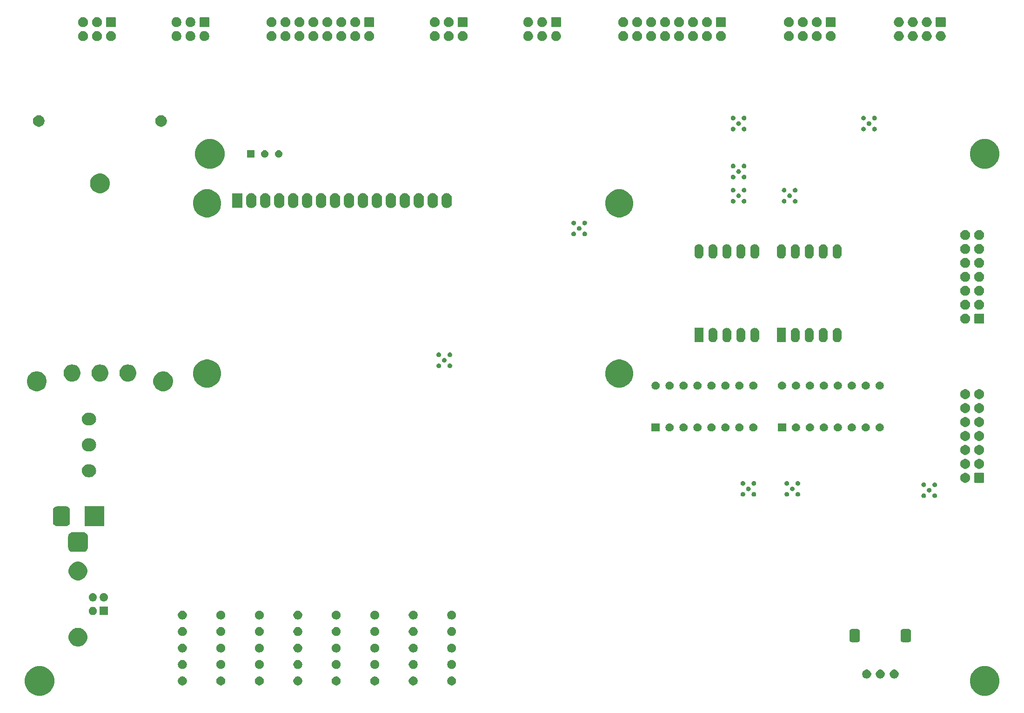
<source format=gbs>
G04 #@! TF.GenerationSoftware,KiCad,Pcbnew,(5.1.5)-3*
G04 #@! TF.CreationDate,2021-06-10T10:56:38+07:00*
G04 #@! TF.ProjectId,digitalSystemBoard,64696769-7461-46c5-9379-7374656d426f,rev?*
G04 #@! TF.SameCoordinates,Original*
G04 #@! TF.FileFunction,Soldermask,Bot*
G04 #@! TF.FilePolarity,Negative*
%FSLAX46Y46*%
G04 Gerber Fmt 4.6, Leading zero omitted, Abs format (unit mm)*
G04 Created by KiCad (PCBNEW (5.1.5)-3) date 2021-06-10 10:56:38*
%MOMM*%
%LPD*%
G04 APERTURE LIST*
%ADD10C,0.100000*%
G04 APERTURE END LIST*
D10*
G36*
X226787852Y-153402797D02*
G01*
X227279402Y-153606404D01*
X227279403Y-153606405D01*
X227721787Y-153901996D01*
X228098004Y-154278213D01*
X228248106Y-154502857D01*
X228393596Y-154720598D01*
X228597203Y-155212148D01*
X228701000Y-155733973D01*
X228701000Y-156266027D01*
X228597203Y-156787852D01*
X228393596Y-157279402D01*
X228393595Y-157279403D01*
X228098004Y-157721787D01*
X227721787Y-158098004D01*
X227426195Y-158295512D01*
X227279402Y-158393596D01*
X226787852Y-158597203D01*
X226266027Y-158701000D01*
X225733973Y-158701000D01*
X225212148Y-158597203D01*
X224720598Y-158393596D01*
X224573805Y-158295512D01*
X224278213Y-158098004D01*
X223901996Y-157721787D01*
X223606405Y-157279403D01*
X223606404Y-157279402D01*
X223402797Y-156787852D01*
X223299000Y-156266027D01*
X223299000Y-155733973D01*
X223402797Y-155212148D01*
X223606404Y-154720598D01*
X223751894Y-154502857D01*
X223901996Y-154278213D01*
X224278213Y-153901996D01*
X224720597Y-153606405D01*
X224720598Y-153606404D01*
X225212148Y-153402797D01*
X225733973Y-153299000D01*
X226266027Y-153299000D01*
X226787852Y-153402797D01*
G37*
G36*
X54787852Y-153402797D02*
G01*
X55279402Y-153606404D01*
X55279403Y-153606405D01*
X55721787Y-153901996D01*
X56098004Y-154278213D01*
X56248106Y-154502857D01*
X56393596Y-154720598D01*
X56597203Y-155212148D01*
X56701000Y-155733973D01*
X56701000Y-156266027D01*
X56597203Y-156787852D01*
X56393596Y-157279402D01*
X56393595Y-157279403D01*
X56098004Y-157721787D01*
X55721787Y-158098004D01*
X55426195Y-158295512D01*
X55279402Y-158393596D01*
X54787852Y-158597203D01*
X54266027Y-158701000D01*
X53733973Y-158701000D01*
X53212148Y-158597203D01*
X52720598Y-158393596D01*
X52573805Y-158295512D01*
X52278213Y-158098004D01*
X51901996Y-157721787D01*
X51606405Y-157279403D01*
X51606404Y-157279402D01*
X51402797Y-156787852D01*
X51299000Y-156266027D01*
X51299000Y-155733973D01*
X51402797Y-155212148D01*
X51606404Y-154720598D01*
X51751894Y-154502857D01*
X51901996Y-154278213D01*
X52278213Y-153901996D01*
X52720597Y-153606405D01*
X52720598Y-153606404D01*
X53212148Y-153402797D01*
X53733973Y-153299000D01*
X54266027Y-153299000D01*
X54787852Y-153402797D01*
G37*
G36*
X129237142Y-155218242D02*
G01*
X129385101Y-155279529D01*
X129518255Y-155368499D01*
X129631501Y-155481745D01*
X129720471Y-155614899D01*
X129781758Y-155762858D01*
X129813000Y-155919925D01*
X129813000Y-156080075D01*
X129781758Y-156237142D01*
X129720471Y-156385101D01*
X129631501Y-156518255D01*
X129518255Y-156631501D01*
X129385101Y-156720471D01*
X129237142Y-156781758D01*
X129080075Y-156813000D01*
X128919925Y-156813000D01*
X128762858Y-156781758D01*
X128614899Y-156720471D01*
X128481745Y-156631501D01*
X128368499Y-156518255D01*
X128279529Y-156385101D01*
X128218242Y-156237142D01*
X128187000Y-156080075D01*
X128187000Y-155919925D01*
X128218242Y-155762858D01*
X128279529Y-155614899D01*
X128368499Y-155481745D01*
X128481745Y-155368499D01*
X128614899Y-155279529D01*
X128762858Y-155218242D01*
X128919925Y-155187000D01*
X129080075Y-155187000D01*
X129237142Y-155218242D01*
G37*
G36*
X108237142Y-155218242D02*
G01*
X108385101Y-155279529D01*
X108518255Y-155368499D01*
X108631501Y-155481745D01*
X108720471Y-155614899D01*
X108781758Y-155762858D01*
X108813000Y-155919925D01*
X108813000Y-156080075D01*
X108781758Y-156237142D01*
X108720471Y-156385101D01*
X108631501Y-156518255D01*
X108518255Y-156631501D01*
X108385101Y-156720471D01*
X108237142Y-156781758D01*
X108080075Y-156813000D01*
X107919925Y-156813000D01*
X107762858Y-156781758D01*
X107614899Y-156720471D01*
X107481745Y-156631501D01*
X107368499Y-156518255D01*
X107279529Y-156385101D01*
X107218242Y-156237142D01*
X107187000Y-156080075D01*
X107187000Y-155919925D01*
X107218242Y-155762858D01*
X107279529Y-155614899D01*
X107368499Y-155481745D01*
X107481745Y-155368499D01*
X107614899Y-155279529D01*
X107762858Y-155218242D01*
X107919925Y-155187000D01*
X108080075Y-155187000D01*
X108237142Y-155218242D01*
G37*
G36*
X122237142Y-155218242D02*
G01*
X122385101Y-155279529D01*
X122518255Y-155368499D01*
X122631501Y-155481745D01*
X122720471Y-155614899D01*
X122781758Y-155762858D01*
X122813000Y-155919925D01*
X122813000Y-156080075D01*
X122781758Y-156237142D01*
X122720471Y-156385101D01*
X122631501Y-156518255D01*
X122518255Y-156631501D01*
X122385101Y-156720471D01*
X122237142Y-156781758D01*
X122080075Y-156813000D01*
X121919925Y-156813000D01*
X121762858Y-156781758D01*
X121614899Y-156720471D01*
X121481745Y-156631501D01*
X121368499Y-156518255D01*
X121279529Y-156385101D01*
X121218242Y-156237142D01*
X121187000Y-156080075D01*
X121187000Y-155919925D01*
X121218242Y-155762858D01*
X121279529Y-155614899D01*
X121368499Y-155481745D01*
X121481745Y-155368499D01*
X121614899Y-155279529D01*
X121762858Y-155218242D01*
X121919925Y-155187000D01*
X122080075Y-155187000D01*
X122237142Y-155218242D01*
G37*
G36*
X115237142Y-155218242D02*
G01*
X115385101Y-155279529D01*
X115518255Y-155368499D01*
X115631501Y-155481745D01*
X115720471Y-155614899D01*
X115781758Y-155762858D01*
X115813000Y-155919925D01*
X115813000Y-156080075D01*
X115781758Y-156237142D01*
X115720471Y-156385101D01*
X115631501Y-156518255D01*
X115518255Y-156631501D01*
X115385101Y-156720471D01*
X115237142Y-156781758D01*
X115080075Y-156813000D01*
X114919925Y-156813000D01*
X114762858Y-156781758D01*
X114614899Y-156720471D01*
X114481745Y-156631501D01*
X114368499Y-156518255D01*
X114279529Y-156385101D01*
X114218242Y-156237142D01*
X114187000Y-156080075D01*
X114187000Y-155919925D01*
X114218242Y-155762858D01*
X114279529Y-155614899D01*
X114368499Y-155481745D01*
X114481745Y-155368499D01*
X114614899Y-155279529D01*
X114762858Y-155218242D01*
X114919925Y-155187000D01*
X115080075Y-155187000D01*
X115237142Y-155218242D01*
G37*
G36*
X101237142Y-155218242D02*
G01*
X101385101Y-155279529D01*
X101518255Y-155368499D01*
X101631501Y-155481745D01*
X101720471Y-155614899D01*
X101781758Y-155762858D01*
X101813000Y-155919925D01*
X101813000Y-156080075D01*
X101781758Y-156237142D01*
X101720471Y-156385101D01*
X101631501Y-156518255D01*
X101518255Y-156631501D01*
X101385101Y-156720471D01*
X101237142Y-156781758D01*
X101080075Y-156813000D01*
X100919925Y-156813000D01*
X100762858Y-156781758D01*
X100614899Y-156720471D01*
X100481745Y-156631501D01*
X100368499Y-156518255D01*
X100279529Y-156385101D01*
X100218242Y-156237142D01*
X100187000Y-156080075D01*
X100187000Y-155919925D01*
X100218242Y-155762858D01*
X100279529Y-155614899D01*
X100368499Y-155481745D01*
X100481745Y-155368499D01*
X100614899Y-155279529D01*
X100762858Y-155218242D01*
X100919925Y-155187000D01*
X101080075Y-155187000D01*
X101237142Y-155218242D01*
G37*
G36*
X87237142Y-155218242D02*
G01*
X87385101Y-155279529D01*
X87518255Y-155368499D01*
X87631501Y-155481745D01*
X87720471Y-155614899D01*
X87781758Y-155762858D01*
X87813000Y-155919925D01*
X87813000Y-156080075D01*
X87781758Y-156237142D01*
X87720471Y-156385101D01*
X87631501Y-156518255D01*
X87518255Y-156631501D01*
X87385101Y-156720471D01*
X87237142Y-156781758D01*
X87080075Y-156813000D01*
X86919925Y-156813000D01*
X86762858Y-156781758D01*
X86614899Y-156720471D01*
X86481745Y-156631501D01*
X86368499Y-156518255D01*
X86279529Y-156385101D01*
X86218242Y-156237142D01*
X86187000Y-156080075D01*
X86187000Y-155919925D01*
X86218242Y-155762858D01*
X86279529Y-155614899D01*
X86368499Y-155481745D01*
X86481745Y-155368499D01*
X86614899Y-155279529D01*
X86762858Y-155218242D01*
X86919925Y-155187000D01*
X87080075Y-155187000D01*
X87237142Y-155218242D01*
G37*
G36*
X80237142Y-155218242D02*
G01*
X80385101Y-155279529D01*
X80518255Y-155368499D01*
X80631501Y-155481745D01*
X80720471Y-155614899D01*
X80781758Y-155762858D01*
X80813000Y-155919925D01*
X80813000Y-156080075D01*
X80781758Y-156237142D01*
X80720471Y-156385101D01*
X80631501Y-156518255D01*
X80518255Y-156631501D01*
X80385101Y-156720471D01*
X80237142Y-156781758D01*
X80080075Y-156813000D01*
X79919925Y-156813000D01*
X79762858Y-156781758D01*
X79614899Y-156720471D01*
X79481745Y-156631501D01*
X79368499Y-156518255D01*
X79279529Y-156385101D01*
X79218242Y-156237142D01*
X79187000Y-156080075D01*
X79187000Y-155919925D01*
X79218242Y-155762858D01*
X79279529Y-155614899D01*
X79368499Y-155481745D01*
X79481745Y-155368499D01*
X79614899Y-155279529D01*
X79762858Y-155218242D01*
X79919925Y-155187000D01*
X80080075Y-155187000D01*
X80237142Y-155218242D01*
G37*
G36*
X94237142Y-155218242D02*
G01*
X94385101Y-155279529D01*
X94518255Y-155368499D01*
X94631501Y-155481745D01*
X94720471Y-155614899D01*
X94781758Y-155762858D01*
X94813000Y-155919925D01*
X94813000Y-156080075D01*
X94781758Y-156237142D01*
X94720471Y-156385101D01*
X94631501Y-156518255D01*
X94518255Y-156631501D01*
X94385101Y-156720471D01*
X94237142Y-156781758D01*
X94080075Y-156813000D01*
X93919925Y-156813000D01*
X93762858Y-156781758D01*
X93614899Y-156720471D01*
X93481745Y-156631501D01*
X93368499Y-156518255D01*
X93279529Y-156385101D01*
X93218242Y-156237142D01*
X93187000Y-156080075D01*
X93187000Y-155919925D01*
X93218242Y-155762858D01*
X93279529Y-155614899D01*
X93368499Y-155481745D01*
X93481745Y-155368499D01*
X93614899Y-155279529D01*
X93762858Y-155218242D01*
X93919925Y-155187000D01*
X94080075Y-155187000D01*
X94237142Y-155218242D01*
G37*
G36*
X204777142Y-153958242D02*
G01*
X204925101Y-154019529D01*
X205058255Y-154108499D01*
X205171501Y-154221745D01*
X205260471Y-154354899D01*
X205321758Y-154502858D01*
X205353000Y-154659925D01*
X205353000Y-154820075D01*
X205321758Y-154977142D01*
X205260471Y-155125101D01*
X205171501Y-155258255D01*
X205058255Y-155371501D01*
X204925101Y-155460471D01*
X204777142Y-155521758D01*
X204620075Y-155553000D01*
X204459925Y-155553000D01*
X204302858Y-155521758D01*
X204154899Y-155460471D01*
X204021745Y-155371501D01*
X203908499Y-155258255D01*
X203819529Y-155125101D01*
X203758242Y-154977142D01*
X203727000Y-154820075D01*
X203727000Y-154659925D01*
X203758242Y-154502858D01*
X203819529Y-154354899D01*
X203908499Y-154221745D01*
X204021745Y-154108499D01*
X204154899Y-154019529D01*
X204302858Y-153958242D01*
X204459925Y-153927000D01*
X204620075Y-153927000D01*
X204777142Y-153958242D01*
G37*
G36*
X209777142Y-153958242D02*
G01*
X209925101Y-154019529D01*
X210058255Y-154108499D01*
X210171501Y-154221745D01*
X210260471Y-154354899D01*
X210321758Y-154502858D01*
X210353000Y-154659925D01*
X210353000Y-154820075D01*
X210321758Y-154977142D01*
X210260471Y-155125101D01*
X210171501Y-155258255D01*
X210058255Y-155371501D01*
X209925101Y-155460471D01*
X209777142Y-155521758D01*
X209620075Y-155553000D01*
X209459925Y-155553000D01*
X209302858Y-155521758D01*
X209154899Y-155460471D01*
X209021745Y-155371501D01*
X208908499Y-155258255D01*
X208819529Y-155125101D01*
X208758242Y-154977142D01*
X208727000Y-154820075D01*
X208727000Y-154659925D01*
X208758242Y-154502858D01*
X208819529Y-154354899D01*
X208908499Y-154221745D01*
X209021745Y-154108499D01*
X209154899Y-154019529D01*
X209302858Y-153958242D01*
X209459925Y-153927000D01*
X209620075Y-153927000D01*
X209777142Y-153958242D01*
G37*
G36*
X207237142Y-153958242D02*
G01*
X207385101Y-154019529D01*
X207518255Y-154108499D01*
X207631501Y-154221745D01*
X207720471Y-154354899D01*
X207781758Y-154502858D01*
X207813000Y-154659925D01*
X207813000Y-154820075D01*
X207781758Y-154977142D01*
X207720471Y-155125101D01*
X207631501Y-155258255D01*
X207518255Y-155371501D01*
X207385101Y-155460471D01*
X207237142Y-155521758D01*
X207080075Y-155553000D01*
X206919925Y-155553000D01*
X206762858Y-155521758D01*
X206614899Y-155460471D01*
X206481745Y-155371501D01*
X206368499Y-155258255D01*
X206279529Y-155125101D01*
X206218242Y-154977142D01*
X206187000Y-154820075D01*
X206187000Y-154659925D01*
X206218242Y-154502858D01*
X206279529Y-154354899D01*
X206368499Y-154221745D01*
X206481745Y-154108499D01*
X206614899Y-154019529D01*
X206762858Y-153958242D01*
X206919925Y-153927000D01*
X207080075Y-153927000D01*
X207237142Y-153958242D01*
G37*
G36*
X80237142Y-152218242D02*
G01*
X80385101Y-152279529D01*
X80518255Y-152368499D01*
X80631501Y-152481745D01*
X80720471Y-152614899D01*
X80781758Y-152762858D01*
X80813000Y-152919925D01*
X80813000Y-153080075D01*
X80781758Y-153237142D01*
X80720471Y-153385101D01*
X80631501Y-153518255D01*
X80518255Y-153631501D01*
X80385101Y-153720471D01*
X80237142Y-153781758D01*
X80080075Y-153813000D01*
X79919925Y-153813000D01*
X79762858Y-153781758D01*
X79614899Y-153720471D01*
X79481745Y-153631501D01*
X79368499Y-153518255D01*
X79279529Y-153385101D01*
X79218242Y-153237142D01*
X79187000Y-153080075D01*
X79187000Y-152919925D01*
X79218242Y-152762858D01*
X79279529Y-152614899D01*
X79368499Y-152481745D01*
X79481745Y-152368499D01*
X79614899Y-152279529D01*
X79762858Y-152218242D01*
X79919925Y-152187000D01*
X80080075Y-152187000D01*
X80237142Y-152218242D01*
G37*
G36*
X122237142Y-152218242D02*
G01*
X122385101Y-152279529D01*
X122518255Y-152368499D01*
X122631501Y-152481745D01*
X122720471Y-152614899D01*
X122781758Y-152762858D01*
X122813000Y-152919925D01*
X122813000Y-153080075D01*
X122781758Y-153237142D01*
X122720471Y-153385101D01*
X122631501Y-153518255D01*
X122518255Y-153631501D01*
X122385101Y-153720471D01*
X122237142Y-153781758D01*
X122080075Y-153813000D01*
X121919925Y-153813000D01*
X121762858Y-153781758D01*
X121614899Y-153720471D01*
X121481745Y-153631501D01*
X121368499Y-153518255D01*
X121279529Y-153385101D01*
X121218242Y-153237142D01*
X121187000Y-153080075D01*
X121187000Y-152919925D01*
X121218242Y-152762858D01*
X121279529Y-152614899D01*
X121368499Y-152481745D01*
X121481745Y-152368499D01*
X121614899Y-152279529D01*
X121762858Y-152218242D01*
X121919925Y-152187000D01*
X122080075Y-152187000D01*
X122237142Y-152218242D01*
G37*
G36*
X115237142Y-152218242D02*
G01*
X115385101Y-152279529D01*
X115518255Y-152368499D01*
X115631501Y-152481745D01*
X115720471Y-152614899D01*
X115781758Y-152762858D01*
X115813000Y-152919925D01*
X115813000Y-153080075D01*
X115781758Y-153237142D01*
X115720471Y-153385101D01*
X115631501Y-153518255D01*
X115518255Y-153631501D01*
X115385101Y-153720471D01*
X115237142Y-153781758D01*
X115080075Y-153813000D01*
X114919925Y-153813000D01*
X114762858Y-153781758D01*
X114614899Y-153720471D01*
X114481745Y-153631501D01*
X114368499Y-153518255D01*
X114279529Y-153385101D01*
X114218242Y-153237142D01*
X114187000Y-153080075D01*
X114187000Y-152919925D01*
X114218242Y-152762858D01*
X114279529Y-152614899D01*
X114368499Y-152481745D01*
X114481745Y-152368499D01*
X114614899Y-152279529D01*
X114762858Y-152218242D01*
X114919925Y-152187000D01*
X115080075Y-152187000D01*
X115237142Y-152218242D01*
G37*
G36*
X87237142Y-152218242D02*
G01*
X87385101Y-152279529D01*
X87518255Y-152368499D01*
X87631501Y-152481745D01*
X87720471Y-152614899D01*
X87781758Y-152762858D01*
X87813000Y-152919925D01*
X87813000Y-153080075D01*
X87781758Y-153237142D01*
X87720471Y-153385101D01*
X87631501Y-153518255D01*
X87518255Y-153631501D01*
X87385101Y-153720471D01*
X87237142Y-153781758D01*
X87080075Y-153813000D01*
X86919925Y-153813000D01*
X86762858Y-153781758D01*
X86614899Y-153720471D01*
X86481745Y-153631501D01*
X86368499Y-153518255D01*
X86279529Y-153385101D01*
X86218242Y-153237142D01*
X86187000Y-153080075D01*
X86187000Y-152919925D01*
X86218242Y-152762858D01*
X86279529Y-152614899D01*
X86368499Y-152481745D01*
X86481745Y-152368499D01*
X86614899Y-152279529D01*
X86762858Y-152218242D01*
X86919925Y-152187000D01*
X87080075Y-152187000D01*
X87237142Y-152218242D01*
G37*
G36*
X94237142Y-152218242D02*
G01*
X94385101Y-152279529D01*
X94518255Y-152368499D01*
X94631501Y-152481745D01*
X94720471Y-152614899D01*
X94781758Y-152762858D01*
X94813000Y-152919925D01*
X94813000Y-153080075D01*
X94781758Y-153237142D01*
X94720471Y-153385101D01*
X94631501Y-153518255D01*
X94518255Y-153631501D01*
X94385101Y-153720471D01*
X94237142Y-153781758D01*
X94080075Y-153813000D01*
X93919925Y-153813000D01*
X93762858Y-153781758D01*
X93614899Y-153720471D01*
X93481745Y-153631501D01*
X93368499Y-153518255D01*
X93279529Y-153385101D01*
X93218242Y-153237142D01*
X93187000Y-153080075D01*
X93187000Y-152919925D01*
X93218242Y-152762858D01*
X93279529Y-152614899D01*
X93368499Y-152481745D01*
X93481745Y-152368499D01*
X93614899Y-152279529D01*
X93762858Y-152218242D01*
X93919925Y-152187000D01*
X94080075Y-152187000D01*
X94237142Y-152218242D01*
G37*
G36*
X101237142Y-152218242D02*
G01*
X101385101Y-152279529D01*
X101518255Y-152368499D01*
X101631501Y-152481745D01*
X101720471Y-152614899D01*
X101781758Y-152762858D01*
X101813000Y-152919925D01*
X101813000Y-153080075D01*
X101781758Y-153237142D01*
X101720471Y-153385101D01*
X101631501Y-153518255D01*
X101518255Y-153631501D01*
X101385101Y-153720471D01*
X101237142Y-153781758D01*
X101080075Y-153813000D01*
X100919925Y-153813000D01*
X100762858Y-153781758D01*
X100614899Y-153720471D01*
X100481745Y-153631501D01*
X100368499Y-153518255D01*
X100279529Y-153385101D01*
X100218242Y-153237142D01*
X100187000Y-153080075D01*
X100187000Y-152919925D01*
X100218242Y-152762858D01*
X100279529Y-152614899D01*
X100368499Y-152481745D01*
X100481745Y-152368499D01*
X100614899Y-152279529D01*
X100762858Y-152218242D01*
X100919925Y-152187000D01*
X101080075Y-152187000D01*
X101237142Y-152218242D01*
G37*
G36*
X129237142Y-152218242D02*
G01*
X129385101Y-152279529D01*
X129518255Y-152368499D01*
X129631501Y-152481745D01*
X129720471Y-152614899D01*
X129781758Y-152762858D01*
X129813000Y-152919925D01*
X129813000Y-153080075D01*
X129781758Y-153237142D01*
X129720471Y-153385101D01*
X129631501Y-153518255D01*
X129518255Y-153631501D01*
X129385101Y-153720471D01*
X129237142Y-153781758D01*
X129080075Y-153813000D01*
X128919925Y-153813000D01*
X128762858Y-153781758D01*
X128614899Y-153720471D01*
X128481745Y-153631501D01*
X128368499Y-153518255D01*
X128279529Y-153385101D01*
X128218242Y-153237142D01*
X128187000Y-153080075D01*
X128187000Y-152919925D01*
X128218242Y-152762858D01*
X128279529Y-152614899D01*
X128368499Y-152481745D01*
X128481745Y-152368499D01*
X128614899Y-152279529D01*
X128762858Y-152218242D01*
X128919925Y-152187000D01*
X129080075Y-152187000D01*
X129237142Y-152218242D01*
G37*
G36*
X108237142Y-152218242D02*
G01*
X108385101Y-152279529D01*
X108518255Y-152368499D01*
X108631501Y-152481745D01*
X108720471Y-152614899D01*
X108781758Y-152762858D01*
X108813000Y-152919925D01*
X108813000Y-153080075D01*
X108781758Y-153237142D01*
X108720471Y-153385101D01*
X108631501Y-153518255D01*
X108518255Y-153631501D01*
X108385101Y-153720471D01*
X108237142Y-153781758D01*
X108080075Y-153813000D01*
X107919925Y-153813000D01*
X107762858Y-153781758D01*
X107614899Y-153720471D01*
X107481745Y-153631501D01*
X107368499Y-153518255D01*
X107279529Y-153385101D01*
X107218242Y-153237142D01*
X107187000Y-153080075D01*
X107187000Y-152919925D01*
X107218242Y-152762858D01*
X107279529Y-152614899D01*
X107368499Y-152481745D01*
X107481745Y-152368499D01*
X107614899Y-152279529D01*
X107762858Y-152218242D01*
X107919925Y-152187000D01*
X108080075Y-152187000D01*
X108237142Y-152218242D01*
G37*
G36*
X101237142Y-149218242D02*
G01*
X101385101Y-149279529D01*
X101518255Y-149368499D01*
X101631501Y-149481745D01*
X101720471Y-149614899D01*
X101781758Y-149762858D01*
X101813000Y-149919925D01*
X101813000Y-150080075D01*
X101781758Y-150237142D01*
X101720471Y-150385101D01*
X101631501Y-150518255D01*
X101518255Y-150631501D01*
X101385101Y-150720471D01*
X101237142Y-150781758D01*
X101080075Y-150813000D01*
X100919925Y-150813000D01*
X100762858Y-150781758D01*
X100614899Y-150720471D01*
X100481745Y-150631501D01*
X100368499Y-150518255D01*
X100279529Y-150385101D01*
X100218242Y-150237142D01*
X100187000Y-150080075D01*
X100187000Y-149919925D01*
X100218242Y-149762858D01*
X100279529Y-149614899D01*
X100368499Y-149481745D01*
X100481745Y-149368499D01*
X100614899Y-149279529D01*
X100762858Y-149218242D01*
X100919925Y-149187000D01*
X101080075Y-149187000D01*
X101237142Y-149218242D01*
G37*
G36*
X122237142Y-149218242D02*
G01*
X122385101Y-149279529D01*
X122518255Y-149368499D01*
X122631501Y-149481745D01*
X122720471Y-149614899D01*
X122781758Y-149762858D01*
X122813000Y-149919925D01*
X122813000Y-150080075D01*
X122781758Y-150237142D01*
X122720471Y-150385101D01*
X122631501Y-150518255D01*
X122518255Y-150631501D01*
X122385101Y-150720471D01*
X122237142Y-150781758D01*
X122080075Y-150813000D01*
X121919925Y-150813000D01*
X121762858Y-150781758D01*
X121614899Y-150720471D01*
X121481745Y-150631501D01*
X121368499Y-150518255D01*
X121279529Y-150385101D01*
X121218242Y-150237142D01*
X121187000Y-150080075D01*
X121187000Y-149919925D01*
X121218242Y-149762858D01*
X121279529Y-149614899D01*
X121368499Y-149481745D01*
X121481745Y-149368499D01*
X121614899Y-149279529D01*
X121762858Y-149218242D01*
X121919925Y-149187000D01*
X122080075Y-149187000D01*
X122237142Y-149218242D01*
G37*
G36*
X94237142Y-149218242D02*
G01*
X94385101Y-149279529D01*
X94518255Y-149368499D01*
X94631501Y-149481745D01*
X94720471Y-149614899D01*
X94781758Y-149762858D01*
X94813000Y-149919925D01*
X94813000Y-150080075D01*
X94781758Y-150237142D01*
X94720471Y-150385101D01*
X94631501Y-150518255D01*
X94518255Y-150631501D01*
X94385101Y-150720471D01*
X94237142Y-150781758D01*
X94080075Y-150813000D01*
X93919925Y-150813000D01*
X93762858Y-150781758D01*
X93614899Y-150720471D01*
X93481745Y-150631501D01*
X93368499Y-150518255D01*
X93279529Y-150385101D01*
X93218242Y-150237142D01*
X93187000Y-150080075D01*
X93187000Y-149919925D01*
X93218242Y-149762858D01*
X93279529Y-149614899D01*
X93368499Y-149481745D01*
X93481745Y-149368499D01*
X93614899Y-149279529D01*
X93762858Y-149218242D01*
X93919925Y-149187000D01*
X94080075Y-149187000D01*
X94237142Y-149218242D01*
G37*
G36*
X108237142Y-149218242D02*
G01*
X108385101Y-149279529D01*
X108518255Y-149368499D01*
X108631501Y-149481745D01*
X108720471Y-149614899D01*
X108781758Y-149762858D01*
X108813000Y-149919925D01*
X108813000Y-150080075D01*
X108781758Y-150237142D01*
X108720471Y-150385101D01*
X108631501Y-150518255D01*
X108518255Y-150631501D01*
X108385101Y-150720471D01*
X108237142Y-150781758D01*
X108080075Y-150813000D01*
X107919925Y-150813000D01*
X107762858Y-150781758D01*
X107614899Y-150720471D01*
X107481745Y-150631501D01*
X107368499Y-150518255D01*
X107279529Y-150385101D01*
X107218242Y-150237142D01*
X107187000Y-150080075D01*
X107187000Y-149919925D01*
X107218242Y-149762858D01*
X107279529Y-149614899D01*
X107368499Y-149481745D01*
X107481745Y-149368499D01*
X107614899Y-149279529D01*
X107762858Y-149218242D01*
X107919925Y-149187000D01*
X108080075Y-149187000D01*
X108237142Y-149218242D01*
G37*
G36*
X129237142Y-149218242D02*
G01*
X129385101Y-149279529D01*
X129518255Y-149368499D01*
X129631501Y-149481745D01*
X129720471Y-149614899D01*
X129781758Y-149762858D01*
X129813000Y-149919925D01*
X129813000Y-150080075D01*
X129781758Y-150237142D01*
X129720471Y-150385101D01*
X129631501Y-150518255D01*
X129518255Y-150631501D01*
X129385101Y-150720471D01*
X129237142Y-150781758D01*
X129080075Y-150813000D01*
X128919925Y-150813000D01*
X128762858Y-150781758D01*
X128614899Y-150720471D01*
X128481745Y-150631501D01*
X128368499Y-150518255D01*
X128279529Y-150385101D01*
X128218242Y-150237142D01*
X128187000Y-150080075D01*
X128187000Y-149919925D01*
X128218242Y-149762858D01*
X128279529Y-149614899D01*
X128368499Y-149481745D01*
X128481745Y-149368499D01*
X128614899Y-149279529D01*
X128762858Y-149218242D01*
X128919925Y-149187000D01*
X129080075Y-149187000D01*
X129237142Y-149218242D01*
G37*
G36*
X80237142Y-149218242D02*
G01*
X80385101Y-149279529D01*
X80518255Y-149368499D01*
X80631501Y-149481745D01*
X80720471Y-149614899D01*
X80781758Y-149762858D01*
X80813000Y-149919925D01*
X80813000Y-150080075D01*
X80781758Y-150237142D01*
X80720471Y-150385101D01*
X80631501Y-150518255D01*
X80518255Y-150631501D01*
X80385101Y-150720471D01*
X80237142Y-150781758D01*
X80080075Y-150813000D01*
X79919925Y-150813000D01*
X79762858Y-150781758D01*
X79614899Y-150720471D01*
X79481745Y-150631501D01*
X79368499Y-150518255D01*
X79279529Y-150385101D01*
X79218242Y-150237142D01*
X79187000Y-150080075D01*
X79187000Y-149919925D01*
X79218242Y-149762858D01*
X79279529Y-149614899D01*
X79368499Y-149481745D01*
X79481745Y-149368499D01*
X79614899Y-149279529D01*
X79762858Y-149218242D01*
X79919925Y-149187000D01*
X80080075Y-149187000D01*
X80237142Y-149218242D01*
G37*
G36*
X115237142Y-149218242D02*
G01*
X115385101Y-149279529D01*
X115518255Y-149368499D01*
X115631501Y-149481745D01*
X115720471Y-149614899D01*
X115781758Y-149762858D01*
X115813000Y-149919925D01*
X115813000Y-150080075D01*
X115781758Y-150237142D01*
X115720471Y-150385101D01*
X115631501Y-150518255D01*
X115518255Y-150631501D01*
X115385101Y-150720471D01*
X115237142Y-150781758D01*
X115080075Y-150813000D01*
X114919925Y-150813000D01*
X114762858Y-150781758D01*
X114614899Y-150720471D01*
X114481745Y-150631501D01*
X114368499Y-150518255D01*
X114279529Y-150385101D01*
X114218242Y-150237142D01*
X114187000Y-150080075D01*
X114187000Y-149919925D01*
X114218242Y-149762858D01*
X114279529Y-149614899D01*
X114368499Y-149481745D01*
X114481745Y-149368499D01*
X114614899Y-149279529D01*
X114762858Y-149218242D01*
X114919925Y-149187000D01*
X115080075Y-149187000D01*
X115237142Y-149218242D01*
G37*
G36*
X87237142Y-149218242D02*
G01*
X87385101Y-149279529D01*
X87518255Y-149368499D01*
X87631501Y-149481745D01*
X87720471Y-149614899D01*
X87781758Y-149762858D01*
X87813000Y-149919925D01*
X87813000Y-150080075D01*
X87781758Y-150237142D01*
X87720471Y-150385101D01*
X87631501Y-150518255D01*
X87518255Y-150631501D01*
X87385101Y-150720471D01*
X87237142Y-150781758D01*
X87080075Y-150813000D01*
X86919925Y-150813000D01*
X86762858Y-150781758D01*
X86614899Y-150720471D01*
X86481745Y-150631501D01*
X86368499Y-150518255D01*
X86279529Y-150385101D01*
X86218242Y-150237142D01*
X86187000Y-150080075D01*
X86187000Y-149919925D01*
X86218242Y-149762858D01*
X86279529Y-149614899D01*
X86368499Y-149481745D01*
X86481745Y-149368499D01*
X86614899Y-149279529D01*
X86762858Y-149218242D01*
X86919925Y-149187000D01*
X87080075Y-149187000D01*
X87237142Y-149218242D01*
G37*
G36*
X61498496Y-146376675D02*
G01*
X61752156Y-146481745D01*
X61809515Y-146505504D01*
X62089424Y-146692533D01*
X62327467Y-146930576D01*
X62514496Y-147210485D01*
X62514497Y-147210487D01*
X62643325Y-147521504D01*
X62709000Y-147851677D01*
X62709000Y-148188323D01*
X62643325Y-148518496D01*
X62518600Y-148819608D01*
X62514496Y-148829515D01*
X62327467Y-149109424D01*
X62089424Y-149347467D01*
X61809515Y-149534496D01*
X61809514Y-149534497D01*
X61809513Y-149534497D01*
X61498496Y-149663325D01*
X61168323Y-149729000D01*
X60831677Y-149729000D01*
X60501504Y-149663325D01*
X60190487Y-149534497D01*
X60190486Y-149534497D01*
X60190485Y-149534496D01*
X59910576Y-149347467D01*
X59672533Y-149109424D01*
X59485504Y-148829515D01*
X59481400Y-148819608D01*
X59356675Y-148518496D01*
X59291000Y-148188323D01*
X59291000Y-147851677D01*
X59356675Y-147521504D01*
X59485503Y-147210487D01*
X59485504Y-147210485D01*
X59672533Y-146930576D01*
X59910576Y-146692533D01*
X60190485Y-146505504D01*
X60247844Y-146481745D01*
X60501504Y-146376675D01*
X60831677Y-146311000D01*
X61168323Y-146311000D01*
X61498496Y-146376675D01*
G37*
G36*
X212268455Y-146547528D02*
G01*
X212345812Y-146570995D01*
X212417117Y-146609108D01*
X212479608Y-146660392D01*
X212530892Y-146722883D01*
X212569005Y-146794188D01*
X212592472Y-146871545D01*
X212601000Y-146958140D01*
X212601000Y-148521860D01*
X212592472Y-148608455D01*
X212569005Y-148685812D01*
X212530892Y-148757117D01*
X212479608Y-148819608D01*
X212417117Y-148870892D01*
X212345812Y-148909005D01*
X212268455Y-148932472D01*
X212181860Y-148941000D01*
X211118140Y-148941000D01*
X211031545Y-148932472D01*
X210954188Y-148909005D01*
X210882883Y-148870892D01*
X210820392Y-148819608D01*
X210769108Y-148757117D01*
X210730995Y-148685812D01*
X210707528Y-148608455D01*
X210699000Y-148521860D01*
X210699000Y-146958140D01*
X210707528Y-146871545D01*
X210730995Y-146794188D01*
X210769108Y-146722883D01*
X210820392Y-146660392D01*
X210882883Y-146609108D01*
X210954188Y-146570995D01*
X211031545Y-146547528D01*
X211118140Y-146539000D01*
X212181860Y-146539000D01*
X212268455Y-146547528D01*
G37*
G36*
X202968455Y-146547528D02*
G01*
X203045812Y-146570995D01*
X203117117Y-146609108D01*
X203179608Y-146660392D01*
X203230892Y-146722883D01*
X203269005Y-146794188D01*
X203292472Y-146871545D01*
X203301000Y-146958140D01*
X203301000Y-148521860D01*
X203292472Y-148608455D01*
X203269005Y-148685812D01*
X203230892Y-148757117D01*
X203179608Y-148819608D01*
X203117117Y-148870892D01*
X203045812Y-148909005D01*
X202968455Y-148932472D01*
X202881860Y-148941000D01*
X201818140Y-148941000D01*
X201731545Y-148932472D01*
X201654188Y-148909005D01*
X201582883Y-148870892D01*
X201520392Y-148819608D01*
X201469108Y-148757117D01*
X201430995Y-148685812D01*
X201407528Y-148608455D01*
X201399000Y-148521860D01*
X201399000Y-146958140D01*
X201407528Y-146871545D01*
X201430995Y-146794188D01*
X201469108Y-146722883D01*
X201520392Y-146660392D01*
X201582883Y-146609108D01*
X201654188Y-146570995D01*
X201731545Y-146547528D01*
X201818140Y-146539000D01*
X202881860Y-146539000D01*
X202968455Y-146547528D01*
G37*
G36*
X80237142Y-146218242D02*
G01*
X80385101Y-146279529D01*
X80518255Y-146368499D01*
X80631501Y-146481745D01*
X80720471Y-146614899D01*
X80781758Y-146762858D01*
X80813000Y-146919925D01*
X80813000Y-147080075D01*
X80781758Y-147237142D01*
X80720471Y-147385101D01*
X80631501Y-147518255D01*
X80518255Y-147631501D01*
X80385101Y-147720471D01*
X80237142Y-147781758D01*
X80080075Y-147813000D01*
X79919925Y-147813000D01*
X79762858Y-147781758D01*
X79614899Y-147720471D01*
X79481745Y-147631501D01*
X79368499Y-147518255D01*
X79279529Y-147385101D01*
X79218242Y-147237142D01*
X79187000Y-147080075D01*
X79187000Y-146919925D01*
X79218242Y-146762858D01*
X79279529Y-146614899D01*
X79368499Y-146481745D01*
X79481745Y-146368499D01*
X79614899Y-146279529D01*
X79762858Y-146218242D01*
X79919925Y-146187000D01*
X80080075Y-146187000D01*
X80237142Y-146218242D01*
G37*
G36*
X122237142Y-146218242D02*
G01*
X122385101Y-146279529D01*
X122518255Y-146368499D01*
X122631501Y-146481745D01*
X122720471Y-146614899D01*
X122781758Y-146762858D01*
X122813000Y-146919925D01*
X122813000Y-147080075D01*
X122781758Y-147237142D01*
X122720471Y-147385101D01*
X122631501Y-147518255D01*
X122518255Y-147631501D01*
X122385101Y-147720471D01*
X122237142Y-147781758D01*
X122080075Y-147813000D01*
X121919925Y-147813000D01*
X121762858Y-147781758D01*
X121614899Y-147720471D01*
X121481745Y-147631501D01*
X121368499Y-147518255D01*
X121279529Y-147385101D01*
X121218242Y-147237142D01*
X121187000Y-147080075D01*
X121187000Y-146919925D01*
X121218242Y-146762858D01*
X121279529Y-146614899D01*
X121368499Y-146481745D01*
X121481745Y-146368499D01*
X121614899Y-146279529D01*
X121762858Y-146218242D01*
X121919925Y-146187000D01*
X122080075Y-146187000D01*
X122237142Y-146218242D01*
G37*
G36*
X115237142Y-146218242D02*
G01*
X115385101Y-146279529D01*
X115518255Y-146368499D01*
X115631501Y-146481745D01*
X115720471Y-146614899D01*
X115781758Y-146762858D01*
X115813000Y-146919925D01*
X115813000Y-147080075D01*
X115781758Y-147237142D01*
X115720471Y-147385101D01*
X115631501Y-147518255D01*
X115518255Y-147631501D01*
X115385101Y-147720471D01*
X115237142Y-147781758D01*
X115080075Y-147813000D01*
X114919925Y-147813000D01*
X114762858Y-147781758D01*
X114614899Y-147720471D01*
X114481745Y-147631501D01*
X114368499Y-147518255D01*
X114279529Y-147385101D01*
X114218242Y-147237142D01*
X114187000Y-147080075D01*
X114187000Y-146919925D01*
X114218242Y-146762858D01*
X114279529Y-146614899D01*
X114368499Y-146481745D01*
X114481745Y-146368499D01*
X114614899Y-146279529D01*
X114762858Y-146218242D01*
X114919925Y-146187000D01*
X115080075Y-146187000D01*
X115237142Y-146218242D01*
G37*
G36*
X108237142Y-146218242D02*
G01*
X108385101Y-146279529D01*
X108518255Y-146368499D01*
X108631501Y-146481745D01*
X108720471Y-146614899D01*
X108781758Y-146762858D01*
X108813000Y-146919925D01*
X108813000Y-147080075D01*
X108781758Y-147237142D01*
X108720471Y-147385101D01*
X108631501Y-147518255D01*
X108518255Y-147631501D01*
X108385101Y-147720471D01*
X108237142Y-147781758D01*
X108080075Y-147813000D01*
X107919925Y-147813000D01*
X107762858Y-147781758D01*
X107614899Y-147720471D01*
X107481745Y-147631501D01*
X107368499Y-147518255D01*
X107279529Y-147385101D01*
X107218242Y-147237142D01*
X107187000Y-147080075D01*
X107187000Y-146919925D01*
X107218242Y-146762858D01*
X107279529Y-146614899D01*
X107368499Y-146481745D01*
X107481745Y-146368499D01*
X107614899Y-146279529D01*
X107762858Y-146218242D01*
X107919925Y-146187000D01*
X108080075Y-146187000D01*
X108237142Y-146218242D01*
G37*
G36*
X94237142Y-146218242D02*
G01*
X94385101Y-146279529D01*
X94518255Y-146368499D01*
X94631501Y-146481745D01*
X94720471Y-146614899D01*
X94781758Y-146762858D01*
X94813000Y-146919925D01*
X94813000Y-147080075D01*
X94781758Y-147237142D01*
X94720471Y-147385101D01*
X94631501Y-147518255D01*
X94518255Y-147631501D01*
X94385101Y-147720471D01*
X94237142Y-147781758D01*
X94080075Y-147813000D01*
X93919925Y-147813000D01*
X93762858Y-147781758D01*
X93614899Y-147720471D01*
X93481745Y-147631501D01*
X93368499Y-147518255D01*
X93279529Y-147385101D01*
X93218242Y-147237142D01*
X93187000Y-147080075D01*
X93187000Y-146919925D01*
X93218242Y-146762858D01*
X93279529Y-146614899D01*
X93368499Y-146481745D01*
X93481745Y-146368499D01*
X93614899Y-146279529D01*
X93762858Y-146218242D01*
X93919925Y-146187000D01*
X94080075Y-146187000D01*
X94237142Y-146218242D01*
G37*
G36*
X87237142Y-146218242D02*
G01*
X87385101Y-146279529D01*
X87518255Y-146368499D01*
X87631501Y-146481745D01*
X87720471Y-146614899D01*
X87781758Y-146762858D01*
X87813000Y-146919925D01*
X87813000Y-147080075D01*
X87781758Y-147237142D01*
X87720471Y-147385101D01*
X87631501Y-147518255D01*
X87518255Y-147631501D01*
X87385101Y-147720471D01*
X87237142Y-147781758D01*
X87080075Y-147813000D01*
X86919925Y-147813000D01*
X86762858Y-147781758D01*
X86614899Y-147720471D01*
X86481745Y-147631501D01*
X86368499Y-147518255D01*
X86279529Y-147385101D01*
X86218242Y-147237142D01*
X86187000Y-147080075D01*
X86187000Y-146919925D01*
X86218242Y-146762858D01*
X86279529Y-146614899D01*
X86368499Y-146481745D01*
X86481745Y-146368499D01*
X86614899Y-146279529D01*
X86762858Y-146218242D01*
X86919925Y-146187000D01*
X87080075Y-146187000D01*
X87237142Y-146218242D01*
G37*
G36*
X129237142Y-146218242D02*
G01*
X129385101Y-146279529D01*
X129518255Y-146368499D01*
X129631501Y-146481745D01*
X129720471Y-146614899D01*
X129781758Y-146762858D01*
X129813000Y-146919925D01*
X129813000Y-147080075D01*
X129781758Y-147237142D01*
X129720471Y-147385101D01*
X129631501Y-147518255D01*
X129518255Y-147631501D01*
X129385101Y-147720471D01*
X129237142Y-147781758D01*
X129080075Y-147813000D01*
X128919925Y-147813000D01*
X128762858Y-147781758D01*
X128614899Y-147720471D01*
X128481745Y-147631501D01*
X128368499Y-147518255D01*
X128279529Y-147385101D01*
X128218242Y-147237142D01*
X128187000Y-147080075D01*
X128187000Y-146919925D01*
X128218242Y-146762858D01*
X128279529Y-146614899D01*
X128368499Y-146481745D01*
X128481745Y-146368499D01*
X128614899Y-146279529D01*
X128762858Y-146218242D01*
X128919925Y-146187000D01*
X129080075Y-146187000D01*
X129237142Y-146218242D01*
G37*
G36*
X101237142Y-146218242D02*
G01*
X101385101Y-146279529D01*
X101518255Y-146368499D01*
X101631501Y-146481745D01*
X101720471Y-146614899D01*
X101781758Y-146762858D01*
X101813000Y-146919925D01*
X101813000Y-147080075D01*
X101781758Y-147237142D01*
X101720471Y-147385101D01*
X101631501Y-147518255D01*
X101518255Y-147631501D01*
X101385101Y-147720471D01*
X101237142Y-147781758D01*
X101080075Y-147813000D01*
X100919925Y-147813000D01*
X100762858Y-147781758D01*
X100614899Y-147720471D01*
X100481745Y-147631501D01*
X100368499Y-147518255D01*
X100279529Y-147385101D01*
X100218242Y-147237142D01*
X100187000Y-147080075D01*
X100187000Y-146919925D01*
X100218242Y-146762858D01*
X100279529Y-146614899D01*
X100368499Y-146481745D01*
X100481745Y-146368499D01*
X100614899Y-146279529D01*
X100762858Y-146218242D01*
X100919925Y-146187000D01*
X101080075Y-146187000D01*
X101237142Y-146218242D01*
G37*
G36*
X94237142Y-143218242D02*
G01*
X94385101Y-143279529D01*
X94518255Y-143368499D01*
X94631501Y-143481745D01*
X94720471Y-143614899D01*
X94781758Y-143762858D01*
X94813000Y-143919925D01*
X94813000Y-144080075D01*
X94781758Y-144237142D01*
X94720471Y-144385101D01*
X94631501Y-144518255D01*
X94518255Y-144631501D01*
X94385101Y-144720471D01*
X94237142Y-144781758D01*
X94080075Y-144813000D01*
X93919925Y-144813000D01*
X93762858Y-144781758D01*
X93614899Y-144720471D01*
X93481745Y-144631501D01*
X93368499Y-144518255D01*
X93279529Y-144385101D01*
X93218242Y-144237142D01*
X93187000Y-144080075D01*
X93187000Y-143919925D01*
X93218242Y-143762858D01*
X93279529Y-143614899D01*
X93368499Y-143481745D01*
X93481745Y-143368499D01*
X93614899Y-143279529D01*
X93762858Y-143218242D01*
X93919925Y-143187000D01*
X94080075Y-143187000D01*
X94237142Y-143218242D01*
G37*
G36*
X122237142Y-143218242D02*
G01*
X122385101Y-143279529D01*
X122518255Y-143368499D01*
X122631501Y-143481745D01*
X122720471Y-143614899D01*
X122781758Y-143762858D01*
X122813000Y-143919925D01*
X122813000Y-144080075D01*
X122781758Y-144237142D01*
X122720471Y-144385101D01*
X122631501Y-144518255D01*
X122518255Y-144631501D01*
X122385101Y-144720471D01*
X122237142Y-144781758D01*
X122080075Y-144813000D01*
X121919925Y-144813000D01*
X121762858Y-144781758D01*
X121614899Y-144720471D01*
X121481745Y-144631501D01*
X121368499Y-144518255D01*
X121279529Y-144385101D01*
X121218242Y-144237142D01*
X121187000Y-144080075D01*
X121187000Y-143919925D01*
X121218242Y-143762858D01*
X121279529Y-143614899D01*
X121368499Y-143481745D01*
X121481745Y-143368499D01*
X121614899Y-143279529D01*
X121762858Y-143218242D01*
X121919925Y-143187000D01*
X122080075Y-143187000D01*
X122237142Y-143218242D01*
G37*
G36*
X115237142Y-143218242D02*
G01*
X115385101Y-143279529D01*
X115518255Y-143368499D01*
X115631501Y-143481745D01*
X115720471Y-143614899D01*
X115781758Y-143762858D01*
X115813000Y-143919925D01*
X115813000Y-144080075D01*
X115781758Y-144237142D01*
X115720471Y-144385101D01*
X115631501Y-144518255D01*
X115518255Y-144631501D01*
X115385101Y-144720471D01*
X115237142Y-144781758D01*
X115080075Y-144813000D01*
X114919925Y-144813000D01*
X114762858Y-144781758D01*
X114614899Y-144720471D01*
X114481745Y-144631501D01*
X114368499Y-144518255D01*
X114279529Y-144385101D01*
X114218242Y-144237142D01*
X114187000Y-144080075D01*
X114187000Y-143919925D01*
X114218242Y-143762858D01*
X114279529Y-143614899D01*
X114368499Y-143481745D01*
X114481745Y-143368499D01*
X114614899Y-143279529D01*
X114762858Y-143218242D01*
X114919925Y-143187000D01*
X115080075Y-143187000D01*
X115237142Y-143218242D01*
G37*
G36*
X108237142Y-143218242D02*
G01*
X108385101Y-143279529D01*
X108518255Y-143368499D01*
X108631501Y-143481745D01*
X108720471Y-143614899D01*
X108781758Y-143762858D01*
X108813000Y-143919925D01*
X108813000Y-144080075D01*
X108781758Y-144237142D01*
X108720471Y-144385101D01*
X108631501Y-144518255D01*
X108518255Y-144631501D01*
X108385101Y-144720471D01*
X108237142Y-144781758D01*
X108080075Y-144813000D01*
X107919925Y-144813000D01*
X107762858Y-144781758D01*
X107614899Y-144720471D01*
X107481745Y-144631501D01*
X107368499Y-144518255D01*
X107279529Y-144385101D01*
X107218242Y-144237142D01*
X107187000Y-144080075D01*
X107187000Y-143919925D01*
X107218242Y-143762858D01*
X107279529Y-143614899D01*
X107368499Y-143481745D01*
X107481745Y-143368499D01*
X107614899Y-143279529D01*
X107762858Y-143218242D01*
X107919925Y-143187000D01*
X108080075Y-143187000D01*
X108237142Y-143218242D01*
G37*
G36*
X101237142Y-143218242D02*
G01*
X101385101Y-143279529D01*
X101518255Y-143368499D01*
X101631501Y-143481745D01*
X101720471Y-143614899D01*
X101781758Y-143762858D01*
X101813000Y-143919925D01*
X101813000Y-144080075D01*
X101781758Y-144237142D01*
X101720471Y-144385101D01*
X101631501Y-144518255D01*
X101518255Y-144631501D01*
X101385101Y-144720471D01*
X101237142Y-144781758D01*
X101080075Y-144813000D01*
X100919925Y-144813000D01*
X100762858Y-144781758D01*
X100614899Y-144720471D01*
X100481745Y-144631501D01*
X100368499Y-144518255D01*
X100279529Y-144385101D01*
X100218242Y-144237142D01*
X100187000Y-144080075D01*
X100187000Y-143919925D01*
X100218242Y-143762858D01*
X100279529Y-143614899D01*
X100368499Y-143481745D01*
X100481745Y-143368499D01*
X100614899Y-143279529D01*
X100762858Y-143218242D01*
X100919925Y-143187000D01*
X101080075Y-143187000D01*
X101237142Y-143218242D01*
G37*
G36*
X80237142Y-143218242D02*
G01*
X80385101Y-143279529D01*
X80518255Y-143368499D01*
X80631501Y-143481745D01*
X80720471Y-143614899D01*
X80781758Y-143762858D01*
X80813000Y-143919925D01*
X80813000Y-144080075D01*
X80781758Y-144237142D01*
X80720471Y-144385101D01*
X80631501Y-144518255D01*
X80518255Y-144631501D01*
X80385101Y-144720471D01*
X80237142Y-144781758D01*
X80080075Y-144813000D01*
X79919925Y-144813000D01*
X79762858Y-144781758D01*
X79614899Y-144720471D01*
X79481745Y-144631501D01*
X79368499Y-144518255D01*
X79279529Y-144385101D01*
X79218242Y-144237142D01*
X79187000Y-144080075D01*
X79187000Y-143919925D01*
X79218242Y-143762858D01*
X79279529Y-143614899D01*
X79368499Y-143481745D01*
X79481745Y-143368499D01*
X79614899Y-143279529D01*
X79762858Y-143218242D01*
X79919925Y-143187000D01*
X80080075Y-143187000D01*
X80237142Y-143218242D01*
G37*
G36*
X87237142Y-143218242D02*
G01*
X87385101Y-143279529D01*
X87518255Y-143368499D01*
X87631501Y-143481745D01*
X87720471Y-143614899D01*
X87781758Y-143762858D01*
X87813000Y-143919925D01*
X87813000Y-144080075D01*
X87781758Y-144237142D01*
X87720471Y-144385101D01*
X87631501Y-144518255D01*
X87518255Y-144631501D01*
X87385101Y-144720471D01*
X87237142Y-144781758D01*
X87080075Y-144813000D01*
X86919925Y-144813000D01*
X86762858Y-144781758D01*
X86614899Y-144720471D01*
X86481745Y-144631501D01*
X86368499Y-144518255D01*
X86279529Y-144385101D01*
X86218242Y-144237142D01*
X86187000Y-144080075D01*
X86187000Y-143919925D01*
X86218242Y-143762858D01*
X86279529Y-143614899D01*
X86368499Y-143481745D01*
X86481745Y-143368499D01*
X86614899Y-143279529D01*
X86762858Y-143218242D01*
X86919925Y-143187000D01*
X87080075Y-143187000D01*
X87237142Y-143218242D01*
G37*
G36*
X129237142Y-143218242D02*
G01*
X129385101Y-143279529D01*
X129518255Y-143368499D01*
X129631501Y-143481745D01*
X129720471Y-143614899D01*
X129781758Y-143762858D01*
X129813000Y-143919925D01*
X129813000Y-144080075D01*
X129781758Y-144237142D01*
X129720471Y-144385101D01*
X129631501Y-144518255D01*
X129518255Y-144631501D01*
X129385101Y-144720471D01*
X129237142Y-144781758D01*
X129080075Y-144813000D01*
X128919925Y-144813000D01*
X128762858Y-144781758D01*
X128614899Y-144720471D01*
X128481745Y-144631501D01*
X128368499Y-144518255D01*
X128279529Y-144385101D01*
X128218242Y-144237142D01*
X128187000Y-144080075D01*
X128187000Y-143919925D01*
X128218242Y-143762858D01*
X128279529Y-143614899D01*
X128368499Y-143481745D01*
X128481745Y-143368499D01*
X128614899Y-143279529D01*
X128762858Y-143218242D01*
X128919925Y-143187000D01*
X129080075Y-143187000D01*
X129237142Y-143218242D01*
G37*
G36*
X66455000Y-144005000D02*
G01*
X64945000Y-144005000D01*
X64945000Y-142495000D01*
X66455000Y-142495000D01*
X66455000Y-144005000D01*
G37*
G36*
X63847293Y-142509507D02*
G01*
X63920225Y-142524014D01*
X63977138Y-142547588D01*
X64057626Y-142580927D01*
X64181284Y-142663553D01*
X64286447Y-142768716D01*
X64369073Y-142892374D01*
X64425986Y-143029776D01*
X64455000Y-143175638D01*
X64455000Y-143324362D01*
X64425986Y-143470224D01*
X64369073Y-143607626D01*
X64286447Y-143731284D01*
X64181284Y-143836447D01*
X64057626Y-143919073D01*
X63977138Y-143952412D01*
X63920225Y-143975986D01*
X63847293Y-143990493D01*
X63774362Y-144005000D01*
X63625638Y-144005000D01*
X63552707Y-143990493D01*
X63479775Y-143975986D01*
X63422862Y-143952412D01*
X63342374Y-143919073D01*
X63218716Y-143836447D01*
X63113553Y-143731284D01*
X63030927Y-143607626D01*
X62974014Y-143470224D01*
X62945000Y-143324362D01*
X62945000Y-143175638D01*
X62974014Y-143029776D01*
X63030927Y-142892374D01*
X63113553Y-142768716D01*
X63218716Y-142663553D01*
X63342374Y-142580927D01*
X63422862Y-142547588D01*
X63479775Y-142524014D01*
X63552707Y-142509507D01*
X63625638Y-142495000D01*
X63774362Y-142495000D01*
X63847293Y-142509507D01*
G37*
G36*
X65847293Y-140009507D02*
G01*
X65920225Y-140024014D01*
X65977138Y-140047588D01*
X66057626Y-140080927D01*
X66181284Y-140163553D01*
X66286447Y-140268716D01*
X66369073Y-140392374D01*
X66425986Y-140529776D01*
X66455000Y-140675638D01*
X66455000Y-140824362D01*
X66425986Y-140970224D01*
X66369073Y-141107626D01*
X66286447Y-141231284D01*
X66181284Y-141336447D01*
X66057626Y-141419073D01*
X65977138Y-141452412D01*
X65920225Y-141475986D01*
X65847293Y-141490493D01*
X65774362Y-141505000D01*
X65625638Y-141505000D01*
X65552707Y-141490493D01*
X65479775Y-141475986D01*
X65422862Y-141452412D01*
X65342374Y-141419073D01*
X65218716Y-141336447D01*
X65113553Y-141231284D01*
X65030927Y-141107626D01*
X64974014Y-140970224D01*
X64945000Y-140824362D01*
X64945000Y-140675638D01*
X64974014Y-140529776D01*
X65030927Y-140392374D01*
X65113553Y-140268716D01*
X65218716Y-140163553D01*
X65342374Y-140080927D01*
X65422862Y-140047588D01*
X65479775Y-140024014D01*
X65552707Y-140009507D01*
X65625638Y-139995000D01*
X65774362Y-139995000D01*
X65847293Y-140009507D01*
G37*
G36*
X63847293Y-140009507D02*
G01*
X63920225Y-140024014D01*
X63977138Y-140047588D01*
X64057626Y-140080927D01*
X64181284Y-140163553D01*
X64286447Y-140268716D01*
X64369073Y-140392374D01*
X64425986Y-140529776D01*
X64455000Y-140675638D01*
X64455000Y-140824362D01*
X64425986Y-140970224D01*
X64369073Y-141107626D01*
X64286447Y-141231284D01*
X64181284Y-141336447D01*
X64057626Y-141419073D01*
X63977138Y-141452412D01*
X63920225Y-141475986D01*
X63847293Y-141490493D01*
X63774362Y-141505000D01*
X63625638Y-141505000D01*
X63552707Y-141490493D01*
X63479775Y-141475986D01*
X63422862Y-141452412D01*
X63342374Y-141419073D01*
X63218716Y-141336447D01*
X63113553Y-141231284D01*
X63030927Y-141107626D01*
X62974014Y-140970224D01*
X62945000Y-140824362D01*
X62945000Y-140675638D01*
X62974014Y-140529776D01*
X63030927Y-140392374D01*
X63113553Y-140268716D01*
X63218716Y-140163553D01*
X63342374Y-140080927D01*
X63422862Y-140047588D01*
X63479775Y-140024014D01*
X63552707Y-140009507D01*
X63625638Y-139995000D01*
X63774362Y-139995000D01*
X63847293Y-140009507D01*
G37*
G36*
X61498496Y-134336675D02*
G01*
X61809513Y-134465503D01*
X61809515Y-134465504D01*
X62089424Y-134652533D01*
X62327467Y-134890576D01*
X62514496Y-135170485D01*
X62514497Y-135170487D01*
X62643325Y-135481504D01*
X62709000Y-135811677D01*
X62709000Y-136148323D01*
X62643325Y-136478496D01*
X62514497Y-136789513D01*
X62514496Y-136789515D01*
X62327467Y-137069424D01*
X62089424Y-137307467D01*
X61809515Y-137494496D01*
X61809514Y-137494497D01*
X61809513Y-137494497D01*
X61498496Y-137623325D01*
X61168323Y-137689000D01*
X60831677Y-137689000D01*
X60501504Y-137623325D01*
X60190487Y-137494497D01*
X60190486Y-137494497D01*
X60190485Y-137494496D01*
X59910576Y-137307467D01*
X59672533Y-137069424D01*
X59485504Y-136789515D01*
X59485503Y-136789513D01*
X59356675Y-136478496D01*
X59291000Y-136148323D01*
X59291000Y-135811677D01*
X59356675Y-135481504D01*
X59485503Y-135170487D01*
X59485504Y-135170485D01*
X59672533Y-134890576D01*
X59910576Y-134652533D01*
X60190485Y-134465504D01*
X60190487Y-134465503D01*
X60501504Y-134336675D01*
X60831677Y-134271000D01*
X61168323Y-134271000D01*
X61498496Y-134336675D01*
G37*
G36*
X62126366Y-128915695D02*
G01*
X62283460Y-128963349D01*
X62428231Y-129040731D01*
X62555128Y-129144872D01*
X62659269Y-129271769D01*
X62736651Y-129416540D01*
X62784305Y-129573634D01*
X62801000Y-129743140D01*
X62801000Y-131656860D01*
X62784305Y-131826366D01*
X62736651Y-131983460D01*
X62659269Y-132128231D01*
X62555128Y-132255128D01*
X62428231Y-132359269D01*
X62283460Y-132436651D01*
X62126366Y-132484305D01*
X61956860Y-132501000D01*
X60043140Y-132501000D01*
X59873634Y-132484305D01*
X59716540Y-132436651D01*
X59571769Y-132359269D01*
X59444872Y-132255128D01*
X59340731Y-132128231D01*
X59263349Y-131983460D01*
X59215695Y-131826366D01*
X59199000Y-131656860D01*
X59199000Y-129743140D01*
X59215695Y-129573634D01*
X59263349Y-129416540D01*
X59340731Y-129271769D01*
X59444872Y-129144872D01*
X59571769Y-129040731D01*
X59716540Y-128963349D01*
X59873634Y-128915695D01*
X60043140Y-128899000D01*
X61956860Y-128899000D01*
X62126366Y-128915695D01*
G37*
G36*
X65801000Y-127801000D02*
G01*
X62199000Y-127801000D01*
X62199000Y-124199000D01*
X65801000Y-124199000D01*
X65801000Y-127801000D01*
G37*
G36*
X58976979Y-124213293D02*
G01*
X59110625Y-124253834D01*
X59233784Y-124319664D01*
X59341740Y-124408260D01*
X59430336Y-124516216D01*
X59496166Y-124639375D01*
X59536707Y-124773021D01*
X59551000Y-124918140D01*
X59551000Y-127081860D01*
X59536707Y-127226979D01*
X59496166Y-127360625D01*
X59430336Y-127483784D01*
X59341740Y-127591740D01*
X59233784Y-127680336D01*
X59110625Y-127746166D01*
X58976979Y-127786707D01*
X58831860Y-127801000D01*
X57168140Y-127801000D01*
X57023021Y-127786707D01*
X56889375Y-127746166D01*
X56766216Y-127680336D01*
X56658260Y-127591740D01*
X56569664Y-127483784D01*
X56503834Y-127360625D01*
X56463293Y-127226979D01*
X56449000Y-127081860D01*
X56449000Y-124918140D01*
X56463293Y-124773021D01*
X56503834Y-124639375D01*
X56569664Y-124516216D01*
X56658260Y-124408260D01*
X56766216Y-124319664D01*
X56889375Y-124253834D01*
X57023021Y-124213293D01*
X57168140Y-124199000D01*
X58831860Y-124199000D01*
X58976979Y-124213293D01*
G37*
G36*
X217034260Y-121840371D02*
G01*
X217068071Y-121854376D01*
X217111784Y-121872482D01*
X217111787Y-121872484D01*
X217181559Y-121919104D01*
X217240896Y-121978441D01*
X217240897Y-121978443D01*
X217287518Y-122048216D01*
X217305624Y-122091929D01*
X217319629Y-122125740D01*
X217336000Y-122208043D01*
X217336000Y-122291957D01*
X217319629Y-122374260D01*
X217318280Y-122377516D01*
X217287518Y-122451784D01*
X217287516Y-122451787D01*
X217240896Y-122521559D01*
X217181559Y-122580896D01*
X217111787Y-122627516D01*
X217111784Y-122627518D01*
X217068071Y-122645624D01*
X217034260Y-122659629D01*
X216951957Y-122676000D01*
X216868043Y-122676000D01*
X216785740Y-122659629D01*
X216751929Y-122645624D01*
X216708216Y-122627518D01*
X216708213Y-122627516D01*
X216638441Y-122580896D01*
X216579104Y-122521559D01*
X216532484Y-122451787D01*
X216532482Y-122451784D01*
X216501720Y-122377516D01*
X216500371Y-122374260D01*
X216484000Y-122291957D01*
X216484000Y-122208043D01*
X216500371Y-122125740D01*
X216514376Y-122091929D01*
X216532482Y-122048216D01*
X216579103Y-121978443D01*
X216579104Y-121978441D01*
X216638441Y-121919104D01*
X216708213Y-121872484D01*
X216708216Y-121872482D01*
X216751929Y-121854376D01*
X216785740Y-121840371D01*
X216868043Y-121824000D01*
X216951957Y-121824000D01*
X217034260Y-121840371D01*
G37*
G36*
X215034260Y-121840371D02*
G01*
X215068071Y-121854376D01*
X215111784Y-121872482D01*
X215111787Y-121872484D01*
X215181559Y-121919104D01*
X215240896Y-121978441D01*
X215240897Y-121978443D01*
X215287518Y-122048216D01*
X215305624Y-122091929D01*
X215319629Y-122125740D01*
X215336000Y-122208043D01*
X215336000Y-122291957D01*
X215319629Y-122374260D01*
X215318280Y-122377516D01*
X215287518Y-122451784D01*
X215287516Y-122451787D01*
X215240896Y-122521559D01*
X215181559Y-122580896D01*
X215111787Y-122627516D01*
X215111784Y-122627518D01*
X215068071Y-122645624D01*
X215034260Y-122659629D01*
X214951957Y-122676000D01*
X214868043Y-122676000D01*
X214785740Y-122659629D01*
X214751929Y-122645624D01*
X214708216Y-122627518D01*
X214708213Y-122627516D01*
X214638441Y-122580896D01*
X214579104Y-122521559D01*
X214532484Y-122451787D01*
X214532482Y-122451784D01*
X214501720Y-122377516D01*
X214500371Y-122374260D01*
X214484000Y-122291957D01*
X214484000Y-122208043D01*
X214500371Y-122125740D01*
X214514376Y-122091929D01*
X214532482Y-122048216D01*
X214579103Y-121978443D01*
X214579104Y-121978441D01*
X214638441Y-121919104D01*
X214708213Y-121872484D01*
X214708216Y-121872482D01*
X214751929Y-121854376D01*
X214785740Y-121840371D01*
X214868043Y-121824000D01*
X214951957Y-121824000D01*
X215034260Y-121840371D01*
G37*
G36*
X192124260Y-121590371D02*
G01*
X192158071Y-121604376D01*
X192201784Y-121622482D01*
X192201787Y-121622484D01*
X192271559Y-121669104D01*
X192330896Y-121728441D01*
X192330897Y-121728443D01*
X192377518Y-121798216D01*
X192394979Y-121840371D01*
X192409629Y-121875740D01*
X192426000Y-121958043D01*
X192426000Y-122041957D01*
X192409629Y-122124260D01*
X192395624Y-122158071D01*
X192377518Y-122201784D01*
X192377516Y-122201787D01*
X192330896Y-122271559D01*
X192271559Y-122330896D01*
X192206660Y-122374260D01*
X192201784Y-122377518D01*
X192158071Y-122395624D01*
X192124260Y-122409629D01*
X192041957Y-122426000D01*
X191958043Y-122426000D01*
X191875740Y-122409629D01*
X191841929Y-122395624D01*
X191798216Y-122377518D01*
X191793340Y-122374260D01*
X191728441Y-122330896D01*
X191669104Y-122271559D01*
X191622484Y-122201787D01*
X191622482Y-122201784D01*
X191604376Y-122158071D01*
X191590371Y-122124260D01*
X191574000Y-122041957D01*
X191574000Y-121958043D01*
X191590371Y-121875740D01*
X191605021Y-121840371D01*
X191622482Y-121798216D01*
X191669103Y-121728443D01*
X191669104Y-121728441D01*
X191728441Y-121669104D01*
X191798213Y-121622484D01*
X191798216Y-121622482D01*
X191841929Y-121604376D01*
X191875740Y-121590371D01*
X191958043Y-121574000D01*
X192041957Y-121574000D01*
X192124260Y-121590371D01*
G37*
G36*
X182124260Y-121590371D02*
G01*
X182158071Y-121604376D01*
X182201784Y-121622482D01*
X182201787Y-121622484D01*
X182271559Y-121669104D01*
X182330896Y-121728441D01*
X182330897Y-121728443D01*
X182377518Y-121798216D01*
X182394979Y-121840371D01*
X182409629Y-121875740D01*
X182426000Y-121958043D01*
X182426000Y-122041957D01*
X182409629Y-122124260D01*
X182395624Y-122158071D01*
X182377518Y-122201784D01*
X182377516Y-122201787D01*
X182330896Y-122271559D01*
X182271559Y-122330896D01*
X182206660Y-122374260D01*
X182201784Y-122377518D01*
X182158071Y-122395624D01*
X182124260Y-122409629D01*
X182041957Y-122426000D01*
X181958043Y-122426000D01*
X181875740Y-122409629D01*
X181841929Y-122395624D01*
X181798216Y-122377518D01*
X181793340Y-122374260D01*
X181728441Y-122330896D01*
X181669104Y-122271559D01*
X181622484Y-122201787D01*
X181622482Y-122201784D01*
X181604376Y-122158071D01*
X181590371Y-122124260D01*
X181574000Y-122041957D01*
X181574000Y-121958043D01*
X181590371Y-121875740D01*
X181605021Y-121840371D01*
X181622482Y-121798216D01*
X181669103Y-121728443D01*
X181669104Y-121728441D01*
X181728441Y-121669104D01*
X181798213Y-121622484D01*
X181798216Y-121622482D01*
X181841929Y-121604376D01*
X181875740Y-121590371D01*
X181958043Y-121574000D01*
X182041957Y-121574000D01*
X182124260Y-121590371D01*
G37*
G36*
X190124260Y-121590371D02*
G01*
X190158071Y-121604376D01*
X190201784Y-121622482D01*
X190201787Y-121622484D01*
X190271559Y-121669104D01*
X190330896Y-121728441D01*
X190330897Y-121728443D01*
X190377518Y-121798216D01*
X190394979Y-121840371D01*
X190409629Y-121875740D01*
X190426000Y-121958043D01*
X190426000Y-122041957D01*
X190409629Y-122124260D01*
X190395624Y-122158071D01*
X190377518Y-122201784D01*
X190377516Y-122201787D01*
X190330896Y-122271559D01*
X190271559Y-122330896D01*
X190206660Y-122374260D01*
X190201784Y-122377518D01*
X190158071Y-122395624D01*
X190124260Y-122409629D01*
X190041957Y-122426000D01*
X189958043Y-122426000D01*
X189875740Y-122409629D01*
X189841929Y-122395624D01*
X189798216Y-122377518D01*
X189793340Y-122374260D01*
X189728441Y-122330896D01*
X189669104Y-122271559D01*
X189622484Y-122201787D01*
X189622482Y-122201784D01*
X189604376Y-122158071D01*
X189590371Y-122124260D01*
X189574000Y-122041957D01*
X189574000Y-121958043D01*
X189590371Y-121875740D01*
X189605021Y-121840371D01*
X189622482Y-121798216D01*
X189669103Y-121728443D01*
X189669104Y-121728441D01*
X189728441Y-121669104D01*
X189798213Y-121622484D01*
X189798216Y-121622482D01*
X189841929Y-121604376D01*
X189875740Y-121590371D01*
X189958043Y-121574000D01*
X190041957Y-121574000D01*
X190124260Y-121590371D01*
G37*
G36*
X184124260Y-121590371D02*
G01*
X184158071Y-121604376D01*
X184201784Y-121622482D01*
X184201787Y-121622484D01*
X184271559Y-121669104D01*
X184330896Y-121728441D01*
X184330897Y-121728443D01*
X184377518Y-121798216D01*
X184394979Y-121840371D01*
X184409629Y-121875740D01*
X184426000Y-121958043D01*
X184426000Y-122041957D01*
X184409629Y-122124260D01*
X184395624Y-122158071D01*
X184377518Y-122201784D01*
X184377516Y-122201787D01*
X184330896Y-122271559D01*
X184271559Y-122330896D01*
X184206660Y-122374260D01*
X184201784Y-122377518D01*
X184158071Y-122395624D01*
X184124260Y-122409629D01*
X184041957Y-122426000D01*
X183958043Y-122426000D01*
X183875740Y-122409629D01*
X183841929Y-122395624D01*
X183798216Y-122377518D01*
X183793340Y-122374260D01*
X183728441Y-122330896D01*
X183669104Y-122271559D01*
X183622484Y-122201787D01*
X183622482Y-122201784D01*
X183604376Y-122158071D01*
X183590371Y-122124260D01*
X183574000Y-122041957D01*
X183574000Y-121958043D01*
X183590371Y-121875740D01*
X183605021Y-121840371D01*
X183622482Y-121798216D01*
X183669103Y-121728443D01*
X183669104Y-121728441D01*
X183728441Y-121669104D01*
X183798213Y-121622484D01*
X183798216Y-121622482D01*
X183841929Y-121604376D01*
X183875740Y-121590371D01*
X183958043Y-121574000D01*
X184041957Y-121574000D01*
X184124260Y-121590371D01*
G37*
G36*
X216034260Y-120840371D02*
G01*
X216068071Y-120854376D01*
X216111784Y-120872482D01*
X216111787Y-120872484D01*
X216181559Y-120919104D01*
X216240896Y-120978441D01*
X216240897Y-120978443D01*
X216287518Y-121048216D01*
X216305624Y-121091929D01*
X216319629Y-121125740D01*
X216336000Y-121208043D01*
X216336000Y-121291957D01*
X216319629Y-121374260D01*
X216318280Y-121377516D01*
X216287518Y-121451784D01*
X216287516Y-121451787D01*
X216240896Y-121521559D01*
X216181559Y-121580896D01*
X216167377Y-121590372D01*
X216111784Y-121627518D01*
X216068071Y-121645624D01*
X216034260Y-121659629D01*
X215951957Y-121676000D01*
X215868043Y-121676000D01*
X215785740Y-121659629D01*
X215751929Y-121645624D01*
X215708216Y-121627518D01*
X215652623Y-121590372D01*
X215638441Y-121580896D01*
X215579104Y-121521559D01*
X215532484Y-121451787D01*
X215532482Y-121451784D01*
X215501720Y-121377516D01*
X215500371Y-121374260D01*
X215484000Y-121291957D01*
X215484000Y-121208043D01*
X215500371Y-121125740D01*
X215514376Y-121091929D01*
X215532482Y-121048216D01*
X215579103Y-120978443D01*
X215579104Y-120978441D01*
X215638441Y-120919104D01*
X215708213Y-120872484D01*
X215708216Y-120872482D01*
X215751929Y-120854376D01*
X215785740Y-120840371D01*
X215868043Y-120824000D01*
X215951957Y-120824000D01*
X216034260Y-120840371D01*
G37*
G36*
X191124260Y-120590371D02*
G01*
X191158071Y-120604376D01*
X191201784Y-120622482D01*
X191201787Y-120622484D01*
X191271559Y-120669104D01*
X191330896Y-120728441D01*
X191330897Y-120728443D01*
X191377518Y-120798216D01*
X191394979Y-120840371D01*
X191409629Y-120875740D01*
X191426000Y-120958043D01*
X191426000Y-121041957D01*
X191409629Y-121124260D01*
X191395624Y-121158071D01*
X191377518Y-121201784D01*
X191377516Y-121201787D01*
X191330896Y-121271559D01*
X191271559Y-121330896D01*
X191206660Y-121374260D01*
X191201784Y-121377518D01*
X191158071Y-121395624D01*
X191124260Y-121409629D01*
X191041957Y-121426000D01*
X190958043Y-121426000D01*
X190875740Y-121409629D01*
X190841929Y-121395624D01*
X190798216Y-121377518D01*
X190793340Y-121374260D01*
X190728441Y-121330896D01*
X190669104Y-121271559D01*
X190622484Y-121201787D01*
X190622482Y-121201784D01*
X190604376Y-121158071D01*
X190590371Y-121124260D01*
X190574000Y-121041957D01*
X190574000Y-120958043D01*
X190590371Y-120875740D01*
X190605021Y-120840371D01*
X190622482Y-120798216D01*
X190669103Y-120728443D01*
X190669104Y-120728441D01*
X190728441Y-120669104D01*
X190798213Y-120622484D01*
X190798216Y-120622482D01*
X190841929Y-120604376D01*
X190875740Y-120590371D01*
X190958043Y-120574000D01*
X191041957Y-120574000D01*
X191124260Y-120590371D01*
G37*
G36*
X183124260Y-120590371D02*
G01*
X183158071Y-120604376D01*
X183201784Y-120622482D01*
X183201787Y-120622484D01*
X183271559Y-120669104D01*
X183330896Y-120728441D01*
X183330897Y-120728443D01*
X183377518Y-120798216D01*
X183394979Y-120840371D01*
X183409629Y-120875740D01*
X183426000Y-120958043D01*
X183426000Y-121041957D01*
X183409629Y-121124260D01*
X183395624Y-121158071D01*
X183377518Y-121201784D01*
X183377516Y-121201787D01*
X183330896Y-121271559D01*
X183271559Y-121330896D01*
X183206660Y-121374260D01*
X183201784Y-121377518D01*
X183158071Y-121395624D01*
X183124260Y-121409629D01*
X183041957Y-121426000D01*
X182958043Y-121426000D01*
X182875740Y-121409629D01*
X182841929Y-121395624D01*
X182798216Y-121377518D01*
X182793340Y-121374260D01*
X182728441Y-121330896D01*
X182669104Y-121271559D01*
X182622484Y-121201787D01*
X182622482Y-121201784D01*
X182604376Y-121158071D01*
X182590371Y-121124260D01*
X182574000Y-121041957D01*
X182574000Y-120958043D01*
X182590371Y-120875740D01*
X182605021Y-120840371D01*
X182622482Y-120798216D01*
X182669103Y-120728443D01*
X182669104Y-120728441D01*
X182728441Y-120669104D01*
X182798213Y-120622484D01*
X182798216Y-120622482D01*
X182841929Y-120604376D01*
X182875740Y-120590371D01*
X182958043Y-120574000D01*
X183041957Y-120574000D01*
X183124260Y-120590371D01*
G37*
G36*
X217034260Y-119840371D02*
G01*
X217068071Y-119854376D01*
X217111784Y-119872482D01*
X217111787Y-119872484D01*
X217181559Y-119919104D01*
X217240896Y-119978441D01*
X217240897Y-119978443D01*
X217287518Y-120048216D01*
X217305624Y-120091929D01*
X217319629Y-120125740D01*
X217336000Y-120208043D01*
X217336000Y-120291957D01*
X217319629Y-120374260D01*
X217318280Y-120377516D01*
X217287518Y-120451784D01*
X217287516Y-120451787D01*
X217240896Y-120521559D01*
X217181559Y-120580896D01*
X217167377Y-120590372D01*
X217111784Y-120627518D01*
X217068071Y-120645624D01*
X217034260Y-120659629D01*
X216951957Y-120676000D01*
X216868043Y-120676000D01*
X216785740Y-120659629D01*
X216751929Y-120645624D01*
X216708216Y-120627518D01*
X216652623Y-120590372D01*
X216638441Y-120580896D01*
X216579104Y-120521559D01*
X216532484Y-120451787D01*
X216532482Y-120451784D01*
X216501720Y-120377516D01*
X216500371Y-120374260D01*
X216484000Y-120291957D01*
X216484000Y-120208043D01*
X216500371Y-120125740D01*
X216514376Y-120091929D01*
X216532482Y-120048216D01*
X216579103Y-119978443D01*
X216579104Y-119978441D01*
X216638441Y-119919104D01*
X216708213Y-119872484D01*
X216708216Y-119872482D01*
X216751929Y-119854376D01*
X216785740Y-119840371D01*
X216868043Y-119824000D01*
X216951957Y-119824000D01*
X217034260Y-119840371D01*
G37*
G36*
X215034260Y-119840371D02*
G01*
X215068071Y-119854376D01*
X215111784Y-119872482D01*
X215111787Y-119872484D01*
X215181559Y-119919104D01*
X215240896Y-119978441D01*
X215240897Y-119978443D01*
X215287518Y-120048216D01*
X215305624Y-120091929D01*
X215319629Y-120125740D01*
X215336000Y-120208043D01*
X215336000Y-120291957D01*
X215319629Y-120374260D01*
X215318280Y-120377516D01*
X215287518Y-120451784D01*
X215287516Y-120451787D01*
X215240896Y-120521559D01*
X215181559Y-120580896D01*
X215167377Y-120590372D01*
X215111784Y-120627518D01*
X215068071Y-120645624D01*
X215034260Y-120659629D01*
X214951957Y-120676000D01*
X214868043Y-120676000D01*
X214785740Y-120659629D01*
X214751929Y-120645624D01*
X214708216Y-120627518D01*
X214652623Y-120590372D01*
X214638441Y-120580896D01*
X214579104Y-120521559D01*
X214532484Y-120451787D01*
X214532482Y-120451784D01*
X214501720Y-120377516D01*
X214500371Y-120374260D01*
X214484000Y-120291957D01*
X214484000Y-120208043D01*
X214500371Y-120125740D01*
X214514376Y-120091929D01*
X214532482Y-120048216D01*
X214579103Y-119978443D01*
X214579104Y-119978441D01*
X214638441Y-119919104D01*
X214708213Y-119872484D01*
X214708216Y-119872482D01*
X214751929Y-119854376D01*
X214785740Y-119840371D01*
X214868043Y-119824000D01*
X214951957Y-119824000D01*
X215034260Y-119840371D01*
G37*
G36*
X182124260Y-119590371D02*
G01*
X182158071Y-119604376D01*
X182201784Y-119622482D01*
X182201787Y-119622484D01*
X182271559Y-119669104D01*
X182330896Y-119728441D01*
X182367502Y-119783226D01*
X182377518Y-119798216D01*
X182394979Y-119840371D01*
X182409629Y-119875740D01*
X182426000Y-119958043D01*
X182426000Y-120041957D01*
X182409629Y-120124260D01*
X182395624Y-120158071D01*
X182377518Y-120201784D01*
X182377516Y-120201787D01*
X182330896Y-120271559D01*
X182271559Y-120330896D01*
X182206660Y-120374260D01*
X182201784Y-120377518D01*
X182158071Y-120395624D01*
X182124260Y-120409629D01*
X182041957Y-120426000D01*
X181958043Y-120426000D01*
X181875740Y-120409629D01*
X181841929Y-120395624D01*
X181798216Y-120377518D01*
X181793340Y-120374260D01*
X181728441Y-120330896D01*
X181669104Y-120271559D01*
X181622484Y-120201787D01*
X181622482Y-120201784D01*
X181604376Y-120158071D01*
X181590371Y-120124260D01*
X181574000Y-120041957D01*
X181574000Y-119958043D01*
X181590371Y-119875740D01*
X181605021Y-119840371D01*
X181622482Y-119798216D01*
X181632498Y-119783226D01*
X181669104Y-119728441D01*
X181728441Y-119669104D01*
X181798213Y-119622484D01*
X181798216Y-119622482D01*
X181841929Y-119604376D01*
X181875740Y-119590371D01*
X181958043Y-119574000D01*
X182041957Y-119574000D01*
X182124260Y-119590371D01*
G37*
G36*
X184124260Y-119590371D02*
G01*
X184158071Y-119604376D01*
X184201784Y-119622482D01*
X184201787Y-119622484D01*
X184271559Y-119669104D01*
X184330896Y-119728441D01*
X184367502Y-119783226D01*
X184377518Y-119798216D01*
X184394979Y-119840371D01*
X184409629Y-119875740D01*
X184426000Y-119958043D01*
X184426000Y-120041957D01*
X184409629Y-120124260D01*
X184395624Y-120158071D01*
X184377518Y-120201784D01*
X184377516Y-120201787D01*
X184330896Y-120271559D01*
X184271559Y-120330896D01*
X184206660Y-120374260D01*
X184201784Y-120377518D01*
X184158071Y-120395624D01*
X184124260Y-120409629D01*
X184041957Y-120426000D01*
X183958043Y-120426000D01*
X183875740Y-120409629D01*
X183841929Y-120395624D01*
X183798216Y-120377518D01*
X183793340Y-120374260D01*
X183728441Y-120330896D01*
X183669104Y-120271559D01*
X183622484Y-120201787D01*
X183622482Y-120201784D01*
X183604376Y-120158071D01*
X183590371Y-120124260D01*
X183574000Y-120041957D01*
X183574000Y-119958043D01*
X183590371Y-119875740D01*
X183605021Y-119840371D01*
X183622482Y-119798216D01*
X183632498Y-119783226D01*
X183669104Y-119728441D01*
X183728441Y-119669104D01*
X183798213Y-119622484D01*
X183798216Y-119622482D01*
X183841929Y-119604376D01*
X183875740Y-119590371D01*
X183958043Y-119574000D01*
X184041957Y-119574000D01*
X184124260Y-119590371D01*
G37*
G36*
X192124260Y-119590371D02*
G01*
X192158071Y-119604376D01*
X192201784Y-119622482D01*
X192201787Y-119622484D01*
X192271559Y-119669104D01*
X192330896Y-119728441D01*
X192367502Y-119783226D01*
X192377518Y-119798216D01*
X192394979Y-119840371D01*
X192409629Y-119875740D01*
X192426000Y-119958043D01*
X192426000Y-120041957D01*
X192409629Y-120124260D01*
X192395624Y-120158071D01*
X192377518Y-120201784D01*
X192377516Y-120201787D01*
X192330896Y-120271559D01*
X192271559Y-120330896D01*
X192206660Y-120374260D01*
X192201784Y-120377518D01*
X192158071Y-120395624D01*
X192124260Y-120409629D01*
X192041957Y-120426000D01*
X191958043Y-120426000D01*
X191875740Y-120409629D01*
X191841929Y-120395624D01*
X191798216Y-120377518D01*
X191793340Y-120374260D01*
X191728441Y-120330896D01*
X191669104Y-120271559D01*
X191622484Y-120201787D01*
X191622482Y-120201784D01*
X191604376Y-120158071D01*
X191590371Y-120124260D01*
X191574000Y-120041957D01*
X191574000Y-119958043D01*
X191590371Y-119875740D01*
X191605021Y-119840371D01*
X191622482Y-119798216D01*
X191632498Y-119783226D01*
X191669104Y-119728441D01*
X191728441Y-119669104D01*
X191798213Y-119622484D01*
X191798216Y-119622482D01*
X191841929Y-119604376D01*
X191875740Y-119590371D01*
X191958043Y-119574000D01*
X192041957Y-119574000D01*
X192124260Y-119590371D01*
G37*
G36*
X190124260Y-119590371D02*
G01*
X190158071Y-119604376D01*
X190201784Y-119622482D01*
X190201787Y-119622484D01*
X190271559Y-119669104D01*
X190330896Y-119728441D01*
X190367502Y-119783226D01*
X190377518Y-119798216D01*
X190394979Y-119840371D01*
X190409629Y-119875740D01*
X190426000Y-119958043D01*
X190426000Y-120041957D01*
X190409629Y-120124260D01*
X190395624Y-120158071D01*
X190377518Y-120201784D01*
X190377516Y-120201787D01*
X190330896Y-120271559D01*
X190271559Y-120330896D01*
X190206660Y-120374260D01*
X190201784Y-120377518D01*
X190158071Y-120395624D01*
X190124260Y-120409629D01*
X190041957Y-120426000D01*
X189958043Y-120426000D01*
X189875740Y-120409629D01*
X189841929Y-120395624D01*
X189798216Y-120377518D01*
X189793340Y-120374260D01*
X189728441Y-120330896D01*
X189669104Y-120271559D01*
X189622484Y-120201787D01*
X189622482Y-120201784D01*
X189604376Y-120158071D01*
X189590371Y-120124260D01*
X189574000Y-120041957D01*
X189574000Y-119958043D01*
X189590371Y-119875740D01*
X189605021Y-119840371D01*
X189622482Y-119798216D01*
X189632498Y-119783226D01*
X189669104Y-119728441D01*
X189728441Y-119669104D01*
X189798213Y-119622484D01*
X189798216Y-119622482D01*
X189841929Y-119604376D01*
X189875740Y-119590371D01*
X189958043Y-119574000D01*
X190041957Y-119574000D01*
X190124260Y-119590371D01*
G37*
G36*
X222568796Y-118102989D02*
G01*
X222722812Y-118133624D01*
X222886784Y-118201544D01*
X223034354Y-118300147D01*
X223159853Y-118425646D01*
X223258456Y-118573216D01*
X223326376Y-118737188D01*
X223361000Y-118911259D01*
X223361000Y-119088741D01*
X223326376Y-119262812D01*
X223258456Y-119426784D01*
X223159853Y-119574354D01*
X223034354Y-119699853D01*
X222886784Y-119798456D01*
X222722812Y-119866376D01*
X222574341Y-119895908D01*
X222548742Y-119901000D01*
X222371258Y-119901000D01*
X222345659Y-119895908D01*
X222197188Y-119866376D01*
X222033216Y-119798456D01*
X221885646Y-119699853D01*
X221760147Y-119574354D01*
X221661544Y-119426784D01*
X221593624Y-119262812D01*
X221559000Y-119088741D01*
X221559000Y-118911259D01*
X221593624Y-118737188D01*
X221661544Y-118573216D01*
X221760147Y-118425646D01*
X221885646Y-118300147D01*
X222033216Y-118201544D01*
X222197188Y-118133624D01*
X222351204Y-118102989D01*
X222371258Y-118099000D01*
X222548742Y-118099000D01*
X222568796Y-118102989D01*
G37*
G36*
X225758600Y-118102989D02*
G01*
X225791652Y-118113015D01*
X225822103Y-118129292D01*
X225848799Y-118151201D01*
X225870708Y-118177897D01*
X225886985Y-118208348D01*
X225897011Y-118241400D01*
X225901000Y-118281903D01*
X225901000Y-119718097D01*
X225897011Y-119758600D01*
X225886985Y-119791652D01*
X225870708Y-119822103D01*
X225848799Y-119848799D01*
X225822103Y-119870708D01*
X225791652Y-119886985D01*
X225758600Y-119897011D01*
X225718097Y-119901000D01*
X224281903Y-119901000D01*
X224241400Y-119897011D01*
X224208348Y-119886985D01*
X224177897Y-119870708D01*
X224151201Y-119848799D01*
X224129292Y-119822103D01*
X224113015Y-119791652D01*
X224102989Y-119758600D01*
X224099000Y-119718097D01*
X224099000Y-118281903D01*
X224102989Y-118241400D01*
X224113015Y-118208348D01*
X224129292Y-118177897D01*
X224151201Y-118151201D01*
X224177897Y-118129292D01*
X224208348Y-118113015D01*
X224241400Y-118102989D01*
X224281903Y-118099000D01*
X225718097Y-118099000D01*
X225758600Y-118102989D01*
G37*
G36*
X63355536Y-116541016D02*
G01*
X63577213Y-116608261D01*
X63781512Y-116717461D01*
X63960581Y-116864419D01*
X64107539Y-117043488D01*
X64216739Y-117247787D01*
X64283984Y-117469464D01*
X64306690Y-117700000D01*
X64283984Y-117930536D01*
X64216739Y-118152213D01*
X64107539Y-118356512D01*
X63960581Y-118535581D01*
X63781512Y-118682539D01*
X63577213Y-118791739D01*
X63355536Y-118858984D01*
X63182771Y-118876000D01*
X62817229Y-118876000D01*
X62644464Y-118858984D01*
X62422787Y-118791739D01*
X62218488Y-118682539D01*
X62039419Y-118535581D01*
X61892461Y-118356512D01*
X61783261Y-118152213D01*
X61716016Y-117930536D01*
X61693310Y-117700000D01*
X61716016Y-117469464D01*
X61783261Y-117247787D01*
X61892461Y-117043488D01*
X62039419Y-116864419D01*
X62218488Y-116717461D01*
X62422787Y-116608261D01*
X62644464Y-116541016D01*
X62817229Y-116524000D01*
X63182771Y-116524000D01*
X63355536Y-116541016D01*
G37*
G36*
X225113512Y-115563927D02*
G01*
X225262812Y-115593624D01*
X225426784Y-115661544D01*
X225574354Y-115760147D01*
X225699853Y-115885646D01*
X225798456Y-116033216D01*
X225866376Y-116197188D01*
X225901000Y-116371259D01*
X225901000Y-116548741D01*
X225866376Y-116722812D01*
X225798456Y-116886784D01*
X225699853Y-117034354D01*
X225574354Y-117159853D01*
X225426784Y-117258456D01*
X225262812Y-117326376D01*
X225113512Y-117356073D01*
X225088742Y-117361000D01*
X224911258Y-117361000D01*
X224886488Y-117356073D01*
X224737188Y-117326376D01*
X224573216Y-117258456D01*
X224425646Y-117159853D01*
X224300147Y-117034354D01*
X224201544Y-116886784D01*
X224133624Y-116722812D01*
X224099000Y-116548741D01*
X224099000Y-116371259D01*
X224133624Y-116197188D01*
X224201544Y-116033216D01*
X224300147Y-115885646D01*
X224425646Y-115760147D01*
X224573216Y-115661544D01*
X224737188Y-115593624D01*
X224886488Y-115563927D01*
X224911258Y-115559000D01*
X225088742Y-115559000D01*
X225113512Y-115563927D01*
G37*
G36*
X222573512Y-115563927D02*
G01*
X222722812Y-115593624D01*
X222886784Y-115661544D01*
X223034354Y-115760147D01*
X223159853Y-115885646D01*
X223258456Y-116033216D01*
X223326376Y-116197188D01*
X223361000Y-116371259D01*
X223361000Y-116548741D01*
X223326376Y-116722812D01*
X223258456Y-116886784D01*
X223159853Y-117034354D01*
X223034354Y-117159853D01*
X222886784Y-117258456D01*
X222722812Y-117326376D01*
X222573512Y-117356073D01*
X222548742Y-117361000D01*
X222371258Y-117361000D01*
X222346488Y-117356073D01*
X222197188Y-117326376D01*
X222033216Y-117258456D01*
X221885646Y-117159853D01*
X221760147Y-117034354D01*
X221661544Y-116886784D01*
X221593624Y-116722812D01*
X221559000Y-116548741D01*
X221559000Y-116371259D01*
X221593624Y-116197188D01*
X221661544Y-116033216D01*
X221760147Y-115885646D01*
X221885646Y-115760147D01*
X222033216Y-115661544D01*
X222197188Y-115593624D01*
X222346488Y-115563927D01*
X222371258Y-115559000D01*
X222548742Y-115559000D01*
X222573512Y-115563927D01*
G37*
G36*
X225113512Y-113023927D02*
G01*
X225262812Y-113053624D01*
X225426784Y-113121544D01*
X225574354Y-113220147D01*
X225699853Y-113345646D01*
X225798456Y-113493216D01*
X225866376Y-113657188D01*
X225901000Y-113831259D01*
X225901000Y-114008741D01*
X225866376Y-114182812D01*
X225798456Y-114346784D01*
X225699853Y-114494354D01*
X225574354Y-114619853D01*
X225426784Y-114718456D01*
X225262812Y-114786376D01*
X225113512Y-114816073D01*
X225088742Y-114821000D01*
X224911258Y-114821000D01*
X224886488Y-114816073D01*
X224737188Y-114786376D01*
X224573216Y-114718456D01*
X224425646Y-114619853D01*
X224300147Y-114494354D01*
X224201544Y-114346784D01*
X224133624Y-114182812D01*
X224099000Y-114008741D01*
X224099000Y-113831259D01*
X224133624Y-113657188D01*
X224201544Y-113493216D01*
X224300147Y-113345646D01*
X224425646Y-113220147D01*
X224573216Y-113121544D01*
X224737188Y-113053624D01*
X224886488Y-113023927D01*
X224911258Y-113019000D01*
X225088742Y-113019000D01*
X225113512Y-113023927D01*
G37*
G36*
X222573512Y-113023927D02*
G01*
X222722812Y-113053624D01*
X222886784Y-113121544D01*
X223034354Y-113220147D01*
X223159853Y-113345646D01*
X223258456Y-113493216D01*
X223326376Y-113657188D01*
X223361000Y-113831259D01*
X223361000Y-114008741D01*
X223326376Y-114182812D01*
X223258456Y-114346784D01*
X223159853Y-114494354D01*
X223034354Y-114619853D01*
X222886784Y-114718456D01*
X222722812Y-114786376D01*
X222573512Y-114816073D01*
X222548742Y-114821000D01*
X222371258Y-114821000D01*
X222346488Y-114816073D01*
X222197188Y-114786376D01*
X222033216Y-114718456D01*
X221885646Y-114619853D01*
X221760147Y-114494354D01*
X221661544Y-114346784D01*
X221593624Y-114182812D01*
X221559000Y-114008741D01*
X221559000Y-113831259D01*
X221593624Y-113657188D01*
X221661544Y-113493216D01*
X221760147Y-113345646D01*
X221885646Y-113220147D01*
X222033216Y-113121544D01*
X222197188Y-113053624D01*
X222346488Y-113023927D01*
X222371258Y-113019000D01*
X222548742Y-113019000D01*
X222573512Y-113023927D01*
G37*
G36*
X63355536Y-111841016D02*
G01*
X63577213Y-111908261D01*
X63781512Y-112017461D01*
X63960581Y-112164419D01*
X64107539Y-112343488D01*
X64216739Y-112547787D01*
X64283984Y-112769464D01*
X64306690Y-113000000D01*
X64283984Y-113230536D01*
X64216739Y-113452213D01*
X64107539Y-113656512D01*
X63960581Y-113835581D01*
X63781512Y-113982539D01*
X63577213Y-114091739D01*
X63355536Y-114158984D01*
X63182771Y-114176000D01*
X62817229Y-114176000D01*
X62644464Y-114158984D01*
X62422787Y-114091739D01*
X62218488Y-113982539D01*
X62039419Y-113835581D01*
X61892461Y-113656512D01*
X61783261Y-113452213D01*
X61716016Y-113230536D01*
X61693310Y-113000000D01*
X61716016Y-112769464D01*
X61783261Y-112547787D01*
X61892461Y-112343488D01*
X62039419Y-112164419D01*
X62218488Y-112017461D01*
X62422787Y-111908261D01*
X62644464Y-111841016D01*
X62817229Y-111824000D01*
X63182771Y-111824000D01*
X63355536Y-111841016D01*
G37*
G36*
X222573512Y-110483927D02*
G01*
X222722812Y-110513624D01*
X222886784Y-110581544D01*
X223034354Y-110680147D01*
X223159853Y-110805646D01*
X223258456Y-110953216D01*
X223326376Y-111117188D01*
X223361000Y-111291259D01*
X223361000Y-111468741D01*
X223326376Y-111642812D01*
X223258456Y-111806784D01*
X223159853Y-111954354D01*
X223034354Y-112079853D01*
X222886784Y-112178456D01*
X222722812Y-112246376D01*
X222573512Y-112276073D01*
X222548742Y-112281000D01*
X222371258Y-112281000D01*
X222346488Y-112276073D01*
X222197188Y-112246376D01*
X222033216Y-112178456D01*
X221885646Y-112079853D01*
X221760147Y-111954354D01*
X221661544Y-111806784D01*
X221593624Y-111642812D01*
X221559000Y-111468741D01*
X221559000Y-111291259D01*
X221593624Y-111117188D01*
X221661544Y-110953216D01*
X221760147Y-110805646D01*
X221885646Y-110680147D01*
X222033216Y-110581544D01*
X222197188Y-110513624D01*
X222346488Y-110483927D01*
X222371258Y-110479000D01*
X222548742Y-110479000D01*
X222573512Y-110483927D01*
G37*
G36*
X225113512Y-110483927D02*
G01*
X225262812Y-110513624D01*
X225426784Y-110581544D01*
X225574354Y-110680147D01*
X225699853Y-110805646D01*
X225798456Y-110953216D01*
X225866376Y-111117188D01*
X225901000Y-111291259D01*
X225901000Y-111468741D01*
X225866376Y-111642812D01*
X225798456Y-111806784D01*
X225699853Y-111954354D01*
X225574354Y-112079853D01*
X225426784Y-112178456D01*
X225262812Y-112246376D01*
X225113512Y-112276073D01*
X225088742Y-112281000D01*
X224911258Y-112281000D01*
X224886488Y-112276073D01*
X224737188Y-112246376D01*
X224573216Y-112178456D01*
X224425646Y-112079853D01*
X224300147Y-111954354D01*
X224201544Y-111806784D01*
X224133624Y-111642812D01*
X224099000Y-111468741D01*
X224099000Y-111291259D01*
X224133624Y-111117188D01*
X224201544Y-110953216D01*
X224300147Y-110805646D01*
X224425646Y-110680147D01*
X224573216Y-110581544D01*
X224737188Y-110513624D01*
X224886488Y-110483927D01*
X224911258Y-110479000D01*
X225088742Y-110479000D01*
X225113512Y-110483927D01*
G37*
G36*
X176364425Y-109064599D02*
G01*
X176488621Y-109089302D01*
X176625022Y-109145801D01*
X176747779Y-109227825D01*
X176852175Y-109332221D01*
X176934199Y-109454978D01*
X176990698Y-109591379D01*
X177019500Y-109736181D01*
X177019500Y-109883819D01*
X176990698Y-110028621D01*
X176934199Y-110165022D01*
X176852175Y-110287779D01*
X176747779Y-110392175D01*
X176625022Y-110474199D01*
X176488621Y-110530698D01*
X176364425Y-110555401D01*
X176343820Y-110559500D01*
X176196180Y-110559500D01*
X176175575Y-110555401D01*
X176051379Y-110530698D01*
X175914978Y-110474199D01*
X175792221Y-110392175D01*
X175687825Y-110287779D01*
X175605801Y-110165022D01*
X175549302Y-110028621D01*
X175520500Y-109883819D01*
X175520500Y-109736181D01*
X175549302Y-109591379D01*
X175605801Y-109454978D01*
X175687825Y-109332221D01*
X175792221Y-109227825D01*
X175914978Y-109145801D01*
X176051379Y-109089302D01*
X176175575Y-109064599D01*
X176196180Y-109060500D01*
X176343820Y-109060500D01*
X176364425Y-109064599D01*
G37*
G36*
X171284425Y-109064599D02*
G01*
X171408621Y-109089302D01*
X171545022Y-109145801D01*
X171667779Y-109227825D01*
X171772175Y-109332221D01*
X171854199Y-109454978D01*
X171910698Y-109591379D01*
X171939500Y-109736181D01*
X171939500Y-109883819D01*
X171910698Y-110028621D01*
X171854199Y-110165022D01*
X171772175Y-110287779D01*
X171667779Y-110392175D01*
X171545022Y-110474199D01*
X171408621Y-110530698D01*
X171284425Y-110555401D01*
X171263820Y-110559500D01*
X171116180Y-110559500D01*
X171095575Y-110555401D01*
X170971379Y-110530698D01*
X170834978Y-110474199D01*
X170712221Y-110392175D01*
X170607825Y-110287779D01*
X170525801Y-110165022D01*
X170469302Y-110028621D01*
X170440500Y-109883819D01*
X170440500Y-109736181D01*
X170469302Y-109591379D01*
X170525801Y-109454978D01*
X170607825Y-109332221D01*
X170712221Y-109227825D01*
X170834978Y-109145801D01*
X170971379Y-109089302D01*
X171095575Y-109064599D01*
X171116180Y-109060500D01*
X171263820Y-109060500D01*
X171284425Y-109064599D01*
G37*
G36*
X173824425Y-109064599D02*
G01*
X173948621Y-109089302D01*
X174085022Y-109145801D01*
X174207779Y-109227825D01*
X174312175Y-109332221D01*
X174394199Y-109454978D01*
X174450698Y-109591379D01*
X174479500Y-109736181D01*
X174479500Y-109883819D01*
X174450698Y-110028621D01*
X174394199Y-110165022D01*
X174312175Y-110287779D01*
X174207779Y-110392175D01*
X174085022Y-110474199D01*
X173948621Y-110530698D01*
X173824425Y-110555401D01*
X173803820Y-110559500D01*
X173656180Y-110559500D01*
X173635575Y-110555401D01*
X173511379Y-110530698D01*
X173374978Y-110474199D01*
X173252221Y-110392175D01*
X173147825Y-110287779D01*
X173065801Y-110165022D01*
X173009302Y-110028621D01*
X172980500Y-109883819D01*
X172980500Y-109736181D01*
X173009302Y-109591379D01*
X173065801Y-109454978D01*
X173147825Y-109332221D01*
X173252221Y-109227825D01*
X173374978Y-109145801D01*
X173511379Y-109089302D01*
X173635575Y-109064599D01*
X173656180Y-109060500D01*
X173803820Y-109060500D01*
X173824425Y-109064599D01*
G37*
G36*
X181444425Y-109064599D02*
G01*
X181568621Y-109089302D01*
X181705022Y-109145801D01*
X181827779Y-109227825D01*
X181932175Y-109332221D01*
X182014199Y-109454978D01*
X182070698Y-109591379D01*
X182099500Y-109736181D01*
X182099500Y-109883819D01*
X182070698Y-110028621D01*
X182014199Y-110165022D01*
X181932175Y-110287779D01*
X181827779Y-110392175D01*
X181705022Y-110474199D01*
X181568621Y-110530698D01*
X181444425Y-110555401D01*
X181423820Y-110559500D01*
X181276180Y-110559500D01*
X181255575Y-110555401D01*
X181131379Y-110530698D01*
X180994978Y-110474199D01*
X180872221Y-110392175D01*
X180767825Y-110287779D01*
X180685801Y-110165022D01*
X180629302Y-110028621D01*
X180600500Y-109883819D01*
X180600500Y-109736181D01*
X180629302Y-109591379D01*
X180685801Y-109454978D01*
X180767825Y-109332221D01*
X180872221Y-109227825D01*
X180994978Y-109145801D01*
X181131379Y-109089302D01*
X181255575Y-109064599D01*
X181276180Y-109060500D01*
X181423820Y-109060500D01*
X181444425Y-109064599D01*
G37*
G36*
X189859500Y-110559500D02*
G01*
X188360500Y-110559500D01*
X188360500Y-109060500D01*
X189859500Y-109060500D01*
X189859500Y-110559500D01*
G37*
G36*
X191744425Y-109064599D02*
G01*
X191868621Y-109089302D01*
X192005022Y-109145801D01*
X192127779Y-109227825D01*
X192232175Y-109332221D01*
X192314199Y-109454978D01*
X192370698Y-109591379D01*
X192399500Y-109736181D01*
X192399500Y-109883819D01*
X192370698Y-110028621D01*
X192314199Y-110165022D01*
X192232175Y-110287779D01*
X192127779Y-110392175D01*
X192005022Y-110474199D01*
X191868621Y-110530698D01*
X191744425Y-110555401D01*
X191723820Y-110559500D01*
X191576180Y-110559500D01*
X191555575Y-110555401D01*
X191431379Y-110530698D01*
X191294978Y-110474199D01*
X191172221Y-110392175D01*
X191067825Y-110287779D01*
X190985801Y-110165022D01*
X190929302Y-110028621D01*
X190900500Y-109883819D01*
X190900500Y-109736181D01*
X190929302Y-109591379D01*
X190985801Y-109454978D01*
X191067825Y-109332221D01*
X191172221Y-109227825D01*
X191294978Y-109145801D01*
X191431379Y-109089302D01*
X191555575Y-109064599D01*
X191576180Y-109060500D01*
X191723820Y-109060500D01*
X191744425Y-109064599D01*
G37*
G36*
X194284425Y-109064599D02*
G01*
X194408621Y-109089302D01*
X194545022Y-109145801D01*
X194667779Y-109227825D01*
X194772175Y-109332221D01*
X194854199Y-109454978D01*
X194910698Y-109591379D01*
X194939500Y-109736181D01*
X194939500Y-109883819D01*
X194910698Y-110028621D01*
X194854199Y-110165022D01*
X194772175Y-110287779D01*
X194667779Y-110392175D01*
X194545022Y-110474199D01*
X194408621Y-110530698D01*
X194284425Y-110555401D01*
X194263820Y-110559500D01*
X194116180Y-110559500D01*
X194095575Y-110555401D01*
X193971379Y-110530698D01*
X193834978Y-110474199D01*
X193712221Y-110392175D01*
X193607825Y-110287779D01*
X193525801Y-110165022D01*
X193469302Y-110028621D01*
X193440500Y-109883819D01*
X193440500Y-109736181D01*
X193469302Y-109591379D01*
X193525801Y-109454978D01*
X193607825Y-109332221D01*
X193712221Y-109227825D01*
X193834978Y-109145801D01*
X193971379Y-109089302D01*
X194095575Y-109064599D01*
X194116180Y-109060500D01*
X194263820Y-109060500D01*
X194284425Y-109064599D01*
G37*
G36*
X196824425Y-109064599D02*
G01*
X196948621Y-109089302D01*
X197085022Y-109145801D01*
X197207779Y-109227825D01*
X197312175Y-109332221D01*
X197394199Y-109454978D01*
X197450698Y-109591379D01*
X197479500Y-109736181D01*
X197479500Y-109883819D01*
X197450698Y-110028621D01*
X197394199Y-110165022D01*
X197312175Y-110287779D01*
X197207779Y-110392175D01*
X197085022Y-110474199D01*
X196948621Y-110530698D01*
X196824425Y-110555401D01*
X196803820Y-110559500D01*
X196656180Y-110559500D01*
X196635575Y-110555401D01*
X196511379Y-110530698D01*
X196374978Y-110474199D01*
X196252221Y-110392175D01*
X196147825Y-110287779D01*
X196065801Y-110165022D01*
X196009302Y-110028621D01*
X195980500Y-109883819D01*
X195980500Y-109736181D01*
X196009302Y-109591379D01*
X196065801Y-109454978D01*
X196147825Y-109332221D01*
X196252221Y-109227825D01*
X196374978Y-109145801D01*
X196511379Y-109089302D01*
X196635575Y-109064599D01*
X196656180Y-109060500D01*
X196803820Y-109060500D01*
X196824425Y-109064599D01*
G37*
G36*
X178904425Y-109064599D02*
G01*
X179028621Y-109089302D01*
X179165022Y-109145801D01*
X179287779Y-109227825D01*
X179392175Y-109332221D01*
X179474199Y-109454978D01*
X179530698Y-109591379D01*
X179559500Y-109736181D01*
X179559500Y-109883819D01*
X179530698Y-110028621D01*
X179474199Y-110165022D01*
X179392175Y-110287779D01*
X179287779Y-110392175D01*
X179165022Y-110474199D01*
X179028621Y-110530698D01*
X178904425Y-110555401D01*
X178883820Y-110559500D01*
X178736180Y-110559500D01*
X178715575Y-110555401D01*
X178591379Y-110530698D01*
X178454978Y-110474199D01*
X178332221Y-110392175D01*
X178227825Y-110287779D01*
X178145801Y-110165022D01*
X178089302Y-110028621D01*
X178060500Y-109883819D01*
X178060500Y-109736181D01*
X178089302Y-109591379D01*
X178145801Y-109454978D01*
X178227825Y-109332221D01*
X178332221Y-109227825D01*
X178454978Y-109145801D01*
X178591379Y-109089302D01*
X178715575Y-109064599D01*
X178736180Y-109060500D01*
X178883820Y-109060500D01*
X178904425Y-109064599D01*
G37*
G36*
X204444425Y-109064599D02*
G01*
X204568621Y-109089302D01*
X204705022Y-109145801D01*
X204827779Y-109227825D01*
X204932175Y-109332221D01*
X205014199Y-109454978D01*
X205070698Y-109591379D01*
X205099500Y-109736181D01*
X205099500Y-109883819D01*
X205070698Y-110028621D01*
X205014199Y-110165022D01*
X204932175Y-110287779D01*
X204827779Y-110392175D01*
X204705022Y-110474199D01*
X204568621Y-110530698D01*
X204444425Y-110555401D01*
X204423820Y-110559500D01*
X204276180Y-110559500D01*
X204255575Y-110555401D01*
X204131379Y-110530698D01*
X203994978Y-110474199D01*
X203872221Y-110392175D01*
X203767825Y-110287779D01*
X203685801Y-110165022D01*
X203629302Y-110028621D01*
X203600500Y-109883819D01*
X203600500Y-109736181D01*
X203629302Y-109591379D01*
X203685801Y-109454978D01*
X203767825Y-109332221D01*
X203872221Y-109227825D01*
X203994978Y-109145801D01*
X204131379Y-109089302D01*
X204255575Y-109064599D01*
X204276180Y-109060500D01*
X204423820Y-109060500D01*
X204444425Y-109064599D01*
G37*
G36*
X206984425Y-109064599D02*
G01*
X207108621Y-109089302D01*
X207245022Y-109145801D01*
X207367779Y-109227825D01*
X207472175Y-109332221D01*
X207554199Y-109454978D01*
X207610698Y-109591379D01*
X207639500Y-109736181D01*
X207639500Y-109883819D01*
X207610698Y-110028621D01*
X207554199Y-110165022D01*
X207472175Y-110287779D01*
X207367779Y-110392175D01*
X207245022Y-110474199D01*
X207108621Y-110530698D01*
X206984425Y-110555401D01*
X206963820Y-110559500D01*
X206816180Y-110559500D01*
X206795575Y-110555401D01*
X206671379Y-110530698D01*
X206534978Y-110474199D01*
X206412221Y-110392175D01*
X206307825Y-110287779D01*
X206225801Y-110165022D01*
X206169302Y-110028621D01*
X206140500Y-109883819D01*
X206140500Y-109736181D01*
X206169302Y-109591379D01*
X206225801Y-109454978D01*
X206307825Y-109332221D01*
X206412221Y-109227825D01*
X206534978Y-109145801D01*
X206671379Y-109089302D01*
X206795575Y-109064599D01*
X206816180Y-109060500D01*
X206963820Y-109060500D01*
X206984425Y-109064599D01*
G37*
G36*
X201904425Y-109064599D02*
G01*
X202028621Y-109089302D01*
X202165022Y-109145801D01*
X202287779Y-109227825D01*
X202392175Y-109332221D01*
X202474199Y-109454978D01*
X202530698Y-109591379D01*
X202559500Y-109736181D01*
X202559500Y-109883819D01*
X202530698Y-110028621D01*
X202474199Y-110165022D01*
X202392175Y-110287779D01*
X202287779Y-110392175D01*
X202165022Y-110474199D01*
X202028621Y-110530698D01*
X201904425Y-110555401D01*
X201883820Y-110559500D01*
X201736180Y-110559500D01*
X201715575Y-110555401D01*
X201591379Y-110530698D01*
X201454978Y-110474199D01*
X201332221Y-110392175D01*
X201227825Y-110287779D01*
X201145801Y-110165022D01*
X201089302Y-110028621D01*
X201060500Y-109883819D01*
X201060500Y-109736181D01*
X201089302Y-109591379D01*
X201145801Y-109454978D01*
X201227825Y-109332221D01*
X201332221Y-109227825D01*
X201454978Y-109145801D01*
X201591379Y-109089302D01*
X201715575Y-109064599D01*
X201736180Y-109060500D01*
X201883820Y-109060500D01*
X201904425Y-109064599D01*
G37*
G36*
X168744425Y-109064599D02*
G01*
X168868621Y-109089302D01*
X169005022Y-109145801D01*
X169127779Y-109227825D01*
X169232175Y-109332221D01*
X169314199Y-109454978D01*
X169370698Y-109591379D01*
X169399500Y-109736181D01*
X169399500Y-109883819D01*
X169370698Y-110028621D01*
X169314199Y-110165022D01*
X169232175Y-110287779D01*
X169127779Y-110392175D01*
X169005022Y-110474199D01*
X168868621Y-110530698D01*
X168744425Y-110555401D01*
X168723820Y-110559500D01*
X168576180Y-110559500D01*
X168555575Y-110555401D01*
X168431379Y-110530698D01*
X168294978Y-110474199D01*
X168172221Y-110392175D01*
X168067825Y-110287779D01*
X167985801Y-110165022D01*
X167929302Y-110028621D01*
X167900500Y-109883819D01*
X167900500Y-109736181D01*
X167929302Y-109591379D01*
X167985801Y-109454978D01*
X168067825Y-109332221D01*
X168172221Y-109227825D01*
X168294978Y-109145801D01*
X168431379Y-109089302D01*
X168555575Y-109064599D01*
X168576180Y-109060500D01*
X168723820Y-109060500D01*
X168744425Y-109064599D01*
G37*
G36*
X183984425Y-109064599D02*
G01*
X184108621Y-109089302D01*
X184245022Y-109145801D01*
X184367779Y-109227825D01*
X184472175Y-109332221D01*
X184554199Y-109454978D01*
X184610698Y-109591379D01*
X184639500Y-109736181D01*
X184639500Y-109883819D01*
X184610698Y-110028621D01*
X184554199Y-110165022D01*
X184472175Y-110287779D01*
X184367779Y-110392175D01*
X184245022Y-110474199D01*
X184108621Y-110530698D01*
X183984425Y-110555401D01*
X183963820Y-110559500D01*
X183816180Y-110559500D01*
X183795575Y-110555401D01*
X183671379Y-110530698D01*
X183534978Y-110474199D01*
X183412221Y-110392175D01*
X183307825Y-110287779D01*
X183225801Y-110165022D01*
X183169302Y-110028621D01*
X183140500Y-109883819D01*
X183140500Y-109736181D01*
X183169302Y-109591379D01*
X183225801Y-109454978D01*
X183307825Y-109332221D01*
X183412221Y-109227825D01*
X183534978Y-109145801D01*
X183671379Y-109089302D01*
X183795575Y-109064599D01*
X183816180Y-109060500D01*
X183963820Y-109060500D01*
X183984425Y-109064599D01*
G37*
G36*
X166859500Y-110559500D02*
G01*
X165360500Y-110559500D01*
X165360500Y-109060500D01*
X166859500Y-109060500D01*
X166859500Y-110559500D01*
G37*
G36*
X199364425Y-109064599D02*
G01*
X199488621Y-109089302D01*
X199625022Y-109145801D01*
X199747779Y-109227825D01*
X199852175Y-109332221D01*
X199934199Y-109454978D01*
X199990698Y-109591379D01*
X200019500Y-109736181D01*
X200019500Y-109883819D01*
X199990698Y-110028621D01*
X199934199Y-110165022D01*
X199852175Y-110287779D01*
X199747779Y-110392175D01*
X199625022Y-110474199D01*
X199488621Y-110530698D01*
X199364425Y-110555401D01*
X199343820Y-110559500D01*
X199196180Y-110559500D01*
X199175575Y-110555401D01*
X199051379Y-110530698D01*
X198914978Y-110474199D01*
X198792221Y-110392175D01*
X198687825Y-110287779D01*
X198605801Y-110165022D01*
X198549302Y-110028621D01*
X198520500Y-109883819D01*
X198520500Y-109736181D01*
X198549302Y-109591379D01*
X198605801Y-109454978D01*
X198687825Y-109332221D01*
X198792221Y-109227825D01*
X198914978Y-109145801D01*
X199051379Y-109089302D01*
X199175575Y-109064599D01*
X199196180Y-109060500D01*
X199343820Y-109060500D01*
X199364425Y-109064599D01*
G37*
G36*
X222573512Y-107943927D02*
G01*
X222722812Y-107973624D01*
X222886784Y-108041544D01*
X223034354Y-108140147D01*
X223159853Y-108265646D01*
X223258456Y-108413216D01*
X223326376Y-108577188D01*
X223361000Y-108751259D01*
X223361000Y-108928741D01*
X223326376Y-109102812D01*
X223258456Y-109266784D01*
X223159853Y-109414354D01*
X223034354Y-109539853D01*
X222886784Y-109638456D01*
X222722812Y-109706376D01*
X222573512Y-109736073D01*
X222548742Y-109741000D01*
X222371258Y-109741000D01*
X222346488Y-109736073D01*
X222197188Y-109706376D01*
X222033216Y-109638456D01*
X221885646Y-109539853D01*
X221760147Y-109414354D01*
X221661544Y-109266784D01*
X221593624Y-109102812D01*
X221559000Y-108928741D01*
X221559000Y-108751259D01*
X221593624Y-108577188D01*
X221661544Y-108413216D01*
X221760147Y-108265646D01*
X221885646Y-108140147D01*
X222033216Y-108041544D01*
X222197188Y-107973624D01*
X222346488Y-107943927D01*
X222371258Y-107939000D01*
X222548742Y-107939000D01*
X222573512Y-107943927D01*
G37*
G36*
X225113512Y-107943927D02*
G01*
X225262812Y-107973624D01*
X225426784Y-108041544D01*
X225574354Y-108140147D01*
X225699853Y-108265646D01*
X225798456Y-108413216D01*
X225866376Y-108577188D01*
X225901000Y-108751259D01*
X225901000Y-108928741D01*
X225866376Y-109102812D01*
X225798456Y-109266784D01*
X225699853Y-109414354D01*
X225574354Y-109539853D01*
X225426784Y-109638456D01*
X225262812Y-109706376D01*
X225113512Y-109736073D01*
X225088742Y-109741000D01*
X224911258Y-109741000D01*
X224886488Y-109736073D01*
X224737188Y-109706376D01*
X224573216Y-109638456D01*
X224425646Y-109539853D01*
X224300147Y-109414354D01*
X224201544Y-109266784D01*
X224133624Y-109102812D01*
X224099000Y-108928741D01*
X224099000Y-108751259D01*
X224133624Y-108577188D01*
X224201544Y-108413216D01*
X224300147Y-108265646D01*
X224425646Y-108140147D01*
X224573216Y-108041544D01*
X224737188Y-107973624D01*
X224886488Y-107943927D01*
X224911258Y-107939000D01*
X225088742Y-107939000D01*
X225113512Y-107943927D01*
G37*
G36*
X63355536Y-107141016D02*
G01*
X63577213Y-107208261D01*
X63781512Y-107317461D01*
X63960581Y-107464419D01*
X64107539Y-107643488D01*
X64216739Y-107847787D01*
X64283984Y-108069464D01*
X64306690Y-108300000D01*
X64283984Y-108530536D01*
X64216739Y-108752213D01*
X64107539Y-108956512D01*
X63960581Y-109135581D01*
X63781512Y-109282539D01*
X63577213Y-109391739D01*
X63355536Y-109458984D01*
X63182771Y-109476000D01*
X62817229Y-109476000D01*
X62644464Y-109458984D01*
X62422787Y-109391739D01*
X62218488Y-109282539D01*
X62039419Y-109135581D01*
X61892461Y-108956512D01*
X61783261Y-108752213D01*
X61716016Y-108530536D01*
X61693310Y-108300000D01*
X61716016Y-108069464D01*
X61783261Y-107847787D01*
X61892461Y-107643488D01*
X62039419Y-107464419D01*
X62218488Y-107317461D01*
X62422787Y-107208261D01*
X62644464Y-107141016D01*
X62817229Y-107124000D01*
X63182771Y-107124000D01*
X63355536Y-107141016D01*
G37*
G36*
X222573512Y-105403927D02*
G01*
X222722812Y-105433624D01*
X222886784Y-105501544D01*
X223034354Y-105600147D01*
X223159853Y-105725646D01*
X223258456Y-105873216D01*
X223326376Y-106037188D01*
X223361000Y-106211259D01*
X223361000Y-106388741D01*
X223326376Y-106562812D01*
X223258456Y-106726784D01*
X223159853Y-106874354D01*
X223034354Y-106999853D01*
X222886784Y-107098456D01*
X222722812Y-107166376D01*
X222573512Y-107196073D01*
X222548742Y-107201000D01*
X222371258Y-107201000D01*
X222346488Y-107196073D01*
X222197188Y-107166376D01*
X222033216Y-107098456D01*
X221885646Y-106999853D01*
X221760147Y-106874354D01*
X221661544Y-106726784D01*
X221593624Y-106562812D01*
X221559000Y-106388741D01*
X221559000Y-106211259D01*
X221593624Y-106037188D01*
X221661544Y-105873216D01*
X221760147Y-105725646D01*
X221885646Y-105600147D01*
X222033216Y-105501544D01*
X222197188Y-105433624D01*
X222346488Y-105403927D01*
X222371258Y-105399000D01*
X222548742Y-105399000D01*
X222573512Y-105403927D01*
G37*
G36*
X225113512Y-105403927D02*
G01*
X225262812Y-105433624D01*
X225426784Y-105501544D01*
X225574354Y-105600147D01*
X225699853Y-105725646D01*
X225798456Y-105873216D01*
X225866376Y-106037188D01*
X225901000Y-106211259D01*
X225901000Y-106388741D01*
X225866376Y-106562812D01*
X225798456Y-106726784D01*
X225699853Y-106874354D01*
X225574354Y-106999853D01*
X225426784Y-107098456D01*
X225262812Y-107166376D01*
X225113512Y-107196073D01*
X225088742Y-107201000D01*
X224911258Y-107201000D01*
X224886488Y-107196073D01*
X224737188Y-107166376D01*
X224573216Y-107098456D01*
X224425646Y-106999853D01*
X224300147Y-106874354D01*
X224201544Y-106726784D01*
X224133624Y-106562812D01*
X224099000Y-106388741D01*
X224099000Y-106211259D01*
X224133624Y-106037188D01*
X224201544Y-105873216D01*
X224300147Y-105725646D01*
X224425646Y-105600147D01*
X224573216Y-105501544D01*
X224737188Y-105433624D01*
X224886488Y-105403927D01*
X224911258Y-105399000D01*
X225088742Y-105399000D01*
X225113512Y-105403927D01*
G37*
G36*
X222573512Y-102863927D02*
G01*
X222722812Y-102893624D01*
X222886784Y-102961544D01*
X223034354Y-103060147D01*
X223159853Y-103185646D01*
X223258456Y-103333216D01*
X223326376Y-103497188D01*
X223361000Y-103671259D01*
X223361000Y-103848741D01*
X223326376Y-104022812D01*
X223258456Y-104186784D01*
X223159853Y-104334354D01*
X223034354Y-104459853D01*
X222886784Y-104558456D01*
X222722812Y-104626376D01*
X222573512Y-104656073D01*
X222548742Y-104661000D01*
X222371258Y-104661000D01*
X222346488Y-104656073D01*
X222197188Y-104626376D01*
X222033216Y-104558456D01*
X221885646Y-104459853D01*
X221760147Y-104334354D01*
X221661544Y-104186784D01*
X221593624Y-104022812D01*
X221559000Y-103848741D01*
X221559000Y-103671259D01*
X221593624Y-103497188D01*
X221661544Y-103333216D01*
X221760147Y-103185646D01*
X221885646Y-103060147D01*
X222033216Y-102961544D01*
X222197188Y-102893624D01*
X222346488Y-102863927D01*
X222371258Y-102859000D01*
X222548742Y-102859000D01*
X222573512Y-102863927D01*
G37*
G36*
X225113512Y-102863927D02*
G01*
X225262812Y-102893624D01*
X225426784Y-102961544D01*
X225574354Y-103060147D01*
X225699853Y-103185646D01*
X225798456Y-103333216D01*
X225866376Y-103497188D01*
X225901000Y-103671259D01*
X225901000Y-103848741D01*
X225866376Y-104022812D01*
X225798456Y-104186784D01*
X225699853Y-104334354D01*
X225574354Y-104459853D01*
X225426784Y-104558456D01*
X225262812Y-104626376D01*
X225113512Y-104656073D01*
X225088742Y-104661000D01*
X224911258Y-104661000D01*
X224886488Y-104656073D01*
X224737188Y-104626376D01*
X224573216Y-104558456D01*
X224425646Y-104459853D01*
X224300147Y-104334354D01*
X224201544Y-104186784D01*
X224133624Y-104022812D01*
X224099000Y-103848741D01*
X224099000Y-103671259D01*
X224133624Y-103497188D01*
X224201544Y-103333216D01*
X224300147Y-103185646D01*
X224425646Y-103060147D01*
X224573216Y-102961544D01*
X224737188Y-102893624D01*
X224886488Y-102863927D01*
X224911258Y-102859000D01*
X225088742Y-102859000D01*
X225113512Y-102863927D01*
G37*
G36*
X77025331Y-99688211D02*
G01*
X77353092Y-99823974D01*
X77648070Y-100021072D01*
X77898928Y-100271930D01*
X78096026Y-100566908D01*
X78231789Y-100894669D01*
X78301000Y-101242616D01*
X78301000Y-101597384D01*
X78231789Y-101945331D01*
X78096026Y-102273092D01*
X77898928Y-102568070D01*
X77648070Y-102818928D01*
X77353092Y-103016026D01*
X77025331Y-103151789D01*
X76677384Y-103221000D01*
X76322616Y-103221000D01*
X75974669Y-103151789D01*
X75646908Y-103016026D01*
X75351930Y-102818928D01*
X75101072Y-102568070D01*
X74903974Y-102273092D01*
X74768211Y-101945331D01*
X74699000Y-101597384D01*
X74699000Y-101242616D01*
X74768211Y-100894669D01*
X74903974Y-100566908D01*
X75101072Y-100271930D01*
X75351930Y-100021072D01*
X75646908Y-99823974D01*
X75974669Y-99688211D01*
X76322616Y-99619000D01*
X76677384Y-99619000D01*
X77025331Y-99688211D01*
G37*
G36*
X54025331Y-99688211D02*
G01*
X54353092Y-99823974D01*
X54648070Y-100021072D01*
X54898928Y-100271930D01*
X55096026Y-100566908D01*
X55231789Y-100894669D01*
X55301000Y-101242616D01*
X55301000Y-101597384D01*
X55231789Y-101945331D01*
X55096026Y-102273092D01*
X54898928Y-102568070D01*
X54648070Y-102818928D01*
X54353092Y-103016026D01*
X54025331Y-103151789D01*
X53677384Y-103221000D01*
X53322616Y-103221000D01*
X52974669Y-103151789D01*
X52646908Y-103016026D01*
X52351930Y-102818928D01*
X52101072Y-102568070D01*
X51903974Y-102273092D01*
X51768211Y-101945331D01*
X51699000Y-101597384D01*
X51699000Y-101242616D01*
X51768211Y-100894669D01*
X51903974Y-100566908D01*
X52101072Y-100271930D01*
X52351930Y-100021072D01*
X52646908Y-99823974D01*
X52974669Y-99688211D01*
X53322616Y-99619000D01*
X53677384Y-99619000D01*
X54025331Y-99688211D01*
G37*
G36*
X181444425Y-101444599D02*
G01*
X181568621Y-101469302D01*
X181705022Y-101525801D01*
X181827779Y-101607825D01*
X181932175Y-101712221D01*
X182014199Y-101834978D01*
X182070698Y-101971379D01*
X182099500Y-102116181D01*
X182099500Y-102263819D01*
X182070698Y-102408621D01*
X182014199Y-102545022D01*
X181932175Y-102667779D01*
X181827779Y-102772175D01*
X181705022Y-102854199D01*
X181568621Y-102910698D01*
X181444425Y-102935401D01*
X181423820Y-102939500D01*
X181276180Y-102939500D01*
X181255575Y-102935401D01*
X181131379Y-102910698D01*
X180994978Y-102854199D01*
X180872221Y-102772175D01*
X180767825Y-102667779D01*
X180685801Y-102545022D01*
X180629302Y-102408621D01*
X180600500Y-102263819D01*
X180600500Y-102116181D01*
X180629302Y-101971379D01*
X180685801Y-101834978D01*
X180767825Y-101712221D01*
X180872221Y-101607825D01*
X180994978Y-101525801D01*
X181131379Y-101469302D01*
X181255575Y-101444599D01*
X181276180Y-101440500D01*
X181423820Y-101440500D01*
X181444425Y-101444599D01*
G37*
G36*
X183984425Y-101444599D02*
G01*
X184108621Y-101469302D01*
X184245022Y-101525801D01*
X184367779Y-101607825D01*
X184472175Y-101712221D01*
X184554199Y-101834978D01*
X184610698Y-101971379D01*
X184639500Y-102116181D01*
X184639500Y-102263819D01*
X184610698Y-102408621D01*
X184554199Y-102545022D01*
X184472175Y-102667779D01*
X184367779Y-102772175D01*
X184245022Y-102854199D01*
X184108621Y-102910698D01*
X183984425Y-102935401D01*
X183963820Y-102939500D01*
X183816180Y-102939500D01*
X183795575Y-102935401D01*
X183671379Y-102910698D01*
X183534978Y-102854199D01*
X183412221Y-102772175D01*
X183307825Y-102667779D01*
X183225801Y-102545022D01*
X183169302Y-102408621D01*
X183140500Y-102263819D01*
X183140500Y-102116181D01*
X183169302Y-101971379D01*
X183225801Y-101834978D01*
X183307825Y-101712221D01*
X183412221Y-101607825D01*
X183534978Y-101525801D01*
X183671379Y-101469302D01*
X183795575Y-101444599D01*
X183816180Y-101440500D01*
X183963820Y-101440500D01*
X183984425Y-101444599D01*
G37*
G36*
X189204425Y-101444599D02*
G01*
X189328621Y-101469302D01*
X189465022Y-101525801D01*
X189587779Y-101607825D01*
X189692175Y-101712221D01*
X189774199Y-101834978D01*
X189830698Y-101971379D01*
X189859500Y-102116181D01*
X189859500Y-102263819D01*
X189830698Y-102408621D01*
X189774199Y-102545022D01*
X189692175Y-102667779D01*
X189587779Y-102772175D01*
X189465022Y-102854199D01*
X189328621Y-102910698D01*
X189204425Y-102935401D01*
X189183820Y-102939500D01*
X189036180Y-102939500D01*
X189015575Y-102935401D01*
X188891379Y-102910698D01*
X188754978Y-102854199D01*
X188632221Y-102772175D01*
X188527825Y-102667779D01*
X188445801Y-102545022D01*
X188389302Y-102408621D01*
X188360500Y-102263819D01*
X188360500Y-102116181D01*
X188389302Y-101971379D01*
X188445801Y-101834978D01*
X188527825Y-101712221D01*
X188632221Y-101607825D01*
X188754978Y-101525801D01*
X188891379Y-101469302D01*
X189015575Y-101444599D01*
X189036180Y-101440500D01*
X189183820Y-101440500D01*
X189204425Y-101444599D01*
G37*
G36*
X191744425Y-101444599D02*
G01*
X191868621Y-101469302D01*
X192005022Y-101525801D01*
X192127779Y-101607825D01*
X192232175Y-101712221D01*
X192314199Y-101834978D01*
X192370698Y-101971379D01*
X192399500Y-102116181D01*
X192399500Y-102263819D01*
X192370698Y-102408621D01*
X192314199Y-102545022D01*
X192232175Y-102667779D01*
X192127779Y-102772175D01*
X192005022Y-102854199D01*
X191868621Y-102910698D01*
X191744425Y-102935401D01*
X191723820Y-102939500D01*
X191576180Y-102939500D01*
X191555575Y-102935401D01*
X191431379Y-102910698D01*
X191294978Y-102854199D01*
X191172221Y-102772175D01*
X191067825Y-102667779D01*
X190985801Y-102545022D01*
X190929302Y-102408621D01*
X190900500Y-102263819D01*
X190900500Y-102116181D01*
X190929302Y-101971379D01*
X190985801Y-101834978D01*
X191067825Y-101712221D01*
X191172221Y-101607825D01*
X191294978Y-101525801D01*
X191431379Y-101469302D01*
X191555575Y-101444599D01*
X191576180Y-101440500D01*
X191723820Y-101440500D01*
X191744425Y-101444599D01*
G37*
G36*
X194284425Y-101444599D02*
G01*
X194408621Y-101469302D01*
X194545022Y-101525801D01*
X194667779Y-101607825D01*
X194772175Y-101712221D01*
X194854199Y-101834978D01*
X194910698Y-101971379D01*
X194939500Y-102116181D01*
X194939500Y-102263819D01*
X194910698Y-102408621D01*
X194854199Y-102545022D01*
X194772175Y-102667779D01*
X194667779Y-102772175D01*
X194545022Y-102854199D01*
X194408621Y-102910698D01*
X194284425Y-102935401D01*
X194263820Y-102939500D01*
X194116180Y-102939500D01*
X194095575Y-102935401D01*
X193971379Y-102910698D01*
X193834978Y-102854199D01*
X193712221Y-102772175D01*
X193607825Y-102667779D01*
X193525801Y-102545022D01*
X193469302Y-102408621D01*
X193440500Y-102263819D01*
X193440500Y-102116181D01*
X193469302Y-101971379D01*
X193525801Y-101834978D01*
X193607825Y-101712221D01*
X193712221Y-101607825D01*
X193834978Y-101525801D01*
X193971379Y-101469302D01*
X194095575Y-101444599D01*
X194116180Y-101440500D01*
X194263820Y-101440500D01*
X194284425Y-101444599D01*
G37*
G36*
X168744425Y-101444599D02*
G01*
X168868621Y-101469302D01*
X169005022Y-101525801D01*
X169127779Y-101607825D01*
X169232175Y-101712221D01*
X169314199Y-101834978D01*
X169370698Y-101971379D01*
X169399500Y-102116181D01*
X169399500Y-102263819D01*
X169370698Y-102408621D01*
X169314199Y-102545022D01*
X169232175Y-102667779D01*
X169127779Y-102772175D01*
X169005022Y-102854199D01*
X168868621Y-102910698D01*
X168744425Y-102935401D01*
X168723820Y-102939500D01*
X168576180Y-102939500D01*
X168555575Y-102935401D01*
X168431379Y-102910698D01*
X168294978Y-102854199D01*
X168172221Y-102772175D01*
X168067825Y-102667779D01*
X167985801Y-102545022D01*
X167929302Y-102408621D01*
X167900500Y-102263819D01*
X167900500Y-102116181D01*
X167929302Y-101971379D01*
X167985801Y-101834978D01*
X168067825Y-101712221D01*
X168172221Y-101607825D01*
X168294978Y-101525801D01*
X168431379Y-101469302D01*
X168555575Y-101444599D01*
X168576180Y-101440500D01*
X168723820Y-101440500D01*
X168744425Y-101444599D01*
G37*
G36*
X196824425Y-101444599D02*
G01*
X196948621Y-101469302D01*
X197085022Y-101525801D01*
X197207779Y-101607825D01*
X197312175Y-101712221D01*
X197394199Y-101834978D01*
X197450698Y-101971379D01*
X197479500Y-102116181D01*
X197479500Y-102263819D01*
X197450698Y-102408621D01*
X197394199Y-102545022D01*
X197312175Y-102667779D01*
X197207779Y-102772175D01*
X197085022Y-102854199D01*
X196948621Y-102910698D01*
X196824425Y-102935401D01*
X196803820Y-102939500D01*
X196656180Y-102939500D01*
X196635575Y-102935401D01*
X196511379Y-102910698D01*
X196374978Y-102854199D01*
X196252221Y-102772175D01*
X196147825Y-102667779D01*
X196065801Y-102545022D01*
X196009302Y-102408621D01*
X195980500Y-102263819D01*
X195980500Y-102116181D01*
X196009302Y-101971379D01*
X196065801Y-101834978D01*
X196147825Y-101712221D01*
X196252221Y-101607825D01*
X196374978Y-101525801D01*
X196511379Y-101469302D01*
X196635575Y-101444599D01*
X196656180Y-101440500D01*
X196803820Y-101440500D01*
X196824425Y-101444599D01*
G37*
G36*
X199364425Y-101444599D02*
G01*
X199488621Y-101469302D01*
X199625022Y-101525801D01*
X199747779Y-101607825D01*
X199852175Y-101712221D01*
X199934199Y-101834978D01*
X199990698Y-101971379D01*
X200019500Y-102116181D01*
X200019500Y-102263819D01*
X199990698Y-102408621D01*
X199934199Y-102545022D01*
X199852175Y-102667779D01*
X199747779Y-102772175D01*
X199625022Y-102854199D01*
X199488621Y-102910698D01*
X199364425Y-102935401D01*
X199343820Y-102939500D01*
X199196180Y-102939500D01*
X199175575Y-102935401D01*
X199051379Y-102910698D01*
X198914978Y-102854199D01*
X198792221Y-102772175D01*
X198687825Y-102667779D01*
X198605801Y-102545022D01*
X198549302Y-102408621D01*
X198520500Y-102263819D01*
X198520500Y-102116181D01*
X198549302Y-101971379D01*
X198605801Y-101834978D01*
X198687825Y-101712221D01*
X198792221Y-101607825D01*
X198914978Y-101525801D01*
X199051379Y-101469302D01*
X199175575Y-101444599D01*
X199196180Y-101440500D01*
X199343820Y-101440500D01*
X199364425Y-101444599D01*
G37*
G36*
X206984425Y-101444599D02*
G01*
X207108621Y-101469302D01*
X207245022Y-101525801D01*
X207367779Y-101607825D01*
X207472175Y-101712221D01*
X207554199Y-101834978D01*
X207610698Y-101971379D01*
X207639500Y-102116181D01*
X207639500Y-102263819D01*
X207610698Y-102408621D01*
X207554199Y-102545022D01*
X207472175Y-102667779D01*
X207367779Y-102772175D01*
X207245022Y-102854199D01*
X207108621Y-102910698D01*
X206984425Y-102935401D01*
X206963820Y-102939500D01*
X206816180Y-102939500D01*
X206795575Y-102935401D01*
X206671379Y-102910698D01*
X206534978Y-102854199D01*
X206412221Y-102772175D01*
X206307825Y-102667779D01*
X206225801Y-102545022D01*
X206169302Y-102408621D01*
X206140500Y-102263819D01*
X206140500Y-102116181D01*
X206169302Y-101971379D01*
X206225801Y-101834978D01*
X206307825Y-101712221D01*
X206412221Y-101607825D01*
X206534978Y-101525801D01*
X206671379Y-101469302D01*
X206795575Y-101444599D01*
X206816180Y-101440500D01*
X206963820Y-101440500D01*
X206984425Y-101444599D01*
G37*
G36*
X201904425Y-101444599D02*
G01*
X202028621Y-101469302D01*
X202165022Y-101525801D01*
X202287779Y-101607825D01*
X202392175Y-101712221D01*
X202474199Y-101834978D01*
X202530698Y-101971379D01*
X202559500Y-102116181D01*
X202559500Y-102263819D01*
X202530698Y-102408621D01*
X202474199Y-102545022D01*
X202392175Y-102667779D01*
X202287779Y-102772175D01*
X202165022Y-102854199D01*
X202028621Y-102910698D01*
X201904425Y-102935401D01*
X201883820Y-102939500D01*
X201736180Y-102939500D01*
X201715575Y-102935401D01*
X201591379Y-102910698D01*
X201454978Y-102854199D01*
X201332221Y-102772175D01*
X201227825Y-102667779D01*
X201145801Y-102545022D01*
X201089302Y-102408621D01*
X201060500Y-102263819D01*
X201060500Y-102116181D01*
X201089302Y-101971379D01*
X201145801Y-101834978D01*
X201227825Y-101712221D01*
X201332221Y-101607825D01*
X201454978Y-101525801D01*
X201591379Y-101469302D01*
X201715575Y-101444599D01*
X201736180Y-101440500D01*
X201883820Y-101440500D01*
X201904425Y-101444599D01*
G37*
G36*
X204444425Y-101444599D02*
G01*
X204568621Y-101469302D01*
X204705022Y-101525801D01*
X204827779Y-101607825D01*
X204932175Y-101712221D01*
X205014199Y-101834978D01*
X205070698Y-101971379D01*
X205099500Y-102116181D01*
X205099500Y-102263819D01*
X205070698Y-102408621D01*
X205014199Y-102545022D01*
X204932175Y-102667779D01*
X204827779Y-102772175D01*
X204705022Y-102854199D01*
X204568621Y-102910698D01*
X204444425Y-102935401D01*
X204423820Y-102939500D01*
X204276180Y-102939500D01*
X204255575Y-102935401D01*
X204131379Y-102910698D01*
X203994978Y-102854199D01*
X203872221Y-102772175D01*
X203767825Y-102667779D01*
X203685801Y-102545022D01*
X203629302Y-102408621D01*
X203600500Y-102263819D01*
X203600500Y-102116181D01*
X203629302Y-101971379D01*
X203685801Y-101834978D01*
X203767825Y-101712221D01*
X203872221Y-101607825D01*
X203994978Y-101525801D01*
X204131379Y-101469302D01*
X204255575Y-101444599D01*
X204276180Y-101440500D01*
X204423820Y-101440500D01*
X204444425Y-101444599D01*
G37*
G36*
X178904425Y-101444599D02*
G01*
X179028621Y-101469302D01*
X179165022Y-101525801D01*
X179287779Y-101607825D01*
X179392175Y-101712221D01*
X179474199Y-101834978D01*
X179530698Y-101971379D01*
X179559500Y-102116181D01*
X179559500Y-102263819D01*
X179530698Y-102408621D01*
X179474199Y-102545022D01*
X179392175Y-102667779D01*
X179287779Y-102772175D01*
X179165022Y-102854199D01*
X179028621Y-102910698D01*
X178904425Y-102935401D01*
X178883820Y-102939500D01*
X178736180Y-102939500D01*
X178715575Y-102935401D01*
X178591379Y-102910698D01*
X178454978Y-102854199D01*
X178332221Y-102772175D01*
X178227825Y-102667779D01*
X178145801Y-102545022D01*
X178089302Y-102408621D01*
X178060500Y-102263819D01*
X178060500Y-102116181D01*
X178089302Y-101971379D01*
X178145801Y-101834978D01*
X178227825Y-101712221D01*
X178332221Y-101607825D01*
X178454978Y-101525801D01*
X178591379Y-101469302D01*
X178715575Y-101444599D01*
X178736180Y-101440500D01*
X178883820Y-101440500D01*
X178904425Y-101444599D01*
G37*
G36*
X176364425Y-101444599D02*
G01*
X176488621Y-101469302D01*
X176625022Y-101525801D01*
X176747779Y-101607825D01*
X176852175Y-101712221D01*
X176934199Y-101834978D01*
X176990698Y-101971379D01*
X177019500Y-102116181D01*
X177019500Y-102263819D01*
X176990698Y-102408621D01*
X176934199Y-102545022D01*
X176852175Y-102667779D01*
X176747779Y-102772175D01*
X176625022Y-102854199D01*
X176488621Y-102910698D01*
X176364425Y-102935401D01*
X176343820Y-102939500D01*
X176196180Y-102939500D01*
X176175575Y-102935401D01*
X176051379Y-102910698D01*
X175914978Y-102854199D01*
X175792221Y-102772175D01*
X175687825Y-102667779D01*
X175605801Y-102545022D01*
X175549302Y-102408621D01*
X175520500Y-102263819D01*
X175520500Y-102116181D01*
X175549302Y-101971379D01*
X175605801Y-101834978D01*
X175687825Y-101712221D01*
X175792221Y-101607825D01*
X175914978Y-101525801D01*
X176051379Y-101469302D01*
X176175575Y-101444599D01*
X176196180Y-101440500D01*
X176343820Y-101440500D01*
X176364425Y-101444599D01*
G37*
G36*
X173824425Y-101444599D02*
G01*
X173948621Y-101469302D01*
X174085022Y-101525801D01*
X174207779Y-101607825D01*
X174312175Y-101712221D01*
X174394199Y-101834978D01*
X174450698Y-101971379D01*
X174479500Y-102116181D01*
X174479500Y-102263819D01*
X174450698Y-102408621D01*
X174394199Y-102545022D01*
X174312175Y-102667779D01*
X174207779Y-102772175D01*
X174085022Y-102854199D01*
X173948621Y-102910698D01*
X173824425Y-102935401D01*
X173803820Y-102939500D01*
X173656180Y-102939500D01*
X173635575Y-102935401D01*
X173511379Y-102910698D01*
X173374978Y-102854199D01*
X173252221Y-102772175D01*
X173147825Y-102667779D01*
X173065801Y-102545022D01*
X173009302Y-102408621D01*
X172980500Y-102263819D01*
X172980500Y-102116181D01*
X173009302Y-101971379D01*
X173065801Y-101834978D01*
X173147825Y-101712221D01*
X173252221Y-101607825D01*
X173374978Y-101525801D01*
X173511379Y-101469302D01*
X173635575Y-101444599D01*
X173656180Y-101440500D01*
X173803820Y-101440500D01*
X173824425Y-101444599D01*
G37*
G36*
X171284425Y-101444599D02*
G01*
X171408621Y-101469302D01*
X171545022Y-101525801D01*
X171667779Y-101607825D01*
X171772175Y-101712221D01*
X171854199Y-101834978D01*
X171910698Y-101971379D01*
X171939500Y-102116181D01*
X171939500Y-102263819D01*
X171910698Y-102408621D01*
X171854199Y-102545022D01*
X171772175Y-102667779D01*
X171667779Y-102772175D01*
X171545022Y-102854199D01*
X171408621Y-102910698D01*
X171284425Y-102935401D01*
X171263820Y-102939500D01*
X171116180Y-102939500D01*
X171095575Y-102935401D01*
X170971379Y-102910698D01*
X170834978Y-102854199D01*
X170712221Y-102772175D01*
X170607825Y-102667779D01*
X170525801Y-102545022D01*
X170469302Y-102408621D01*
X170440500Y-102263819D01*
X170440500Y-102116181D01*
X170469302Y-101971379D01*
X170525801Y-101834978D01*
X170607825Y-101712221D01*
X170712221Y-101607825D01*
X170834978Y-101525801D01*
X170971379Y-101469302D01*
X171095575Y-101444599D01*
X171116180Y-101440500D01*
X171263820Y-101440500D01*
X171284425Y-101444599D01*
G37*
G36*
X166204425Y-101444599D02*
G01*
X166328621Y-101469302D01*
X166465022Y-101525801D01*
X166587779Y-101607825D01*
X166692175Y-101712221D01*
X166774199Y-101834978D01*
X166830698Y-101971379D01*
X166859500Y-102116181D01*
X166859500Y-102263819D01*
X166830698Y-102408621D01*
X166774199Y-102545022D01*
X166692175Y-102667779D01*
X166587779Y-102772175D01*
X166465022Y-102854199D01*
X166328621Y-102910698D01*
X166204425Y-102935401D01*
X166183820Y-102939500D01*
X166036180Y-102939500D01*
X166015575Y-102935401D01*
X165891379Y-102910698D01*
X165754978Y-102854199D01*
X165632221Y-102772175D01*
X165527825Y-102667779D01*
X165445801Y-102545022D01*
X165389302Y-102408621D01*
X165360500Y-102263819D01*
X165360500Y-102116181D01*
X165389302Y-101971379D01*
X165445801Y-101834978D01*
X165527825Y-101712221D01*
X165632221Y-101607825D01*
X165754978Y-101525801D01*
X165891379Y-101469302D01*
X166015575Y-101444599D01*
X166036180Y-101440500D01*
X166183820Y-101440500D01*
X166204425Y-101444599D01*
G37*
G36*
X85244098Y-97547033D02*
G01*
X85708350Y-97739332D01*
X85708352Y-97739333D01*
X86126168Y-98018509D01*
X86481491Y-98373832D01*
X86709625Y-98715259D01*
X86760668Y-98791650D01*
X86952967Y-99255902D01*
X87051000Y-99748747D01*
X87051000Y-100251253D01*
X86952967Y-100744098D01*
X86795300Y-101124740D01*
X86760667Y-101208352D01*
X86481491Y-101626168D01*
X86126168Y-101981491D01*
X85708352Y-102260667D01*
X85708351Y-102260668D01*
X85708350Y-102260668D01*
X85244098Y-102452967D01*
X84751253Y-102551000D01*
X84248747Y-102551000D01*
X83755902Y-102452967D01*
X83291650Y-102260668D01*
X83291649Y-102260668D01*
X83291648Y-102260667D01*
X82873832Y-101981491D01*
X82518509Y-101626168D01*
X82239333Y-101208352D01*
X82204700Y-101124740D01*
X82047033Y-100744098D01*
X81949000Y-100251253D01*
X81949000Y-99748747D01*
X82047033Y-99255902D01*
X82239332Y-98791650D01*
X82290375Y-98715259D01*
X82518509Y-98373832D01*
X82873832Y-98018509D01*
X83291648Y-97739333D01*
X83291650Y-97739332D01*
X83755902Y-97547033D01*
X84248747Y-97449000D01*
X84751253Y-97449000D01*
X85244098Y-97547033D01*
G37*
G36*
X160244098Y-97547033D02*
G01*
X160708350Y-97739332D01*
X160708352Y-97739333D01*
X161126168Y-98018509D01*
X161481491Y-98373832D01*
X161709625Y-98715259D01*
X161760668Y-98791650D01*
X161952967Y-99255902D01*
X162051000Y-99748747D01*
X162051000Y-100251253D01*
X161952967Y-100744098D01*
X161795300Y-101124740D01*
X161760667Y-101208352D01*
X161481491Y-101626168D01*
X161126168Y-101981491D01*
X160708352Y-102260667D01*
X160708351Y-102260668D01*
X160708350Y-102260668D01*
X160244098Y-102452967D01*
X159751253Y-102551000D01*
X159248747Y-102551000D01*
X158755902Y-102452967D01*
X158291650Y-102260668D01*
X158291649Y-102260668D01*
X158291648Y-102260667D01*
X157873832Y-101981491D01*
X157518509Y-101626168D01*
X157239333Y-101208352D01*
X157204700Y-101124740D01*
X157047033Y-100744098D01*
X156949000Y-100251253D01*
X156949000Y-99748747D01*
X157047033Y-99255902D01*
X157239332Y-98791650D01*
X157290375Y-98715259D01*
X157518509Y-98373832D01*
X157873832Y-98018509D01*
X158291648Y-97739333D01*
X158291650Y-97739332D01*
X158755902Y-97547033D01*
X159248747Y-97449000D01*
X159751253Y-97449000D01*
X160244098Y-97547033D01*
G37*
G36*
X70382585Y-98398802D02*
G01*
X70532410Y-98428604D01*
X70814674Y-98545521D01*
X71068705Y-98715259D01*
X71284741Y-98931295D01*
X71454479Y-99185326D01*
X71571396Y-99467590D01*
X71631000Y-99767240D01*
X71631000Y-100072760D01*
X71571396Y-100372410D01*
X71454479Y-100654674D01*
X71284741Y-100908705D01*
X71068705Y-101124741D01*
X70814674Y-101294479D01*
X70532410Y-101411396D01*
X70386094Y-101440500D01*
X70232761Y-101471000D01*
X69927239Y-101471000D01*
X69773906Y-101440500D01*
X69627590Y-101411396D01*
X69345326Y-101294479D01*
X69091295Y-101124741D01*
X68875259Y-100908705D01*
X68705521Y-100654674D01*
X68588604Y-100372410D01*
X68529000Y-100072760D01*
X68529000Y-99767240D01*
X68588604Y-99467590D01*
X68705521Y-99185326D01*
X68875259Y-98931295D01*
X69091295Y-98715259D01*
X69345326Y-98545521D01*
X69627590Y-98428604D01*
X69777415Y-98398802D01*
X69927239Y-98369000D01*
X70232761Y-98369000D01*
X70382585Y-98398802D01*
G37*
G36*
X65302585Y-98398802D02*
G01*
X65452410Y-98428604D01*
X65734674Y-98545521D01*
X65988705Y-98715259D01*
X66204741Y-98931295D01*
X66374479Y-99185326D01*
X66491396Y-99467590D01*
X66551000Y-99767240D01*
X66551000Y-100072760D01*
X66491396Y-100372410D01*
X66374479Y-100654674D01*
X66204741Y-100908705D01*
X65988705Y-101124741D01*
X65734674Y-101294479D01*
X65452410Y-101411396D01*
X65306094Y-101440500D01*
X65152761Y-101471000D01*
X64847239Y-101471000D01*
X64693906Y-101440500D01*
X64547590Y-101411396D01*
X64265326Y-101294479D01*
X64011295Y-101124741D01*
X63795259Y-100908705D01*
X63625521Y-100654674D01*
X63508604Y-100372410D01*
X63449000Y-100072760D01*
X63449000Y-99767240D01*
X63508604Y-99467590D01*
X63625521Y-99185326D01*
X63795259Y-98931295D01*
X64011295Y-98715259D01*
X64265326Y-98545521D01*
X64547590Y-98428604D01*
X64697415Y-98398802D01*
X64847239Y-98369000D01*
X65152761Y-98369000D01*
X65302585Y-98398802D01*
G37*
G36*
X60222585Y-98398802D02*
G01*
X60372410Y-98428604D01*
X60654674Y-98545521D01*
X60908705Y-98715259D01*
X61124741Y-98931295D01*
X61294479Y-99185326D01*
X61411396Y-99467590D01*
X61471000Y-99767240D01*
X61471000Y-100072760D01*
X61411396Y-100372410D01*
X61294479Y-100654674D01*
X61124741Y-100908705D01*
X60908705Y-101124741D01*
X60654674Y-101294479D01*
X60372410Y-101411396D01*
X60226094Y-101440500D01*
X60072761Y-101471000D01*
X59767239Y-101471000D01*
X59613906Y-101440500D01*
X59467590Y-101411396D01*
X59185326Y-101294479D01*
X58931295Y-101124741D01*
X58715259Y-100908705D01*
X58545521Y-100654674D01*
X58428604Y-100372410D01*
X58369000Y-100072760D01*
X58369000Y-99767240D01*
X58428604Y-99467590D01*
X58545521Y-99185326D01*
X58715259Y-98931295D01*
X58931295Y-98715259D01*
X59185326Y-98545521D01*
X59467590Y-98428604D01*
X59617415Y-98398802D01*
X59767239Y-98369000D01*
X60072761Y-98369000D01*
X60222585Y-98398802D01*
G37*
G36*
X128784260Y-98170371D02*
G01*
X128818071Y-98184376D01*
X128861784Y-98202482D01*
X128861787Y-98202484D01*
X128931559Y-98249104D01*
X128990896Y-98308441D01*
X128990897Y-98308443D01*
X129037518Y-98378216D01*
X129055624Y-98421929D01*
X129069629Y-98455740D01*
X129086000Y-98538043D01*
X129086000Y-98621957D01*
X129069629Y-98704260D01*
X129055624Y-98738071D01*
X129037518Y-98781784D01*
X129037516Y-98781787D01*
X128990896Y-98851559D01*
X128931559Y-98910896D01*
X128901028Y-98931296D01*
X128861784Y-98957518D01*
X128818071Y-98975624D01*
X128784260Y-98989629D01*
X128701957Y-99006000D01*
X128618043Y-99006000D01*
X128535740Y-98989629D01*
X128501929Y-98975624D01*
X128458216Y-98957518D01*
X128418972Y-98931296D01*
X128388441Y-98910896D01*
X128329104Y-98851559D01*
X128282484Y-98781787D01*
X128282482Y-98781784D01*
X128264376Y-98738071D01*
X128250371Y-98704260D01*
X128234000Y-98621957D01*
X128234000Y-98538043D01*
X128250371Y-98455740D01*
X128264376Y-98421929D01*
X128282482Y-98378216D01*
X128329103Y-98308443D01*
X128329104Y-98308441D01*
X128388441Y-98249104D01*
X128458213Y-98202484D01*
X128458216Y-98202482D01*
X128501929Y-98184376D01*
X128535740Y-98170371D01*
X128618043Y-98154000D01*
X128701957Y-98154000D01*
X128784260Y-98170371D01*
G37*
G36*
X126784260Y-98170371D02*
G01*
X126818071Y-98184376D01*
X126861784Y-98202482D01*
X126861787Y-98202484D01*
X126931559Y-98249104D01*
X126990896Y-98308441D01*
X126990897Y-98308443D01*
X127037518Y-98378216D01*
X127055624Y-98421929D01*
X127069629Y-98455740D01*
X127086000Y-98538043D01*
X127086000Y-98621957D01*
X127069629Y-98704260D01*
X127055624Y-98738071D01*
X127037518Y-98781784D01*
X127037516Y-98781787D01*
X126990896Y-98851559D01*
X126931559Y-98910896D01*
X126901028Y-98931296D01*
X126861784Y-98957518D01*
X126818071Y-98975624D01*
X126784260Y-98989629D01*
X126701957Y-99006000D01*
X126618043Y-99006000D01*
X126535740Y-98989629D01*
X126501929Y-98975624D01*
X126458216Y-98957518D01*
X126418972Y-98931296D01*
X126388441Y-98910896D01*
X126329104Y-98851559D01*
X126282484Y-98781787D01*
X126282482Y-98781784D01*
X126264376Y-98738071D01*
X126250371Y-98704260D01*
X126234000Y-98621957D01*
X126234000Y-98538043D01*
X126250371Y-98455740D01*
X126264376Y-98421929D01*
X126282482Y-98378216D01*
X126329103Y-98308443D01*
X126329104Y-98308441D01*
X126388441Y-98249104D01*
X126458213Y-98202484D01*
X126458216Y-98202482D01*
X126501929Y-98184376D01*
X126535740Y-98170371D01*
X126618043Y-98154000D01*
X126701957Y-98154000D01*
X126784260Y-98170371D01*
G37*
G36*
X127784260Y-97170371D02*
G01*
X127818071Y-97184376D01*
X127861784Y-97202482D01*
X127861787Y-97202484D01*
X127931559Y-97249104D01*
X127990896Y-97308441D01*
X127990897Y-97308443D01*
X128037518Y-97378216D01*
X128055624Y-97421929D01*
X128069629Y-97455740D01*
X128086000Y-97538043D01*
X128086000Y-97621957D01*
X128069629Y-97704260D01*
X128055624Y-97738071D01*
X128037518Y-97781784D01*
X128037516Y-97781787D01*
X127990896Y-97851559D01*
X127931559Y-97910896D01*
X127861787Y-97957516D01*
X127861784Y-97957518D01*
X127818071Y-97975624D01*
X127784260Y-97989629D01*
X127701957Y-98006000D01*
X127618043Y-98006000D01*
X127535740Y-97989629D01*
X127501929Y-97975624D01*
X127458216Y-97957518D01*
X127458213Y-97957516D01*
X127388441Y-97910896D01*
X127329104Y-97851559D01*
X127282484Y-97781787D01*
X127282482Y-97781784D01*
X127264376Y-97738071D01*
X127250371Y-97704260D01*
X127234000Y-97621957D01*
X127234000Y-97538043D01*
X127250371Y-97455740D01*
X127264376Y-97421929D01*
X127282482Y-97378216D01*
X127329103Y-97308443D01*
X127329104Y-97308441D01*
X127388441Y-97249104D01*
X127458213Y-97202484D01*
X127458216Y-97202482D01*
X127501929Y-97184376D01*
X127535740Y-97170371D01*
X127618043Y-97154000D01*
X127701957Y-97154000D01*
X127784260Y-97170371D01*
G37*
G36*
X128784260Y-96170371D02*
G01*
X128818071Y-96184376D01*
X128861784Y-96202482D01*
X128861787Y-96202484D01*
X128931559Y-96249104D01*
X128990896Y-96308441D01*
X128990897Y-96308443D01*
X129037518Y-96378216D01*
X129055624Y-96421929D01*
X129069629Y-96455740D01*
X129086000Y-96538043D01*
X129086000Y-96621957D01*
X129069629Y-96704260D01*
X129055624Y-96738071D01*
X129037518Y-96781784D01*
X129037516Y-96781787D01*
X128990896Y-96851559D01*
X128931559Y-96910896D01*
X128861787Y-96957516D01*
X128861784Y-96957518D01*
X128818071Y-96975624D01*
X128784260Y-96989629D01*
X128701957Y-97006000D01*
X128618043Y-97006000D01*
X128535740Y-96989629D01*
X128501929Y-96975624D01*
X128458216Y-96957518D01*
X128458213Y-96957516D01*
X128388441Y-96910896D01*
X128329104Y-96851559D01*
X128282484Y-96781787D01*
X128282482Y-96781784D01*
X128264376Y-96738071D01*
X128250371Y-96704260D01*
X128234000Y-96621957D01*
X128234000Y-96538043D01*
X128250371Y-96455740D01*
X128264376Y-96421929D01*
X128282482Y-96378216D01*
X128329103Y-96308443D01*
X128329104Y-96308441D01*
X128388441Y-96249104D01*
X128458213Y-96202484D01*
X128458216Y-96202482D01*
X128501929Y-96184376D01*
X128535740Y-96170371D01*
X128618043Y-96154000D01*
X128701957Y-96154000D01*
X128784260Y-96170371D01*
G37*
G36*
X126784260Y-96170371D02*
G01*
X126818071Y-96184376D01*
X126861784Y-96202482D01*
X126861787Y-96202484D01*
X126931559Y-96249104D01*
X126990896Y-96308441D01*
X126990897Y-96308443D01*
X127037518Y-96378216D01*
X127055624Y-96421929D01*
X127069629Y-96455740D01*
X127086000Y-96538043D01*
X127086000Y-96621957D01*
X127069629Y-96704260D01*
X127055624Y-96738071D01*
X127037518Y-96781784D01*
X127037516Y-96781787D01*
X126990896Y-96851559D01*
X126931559Y-96910896D01*
X126861787Y-96957516D01*
X126861784Y-96957518D01*
X126818071Y-96975624D01*
X126784260Y-96989629D01*
X126701957Y-97006000D01*
X126618043Y-97006000D01*
X126535740Y-96989629D01*
X126501929Y-96975624D01*
X126458216Y-96957518D01*
X126458213Y-96957516D01*
X126388441Y-96910896D01*
X126329104Y-96851559D01*
X126282484Y-96781787D01*
X126282482Y-96781784D01*
X126264376Y-96738071D01*
X126250371Y-96704260D01*
X126234000Y-96621957D01*
X126234000Y-96538043D01*
X126250371Y-96455740D01*
X126264376Y-96421929D01*
X126282482Y-96378216D01*
X126329103Y-96308443D01*
X126329104Y-96308441D01*
X126388441Y-96249104D01*
X126458213Y-96202484D01*
X126458216Y-96202482D01*
X126501929Y-96184376D01*
X126535740Y-96170371D01*
X126618043Y-96154000D01*
X126701957Y-96154000D01*
X126784260Y-96170371D01*
G37*
G36*
X199319375Y-91698764D02*
G01*
X199472626Y-91745252D01*
X199472629Y-91745253D01*
X199613863Y-91820744D01*
X199737659Y-91922341D01*
X199839256Y-92046137D01*
X199914747Y-92187370D01*
X199914747Y-92187371D01*
X199914748Y-92187373D01*
X199961236Y-92340624D01*
X199973000Y-92460067D01*
X199973000Y-93539933D01*
X199961236Y-93659376D01*
X199914748Y-93812627D01*
X199914747Y-93812630D01*
X199839256Y-93953863D01*
X199737659Y-94077659D01*
X199613863Y-94179256D01*
X199472630Y-94254747D01*
X199472627Y-94254748D01*
X199319376Y-94301236D01*
X199160000Y-94316933D01*
X199000625Y-94301236D01*
X198847374Y-94254748D01*
X198847371Y-94254747D01*
X198706138Y-94179256D01*
X198582342Y-94077659D01*
X198480745Y-93953863D01*
X198405254Y-93812630D01*
X198405253Y-93812627D01*
X198358765Y-93659376D01*
X198347001Y-93539933D01*
X198347000Y-92460068D01*
X198358764Y-92340625D01*
X198405252Y-92187374D01*
X198405253Y-92187371D01*
X198480744Y-92046137D01*
X198582341Y-91922341D01*
X198706137Y-91820744D01*
X198847370Y-91745253D01*
X198847373Y-91745252D01*
X199000624Y-91698764D01*
X199160000Y-91683067D01*
X199319375Y-91698764D01*
G37*
G36*
X196779375Y-91698764D02*
G01*
X196932626Y-91745252D01*
X196932629Y-91745253D01*
X197073863Y-91820744D01*
X197197659Y-91922341D01*
X197299256Y-92046137D01*
X197374747Y-92187370D01*
X197374747Y-92187371D01*
X197374748Y-92187373D01*
X197421236Y-92340624D01*
X197433000Y-92460067D01*
X197433000Y-93539933D01*
X197421236Y-93659376D01*
X197374748Y-93812627D01*
X197374747Y-93812630D01*
X197299256Y-93953863D01*
X197197659Y-94077659D01*
X197073863Y-94179256D01*
X196932630Y-94254747D01*
X196932627Y-94254748D01*
X196779376Y-94301236D01*
X196620000Y-94316933D01*
X196460625Y-94301236D01*
X196307374Y-94254748D01*
X196307371Y-94254747D01*
X196166138Y-94179256D01*
X196042342Y-94077659D01*
X195940745Y-93953863D01*
X195865254Y-93812630D01*
X195865253Y-93812627D01*
X195818765Y-93659376D01*
X195807001Y-93539933D01*
X195807000Y-92460068D01*
X195818764Y-92340625D01*
X195865252Y-92187374D01*
X195865253Y-92187371D01*
X195940744Y-92046137D01*
X196042341Y-91922341D01*
X196166137Y-91820744D01*
X196307370Y-91745253D01*
X196307373Y-91745252D01*
X196460624Y-91698764D01*
X196620000Y-91683067D01*
X196779375Y-91698764D01*
G37*
G36*
X194239375Y-91698764D02*
G01*
X194392626Y-91745252D01*
X194392629Y-91745253D01*
X194533863Y-91820744D01*
X194657659Y-91922341D01*
X194759256Y-92046137D01*
X194834747Y-92187370D01*
X194834747Y-92187371D01*
X194834748Y-92187373D01*
X194881236Y-92340624D01*
X194893000Y-92460067D01*
X194893000Y-93539933D01*
X194881236Y-93659376D01*
X194834748Y-93812627D01*
X194834747Y-93812630D01*
X194759256Y-93953863D01*
X194657659Y-94077659D01*
X194533863Y-94179256D01*
X194392630Y-94254747D01*
X194392627Y-94254748D01*
X194239376Y-94301236D01*
X194080000Y-94316933D01*
X193920625Y-94301236D01*
X193767374Y-94254748D01*
X193767371Y-94254747D01*
X193626138Y-94179256D01*
X193502342Y-94077659D01*
X193400745Y-93953863D01*
X193325254Y-93812630D01*
X193325253Y-93812627D01*
X193278765Y-93659376D01*
X193267001Y-93539933D01*
X193267000Y-92460068D01*
X193278764Y-92340625D01*
X193325252Y-92187374D01*
X193325253Y-92187371D01*
X193400744Y-92046137D01*
X193502341Y-91922341D01*
X193626137Y-91820744D01*
X193767370Y-91745253D01*
X193767373Y-91745252D01*
X193920624Y-91698764D01*
X194080000Y-91683067D01*
X194239375Y-91698764D01*
G37*
G36*
X191699375Y-91698764D02*
G01*
X191852626Y-91745252D01*
X191852629Y-91745253D01*
X191993863Y-91820744D01*
X192117659Y-91922341D01*
X192219256Y-92046137D01*
X192294747Y-92187370D01*
X192294747Y-92187371D01*
X192294748Y-92187373D01*
X192341236Y-92340624D01*
X192353000Y-92460067D01*
X192353000Y-93539933D01*
X192341236Y-93659376D01*
X192294748Y-93812627D01*
X192294747Y-93812630D01*
X192219256Y-93953863D01*
X192117659Y-94077659D01*
X191993863Y-94179256D01*
X191852630Y-94254747D01*
X191852627Y-94254748D01*
X191699376Y-94301236D01*
X191540000Y-94316933D01*
X191380625Y-94301236D01*
X191227374Y-94254748D01*
X191227371Y-94254747D01*
X191086138Y-94179256D01*
X190962342Y-94077659D01*
X190860745Y-93953863D01*
X190785254Y-93812630D01*
X190785253Y-93812627D01*
X190738765Y-93659376D01*
X190727001Y-93539933D01*
X190727000Y-92460068D01*
X190738764Y-92340625D01*
X190785252Y-92187374D01*
X190785253Y-92187371D01*
X190860744Y-92046137D01*
X190962341Y-91922341D01*
X191086137Y-91820744D01*
X191227370Y-91745253D01*
X191227373Y-91745252D01*
X191380624Y-91698764D01*
X191540000Y-91683067D01*
X191699375Y-91698764D01*
G37*
G36*
X176699375Y-91698764D02*
G01*
X176852626Y-91745252D01*
X176852629Y-91745253D01*
X176993863Y-91820744D01*
X177117659Y-91922341D01*
X177219256Y-92046137D01*
X177294747Y-92187370D01*
X177294747Y-92187371D01*
X177294748Y-92187373D01*
X177341236Y-92340624D01*
X177353000Y-92460067D01*
X177353000Y-93539933D01*
X177341236Y-93659376D01*
X177294748Y-93812627D01*
X177294747Y-93812630D01*
X177219256Y-93953863D01*
X177117659Y-94077659D01*
X176993863Y-94179256D01*
X176852630Y-94254747D01*
X176852627Y-94254748D01*
X176699376Y-94301236D01*
X176540000Y-94316933D01*
X176380625Y-94301236D01*
X176227374Y-94254748D01*
X176227371Y-94254747D01*
X176086138Y-94179256D01*
X175962342Y-94077659D01*
X175860745Y-93953863D01*
X175785254Y-93812630D01*
X175785253Y-93812627D01*
X175738765Y-93659376D01*
X175727001Y-93539933D01*
X175727000Y-92460068D01*
X175738764Y-92340625D01*
X175785252Y-92187374D01*
X175785253Y-92187371D01*
X175860744Y-92046137D01*
X175962341Y-91922341D01*
X176086137Y-91820744D01*
X176227370Y-91745253D01*
X176227373Y-91745252D01*
X176380624Y-91698764D01*
X176540000Y-91683067D01*
X176699375Y-91698764D01*
G37*
G36*
X179239375Y-91698764D02*
G01*
X179392626Y-91745252D01*
X179392629Y-91745253D01*
X179533863Y-91820744D01*
X179657659Y-91922341D01*
X179759256Y-92046137D01*
X179834747Y-92187370D01*
X179834747Y-92187371D01*
X179834748Y-92187373D01*
X179881236Y-92340624D01*
X179893000Y-92460067D01*
X179893000Y-93539933D01*
X179881236Y-93659376D01*
X179834748Y-93812627D01*
X179834747Y-93812630D01*
X179759256Y-93953863D01*
X179657659Y-94077659D01*
X179533863Y-94179256D01*
X179392630Y-94254747D01*
X179392627Y-94254748D01*
X179239376Y-94301236D01*
X179080000Y-94316933D01*
X178920625Y-94301236D01*
X178767374Y-94254748D01*
X178767371Y-94254747D01*
X178626138Y-94179256D01*
X178502342Y-94077659D01*
X178400745Y-93953863D01*
X178325254Y-93812630D01*
X178325253Y-93812627D01*
X178278765Y-93659376D01*
X178267001Y-93539933D01*
X178267000Y-92460068D01*
X178278764Y-92340625D01*
X178325252Y-92187374D01*
X178325253Y-92187371D01*
X178400744Y-92046137D01*
X178502341Y-91922341D01*
X178626137Y-91820744D01*
X178767370Y-91745253D01*
X178767373Y-91745252D01*
X178920624Y-91698764D01*
X179080000Y-91683067D01*
X179239375Y-91698764D01*
G37*
G36*
X181779375Y-91698764D02*
G01*
X181932626Y-91745252D01*
X181932629Y-91745253D01*
X182073863Y-91820744D01*
X182197659Y-91922341D01*
X182299256Y-92046137D01*
X182374747Y-92187370D01*
X182374747Y-92187371D01*
X182374748Y-92187373D01*
X182421236Y-92340624D01*
X182433000Y-92460067D01*
X182433000Y-93539933D01*
X182421236Y-93659376D01*
X182374748Y-93812627D01*
X182374747Y-93812630D01*
X182299256Y-93953863D01*
X182197659Y-94077659D01*
X182073863Y-94179256D01*
X181932630Y-94254747D01*
X181932627Y-94254748D01*
X181779376Y-94301236D01*
X181620000Y-94316933D01*
X181460625Y-94301236D01*
X181307374Y-94254748D01*
X181307371Y-94254747D01*
X181166138Y-94179256D01*
X181042342Y-94077659D01*
X180940745Y-93953863D01*
X180865254Y-93812630D01*
X180865253Y-93812627D01*
X180818765Y-93659376D01*
X180807001Y-93539933D01*
X180807000Y-92460068D01*
X180818764Y-92340625D01*
X180865252Y-92187374D01*
X180865253Y-92187371D01*
X180940744Y-92046137D01*
X181042341Y-91922341D01*
X181166137Y-91820744D01*
X181307370Y-91745253D01*
X181307373Y-91745252D01*
X181460624Y-91698764D01*
X181620000Y-91683067D01*
X181779375Y-91698764D01*
G37*
G36*
X184319375Y-91698764D02*
G01*
X184472626Y-91745252D01*
X184472629Y-91745253D01*
X184613863Y-91820744D01*
X184737659Y-91922341D01*
X184839256Y-92046137D01*
X184914747Y-92187370D01*
X184914747Y-92187371D01*
X184914748Y-92187373D01*
X184961236Y-92340624D01*
X184973000Y-92460067D01*
X184973000Y-93539933D01*
X184961236Y-93659376D01*
X184914748Y-93812627D01*
X184914747Y-93812630D01*
X184839256Y-93953863D01*
X184737659Y-94077659D01*
X184613863Y-94179256D01*
X184472630Y-94254747D01*
X184472627Y-94254748D01*
X184319376Y-94301236D01*
X184160000Y-94316933D01*
X184000625Y-94301236D01*
X183847374Y-94254748D01*
X183847371Y-94254747D01*
X183706138Y-94179256D01*
X183582342Y-94077659D01*
X183480745Y-93953863D01*
X183405254Y-93812630D01*
X183405253Y-93812627D01*
X183358765Y-93659376D01*
X183347001Y-93539933D01*
X183347000Y-92460068D01*
X183358764Y-92340625D01*
X183405252Y-92187374D01*
X183405253Y-92187371D01*
X183480744Y-92046137D01*
X183582341Y-91922341D01*
X183706137Y-91820744D01*
X183847370Y-91745253D01*
X183847373Y-91745252D01*
X184000624Y-91698764D01*
X184160000Y-91683067D01*
X184319375Y-91698764D01*
G37*
G36*
X189813000Y-94313000D02*
G01*
X188187000Y-94313000D01*
X188187000Y-91687000D01*
X189813000Y-91687000D01*
X189813000Y-94313000D01*
G37*
G36*
X174813000Y-94313000D02*
G01*
X173187000Y-94313000D01*
X173187000Y-91687000D01*
X174813000Y-91687000D01*
X174813000Y-94313000D01*
G37*
G36*
X225758600Y-89102989D02*
G01*
X225791652Y-89113015D01*
X225822103Y-89129292D01*
X225848799Y-89151201D01*
X225870708Y-89177897D01*
X225886985Y-89208348D01*
X225897011Y-89241400D01*
X225901000Y-89281903D01*
X225901000Y-90718097D01*
X225897011Y-90758600D01*
X225886985Y-90791652D01*
X225870708Y-90822103D01*
X225848799Y-90848799D01*
X225822103Y-90870708D01*
X225791652Y-90886985D01*
X225758600Y-90897011D01*
X225718097Y-90901000D01*
X224281903Y-90901000D01*
X224241400Y-90897011D01*
X224208348Y-90886985D01*
X224177897Y-90870708D01*
X224151201Y-90848799D01*
X224129292Y-90822103D01*
X224113015Y-90791652D01*
X224102989Y-90758600D01*
X224099000Y-90718097D01*
X224099000Y-89281903D01*
X224102989Y-89241400D01*
X224113015Y-89208348D01*
X224129292Y-89177897D01*
X224151201Y-89151201D01*
X224177897Y-89129292D01*
X224208348Y-89113015D01*
X224241400Y-89102989D01*
X224281903Y-89099000D01*
X225718097Y-89099000D01*
X225758600Y-89102989D01*
G37*
G36*
X222568796Y-89102989D02*
G01*
X222722812Y-89133624D01*
X222886784Y-89201544D01*
X223034354Y-89300147D01*
X223159853Y-89425646D01*
X223258456Y-89573216D01*
X223326376Y-89737188D01*
X223361000Y-89911259D01*
X223361000Y-90088741D01*
X223326376Y-90262812D01*
X223258456Y-90426784D01*
X223159853Y-90574354D01*
X223034354Y-90699853D01*
X222886784Y-90798456D01*
X222722812Y-90866376D01*
X222574341Y-90895908D01*
X222548742Y-90901000D01*
X222371258Y-90901000D01*
X222345659Y-90895908D01*
X222197188Y-90866376D01*
X222033216Y-90798456D01*
X221885646Y-90699853D01*
X221760147Y-90574354D01*
X221661544Y-90426784D01*
X221593624Y-90262812D01*
X221559000Y-90088741D01*
X221559000Y-89911259D01*
X221593624Y-89737188D01*
X221661544Y-89573216D01*
X221760147Y-89425646D01*
X221885646Y-89300147D01*
X222033216Y-89201544D01*
X222197188Y-89133624D01*
X222351204Y-89102989D01*
X222371258Y-89099000D01*
X222548742Y-89099000D01*
X222568796Y-89102989D01*
G37*
G36*
X225113512Y-86563927D02*
G01*
X225262812Y-86593624D01*
X225426784Y-86661544D01*
X225574354Y-86760147D01*
X225699853Y-86885646D01*
X225798456Y-87033216D01*
X225866376Y-87197188D01*
X225901000Y-87371259D01*
X225901000Y-87548741D01*
X225866376Y-87722812D01*
X225798456Y-87886784D01*
X225699853Y-88034354D01*
X225574354Y-88159853D01*
X225426784Y-88258456D01*
X225262812Y-88326376D01*
X225113512Y-88356073D01*
X225088742Y-88361000D01*
X224911258Y-88361000D01*
X224886488Y-88356073D01*
X224737188Y-88326376D01*
X224573216Y-88258456D01*
X224425646Y-88159853D01*
X224300147Y-88034354D01*
X224201544Y-87886784D01*
X224133624Y-87722812D01*
X224099000Y-87548741D01*
X224099000Y-87371259D01*
X224133624Y-87197188D01*
X224201544Y-87033216D01*
X224300147Y-86885646D01*
X224425646Y-86760147D01*
X224573216Y-86661544D01*
X224737188Y-86593624D01*
X224886488Y-86563927D01*
X224911258Y-86559000D01*
X225088742Y-86559000D01*
X225113512Y-86563927D01*
G37*
G36*
X222573512Y-86563927D02*
G01*
X222722812Y-86593624D01*
X222886784Y-86661544D01*
X223034354Y-86760147D01*
X223159853Y-86885646D01*
X223258456Y-87033216D01*
X223326376Y-87197188D01*
X223361000Y-87371259D01*
X223361000Y-87548741D01*
X223326376Y-87722812D01*
X223258456Y-87886784D01*
X223159853Y-88034354D01*
X223034354Y-88159853D01*
X222886784Y-88258456D01*
X222722812Y-88326376D01*
X222573512Y-88356073D01*
X222548742Y-88361000D01*
X222371258Y-88361000D01*
X222346488Y-88356073D01*
X222197188Y-88326376D01*
X222033216Y-88258456D01*
X221885646Y-88159853D01*
X221760147Y-88034354D01*
X221661544Y-87886784D01*
X221593624Y-87722812D01*
X221559000Y-87548741D01*
X221559000Y-87371259D01*
X221593624Y-87197188D01*
X221661544Y-87033216D01*
X221760147Y-86885646D01*
X221885646Y-86760147D01*
X222033216Y-86661544D01*
X222197188Y-86593624D01*
X222346488Y-86563927D01*
X222371258Y-86559000D01*
X222548742Y-86559000D01*
X222573512Y-86563927D01*
G37*
G36*
X222573512Y-84023927D02*
G01*
X222722812Y-84053624D01*
X222886784Y-84121544D01*
X223034354Y-84220147D01*
X223159853Y-84345646D01*
X223258456Y-84493216D01*
X223326376Y-84657188D01*
X223361000Y-84831259D01*
X223361000Y-85008741D01*
X223326376Y-85182812D01*
X223258456Y-85346784D01*
X223159853Y-85494354D01*
X223034354Y-85619853D01*
X222886784Y-85718456D01*
X222722812Y-85786376D01*
X222573512Y-85816073D01*
X222548742Y-85821000D01*
X222371258Y-85821000D01*
X222346488Y-85816073D01*
X222197188Y-85786376D01*
X222033216Y-85718456D01*
X221885646Y-85619853D01*
X221760147Y-85494354D01*
X221661544Y-85346784D01*
X221593624Y-85182812D01*
X221559000Y-85008741D01*
X221559000Y-84831259D01*
X221593624Y-84657188D01*
X221661544Y-84493216D01*
X221760147Y-84345646D01*
X221885646Y-84220147D01*
X222033216Y-84121544D01*
X222197188Y-84053624D01*
X222346488Y-84023927D01*
X222371258Y-84019000D01*
X222548742Y-84019000D01*
X222573512Y-84023927D01*
G37*
G36*
X225113512Y-84023927D02*
G01*
X225262812Y-84053624D01*
X225426784Y-84121544D01*
X225574354Y-84220147D01*
X225699853Y-84345646D01*
X225798456Y-84493216D01*
X225866376Y-84657188D01*
X225901000Y-84831259D01*
X225901000Y-85008741D01*
X225866376Y-85182812D01*
X225798456Y-85346784D01*
X225699853Y-85494354D01*
X225574354Y-85619853D01*
X225426784Y-85718456D01*
X225262812Y-85786376D01*
X225113512Y-85816073D01*
X225088742Y-85821000D01*
X224911258Y-85821000D01*
X224886488Y-85816073D01*
X224737188Y-85786376D01*
X224573216Y-85718456D01*
X224425646Y-85619853D01*
X224300147Y-85494354D01*
X224201544Y-85346784D01*
X224133624Y-85182812D01*
X224099000Y-85008741D01*
X224099000Y-84831259D01*
X224133624Y-84657188D01*
X224201544Y-84493216D01*
X224300147Y-84345646D01*
X224425646Y-84220147D01*
X224573216Y-84121544D01*
X224737188Y-84053624D01*
X224886488Y-84023927D01*
X224911258Y-84019000D01*
X225088742Y-84019000D01*
X225113512Y-84023927D01*
G37*
G36*
X225113512Y-81483927D02*
G01*
X225262812Y-81513624D01*
X225426784Y-81581544D01*
X225574354Y-81680147D01*
X225699853Y-81805646D01*
X225798456Y-81953216D01*
X225866376Y-82117188D01*
X225901000Y-82291259D01*
X225901000Y-82468741D01*
X225866376Y-82642812D01*
X225798456Y-82806784D01*
X225699853Y-82954354D01*
X225574354Y-83079853D01*
X225426784Y-83178456D01*
X225262812Y-83246376D01*
X225113512Y-83276073D01*
X225088742Y-83281000D01*
X224911258Y-83281000D01*
X224886488Y-83276073D01*
X224737188Y-83246376D01*
X224573216Y-83178456D01*
X224425646Y-83079853D01*
X224300147Y-82954354D01*
X224201544Y-82806784D01*
X224133624Y-82642812D01*
X224099000Y-82468741D01*
X224099000Y-82291259D01*
X224133624Y-82117188D01*
X224201544Y-81953216D01*
X224300147Y-81805646D01*
X224425646Y-81680147D01*
X224573216Y-81581544D01*
X224737188Y-81513624D01*
X224886488Y-81483927D01*
X224911258Y-81479000D01*
X225088742Y-81479000D01*
X225113512Y-81483927D01*
G37*
G36*
X222573512Y-81483927D02*
G01*
X222722812Y-81513624D01*
X222886784Y-81581544D01*
X223034354Y-81680147D01*
X223159853Y-81805646D01*
X223258456Y-81953216D01*
X223326376Y-82117188D01*
X223361000Y-82291259D01*
X223361000Y-82468741D01*
X223326376Y-82642812D01*
X223258456Y-82806784D01*
X223159853Y-82954354D01*
X223034354Y-83079853D01*
X222886784Y-83178456D01*
X222722812Y-83246376D01*
X222573512Y-83276073D01*
X222548742Y-83281000D01*
X222371258Y-83281000D01*
X222346488Y-83276073D01*
X222197188Y-83246376D01*
X222033216Y-83178456D01*
X221885646Y-83079853D01*
X221760147Y-82954354D01*
X221661544Y-82806784D01*
X221593624Y-82642812D01*
X221559000Y-82468741D01*
X221559000Y-82291259D01*
X221593624Y-82117188D01*
X221661544Y-81953216D01*
X221760147Y-81805646D01*
X221885646Y-81680147D01*
X222033216Y-81581544D01*
X222197188Y-81513624D01*
X222346488Y-81483927D01*
X222371258Y-81479000D01*
X222548742Y-81479000D01*
X222573512Y-81483927D01*
G37*
G36*
X225113512Y-78943927D02*
G01*
X225262812Y-78973624D01*
X225426784Y-79041544D01*
X225574354Y-79140147D01*
X225699853Y-79265646D01*
X225798456Y-79413216D01*
X225866376Y-79577188D01*
X225901000Y-79751259D01*
X225901000Y-79928741D01*
X225866376Y-80102812D01*
X225798456Y-80266784D01*
X225699853Y-80414354D01*
X225574354Y-80539853D01*
X225426784Y-80638456D01*
X225262812Y-80706376D01*
X225113512Y-80736073D01*
X225088742Y-80741000D01*
X224911258Y-80741000D01*
X224886488Y-80736073D01*
X224737188Y-80706376D01*
X224573216Y-80638456D01*
X224425646Y-80539853D01*
X224300147Y-80414354D01*
X224201544Y-80266784D01*
X224133624Y-80102812D01*
X224099000Y-79928741D01*
X224099000Y-79751259D01*
X224133624Y-79577188D01*
X224201544Y-79413216D01*
X224300147Y-79265646D01*
X224425646Y-79140147D01*
X224573216Y-79041544D01*
X224737188Y-78973624D01*
X224886488Y-78943927D01*
X224911258Y-78939000D01*
X225088742Y-78939000D01*
X225113512Y-78943927D01*
G37*
G36*
X222573512Y-78943927D02*
G01*
X222722812Y-78973624D01*
X222886784Y-79041544D01*
X223034354Y-79140147D01*
X223159853Y-79265646D01*
X223258456Y-79413216D01*
X223326376Y-79577188D01*
X223361000Y-79751259D01*
X223361000Y-79928741D01*
X223326376Y-80102812D01*
X223258456Y-80266784D01*
X223159853Y-80414354D01*
X223034354Y-80539853D01*
X222886784Y-80638456D01*
X222722812Y-80706376D01*
X222573512Y-80736073D01*
X222548742Y-80741000D01*
X222371258Y-80741000D01*
X222346488Y-80736073D01*
X222197188Y-80706376D01*
X222033216Y-80638456D01*
X221885646Y-80539853D01*
X221760147Y-80414354D01*
X221661544Y-80266784D01*
X221593624Y-80102812D01*
X221559000Y-79928741D01*
X221559000Y-79751259D01*
X221593624Y-79577188D01*
X221661544Y-79413216D01*
X221760147Y-79265646D01*
X221885646Y-79140147D01*
X222033216Y-79041544D01*
X222197188Y-78973624D01*
X222346488Y-78943927D01*
X222371258Y-78939000D01*
X222548742Y-78939000D01*
X222573512Y-78943927D01*
G37*
G36*
X176699375Y-76458764D02*
G01*
X176840402Y-76501544D01*
X176852629Y-76505253D01*
X176993863Y-76580744D01*
X177117659Y-76682341D01*
X177219256Y-76806137D01*
X177294747Y-76947370D01*
X177294747Y-76947371D01*
X177294748Y-76947373D01*
X177341236Y-77100624D01*
X177341236Y-77100626D01*
X177352133Y-77211259D01*
X177353000Y-77220067D01*
X177353000Y-78299933D01*
X177341236Y-78419376D01*
X177294748Y-78572627D01*
X177294747Y-78572630D01*
X177219256Y-78713863D01*
X177117659Y-78837659D01*
X176993863Y-78939256D01*
X176852630Y-79014747D01*
X176852627Y-79014748D01*
X176699376Y-79061236D01*
X176540000Y-79076933D01*
X176380625Y-79061236D01*
X176227374Y-79014748D01*
X176227371Y-79014747D01*
X176086138Y-78939256D01*
X175962342Y-78837659D01*
X175860745Y-78713863D01*
X175785254Y-78572630D01*
X175785253Y-78572627D01*
X175738765Y-78419376D01*
X175727001Y-78299933D01*
X175727000Y-77220068D01*
X175738764Y-77100625D01*
X175785252Y-76947374D01*
X175785253Y-76947371D01*
X175860744Y-76806137D01*
X175962341Y-76682341D01*
X176086137Y-76580744D01*
X176227370Y-76505253D01*
X176239597Y-76501544D01*
X176380624Y-76458764D01*
X176540000Y-76443067D01*
X176699375Y-76458764D01*
G37*
G36*
X174159375Y-76458764D02*
G01*
X174300402Y-76501544D01*
X174312629Y-76505253D01*
X174453863Y-76580744D01*
X174577659Y-76682341D01*
X174679256Y-76806137D01*
X174754747Y-76947370D01*
X174754747Y-76947371D01*
X174754748Y-76947373D01*
X174801236Y-77100624D01*
X174801236Y-77100626D01*
X174812133Y-77211259D01*
X174813000Y-77220067D01*
X174813000Y-78299933D01*
X174801236Y-78419376D01*
X174754748Y-78572627D01*
X174754747Y-78572630D01*
X174679256Y-78713863D01*
X174577659Y-78837659D01*
X174453863Y-78939256D01*
X174312630Y-79014747D01*
X174312627Y-79014748D01*
X174159376Y-79061236D01*
X174000000Y-79076933D01*
X173840625Y-79061236D01*
X173687374Y-79014748D01*
X173687371Y-79014747D01*
X173546138Y-78939256D01*
X173422342Y-78837659D01*
X173320745Y-78713863D01*
X173245254Y-78572630D01*
X173245253Y-78572627D01*
X173198765Y-78419376D01*
X173187001Y-78299933D01*
X173187000Y-77220068D01*
X173198764Y-77100625D01*
X173245252Y-76947374D01*
X173245253Y-76947371D01*
X173320744Y-76806137D01*
X173422341Y-76682341D01*
X173546137Y-76580744D01*
X173687370Y-76505253D01*
X173699597Y-76501544D01*
X173840624Y-76458764D01*
X174000000Y-76443067D01*
X174159375Y-76458764D01*
G37*
G36*
X179239375Y-76458764D02*
G01*
X179380402Y-76501544D01*
X179392629Y-76505253D01*
X179533863Y-76580744D01*
X179657659Y-76682341D01*
X179759256Y-76806137D01*
X179834747Y-76947370D01*
X179834747Y-76947371D01*
X179834748Y-76947373D01*
X179881236Y-77100624D01*
X179881236Y-77100626D01*
X179892133Y-77211259D01*
X179893000Y-77220067D01*
X179893000Y-78299933D01*
X179881236Y-78419376D01*
X179834748Y-78572627D01*
X179834747Y-78572630D01*
X179759256Y-78713863D01*
X179657659Y-78837659D01*
X179533863Y-78939256D01*
X179392630Y-79014747D01*
X179392627Y-79014748D01*
X179239376Y-79061236D01*
X179080000Y-79076933D01*
X178920625Y-79061236D01*
X178767374Y-79014748D01*
X178767371Y-79014747D01*
X178626138Y-78939256D01*
X178502342Y-78837659D01*
X178400745Y-78713863D01*
X178325254Y-78572630D01*
X178325253Y-78572627D01*
X178278765Y-78419376D01*
X178267001Y-78299933D01*
X178267000Y-77220068D01*
X178278764Y-77100625D01*
X178325252Y-76947374D01*
X178325253Y-76947371D01*
X178400744Y-76806137D01*
X178502341Y-76682341D01*
X178626137Y-76580744D01*
X178767370Y-76505253D01*
X178779597Y-76501544D01*
X178920624Y-76458764D01*
X179080000Y-76443067D01*
X179239375Y-76458764D01*
G37*
G36*
X181779375Y-76458764D02*
G01*
X181920402Y-76501544D01*
X181932629Y-76505253D01*
X182073863Y-76580744D01*
X182197659Y-76682341D01*
X182299256Y-76806137D01*
X182374747Y-76947370D01*
X182374747Y-76947371D01*
X182374748Y-76947373D01*
X182421236Y-77100624D01*
X182421236Y-77100626D01*
X182432133Y-77211259D01*
X182433000Y-77220067D01*
X182433000Y-78299933D01*
X182421236Y-78419376D01*
X182374748Y-78572627D01*
X182374747Y-78572630D01*
X182299256Y-78713863D01*
X182197659Y-78837659D01*
X182073863Y-78939256D01*
X181932630Y-79014747D01*
X181932627Y-79014748D01*
X181779376Y-79061236D01*
X181620000Y-79076933D01*
X181460625Y-79061236D01*
X181307374Y-79014748D01*
X181307371Y-79014747D01*
X181166138Y-78939256D01*
X181042342Y-78837659D01*
X180940745Y-78713863D01*
X180865254Y-78572630D01*
X180865253Y-78572627D01*
X180818765Y-78419376D01*
X180807001Y-78299933D01*
X180807000Y-77220068D01*
X180818764Y-77100625D01*
X180865252Y-76947374D01*
X180865253Y-76947371D01*
X180940744Y-76806137D01*
X181042341Y-76682341D01*
X181166137Y-76580744D01*
X181307370Y-76505253D01*
X181319597Y-76501544D01*
X181460624Y-76458764D01*
X181620000Y-76443067D01*
X181779375Y-76458764D01*
G37*
G36*
X184319375Y-76458764D02*
G01*
X184460402Y-76501544D01*
X184472629Y-76505253D01*
X184613863Y-76580744D01*
X184737659Y-76682341D01*
X184839256Y-76806137D01*
X184914747Y-76947370D01*
X184914747Y-76947371D01*
X184914748Y-76947373D01*
X184961236Y-77100624D01*
X184961236Y-77100626D01*
X184972133Y-77211259D01*
X184973000Y-77220067D01*
X184973000Y-78299933D01*
X184961236Y-78419376D01*
X184914748Y-78572627D01*
X184914747Y-78572630D01*
X184839256Y-78713863D01*
X184737659Y-78837659D01*
X184613863Y-78939256D01*
X184472630Y-79014747D01*
X184472627Y-79014748D01*
X184319376Y-79061236D01*
X184160000Y-79076933D01*
X184000625Y-79061236D01*
X183847374Y-79014748D01*
X183847371Y-79014747D01*
X183706138Y-78939256D01*
X183582342Y-78837659D01*
X183480745Y-78713863D01*
X183405254Y-78572630D01*
X183405253Y-78572627D01*
X183358765Y-78419376D01*
X183347001Y-78299933D01*
X183347000Y-77220068D01*
X183358764Y-77100625D01*
X183405252Y-76947374D01*
X183405253Y-76947371D01*
X183480744Y-76806137D01*
X183582341Y-76682341D01*
X183706137Y-76580744D01*
X183847370Y-76505253D01*
X183859597Y-76501544D01*
X184000624Y-76458764D01*
X184160000Y-76443067D01*
X184319375Y-76458764D01*
G37*
G36*
X199319375Y-76458764D02*
G01*
X199460402Y-76501544D01*
X199472629Y-76505253D01*
X199613863Y-76580744D01*
X199737659Y-76682341D01*
X199839256Y-76806137D01*
X199914747Y-76947370D01*
X199914747Y-76947371D01*
X199914748Y-76947373D01*
X199961236Y-77100624D01*
X199961236Y-77100626D01*
X199972133Y-77211259D01*
X199973000Y-77220067D01*
X199973000Y-78299933D01*
X199961236Y-78419376D01*
X199914748Y-78572627D01*
X199914747Y-78572630D01*
X199839256Y-78713863D01*
X199737659Y-78837659D01*
X199613863Y-78939256D01*
X199472630Y-79014747D01*
X199472627Y-79014748D01*
X199319376Y-79061236D01*
X199160000Y-79076933D01*
X199000625Y-79061236D01*
X198847374Y-79014748D01*
X198847371Y-79014747D01*
X198706138Y-78939256D01*
X198582342Y-78837659D01*
X198480745Y-78713863D01*
X198405254Y-78572630D01*
X198405253Y-78572627D01*
X198358765Y-78419376D01*
X198347001Y-78299933D01*
X198347000Y-77220068D01*
X198358764Y-77100625D01*
X198405252Y-76947374D01*
X198405253Y-76947371D01*
X198480744Y-76806137D01*
X198582341Y-76682341D01*
X198706137Y-76580744D01*
X198847370Y-76505253D01*
X198859597Y-76501544D01*
X199000624Y-76458764D01*
X199160000Y-76443067D01*
X199319375Y-76458764D01*
G37*
G36*
X196779375Y-76458764D02*
G01*
X196920402Y-76501544D01*
X196932629Y-76505253D01*
X197073863Y-76580744D01*
X197197659Y-76682341D01*
X197299256Y-76806137D01*
X197374747Y-76947370D01*
X197374747Y-76947371D01*
X197374748Y-76947373D01*
X197421236Y-77100624D01*
X197421236Y-77100626D01*
X197432133Y-77211259D01*
X197433000Y-77220067D01*
X197433000Y-78299933D01*
X197421236Y-78419376D01*
X197374748Y-78572627D01*
X197374747Y-78572630D01*
X197299256Y-78713863D01*
X197197659Y-78837659D01*
X197073863Y-78939256D01*
X196932630Y-79014747D01*
X196932627Y-79014748D01*
X196779376Y-79061236D01*
X196620000Y-79076933D01*
X196460625Y-79061236D01*
X196307374Y-79014748D01*
X196307371Y-79014747D01*
X196166138Y-78939256D01*
X196042342Y-78837659D01*
X195940745Y-78713863D01*
X195865254Y-78572630D01*
X195865253Y-78572627D01*
X195818765Y-78419376D01*
X195807001Y-78299933D01*
X195807000Y-77220068D01*
X195818764Y-77100625D01*
X195865252Y-76947374D01*
X195865253Y-76947371D01*
X195940744Y-76806137D01*
X196042341Y-76682341D01*
X196166137Y-76580744D01*
X196307370Y-76505253D01*
X196319597Y-76501544D01*
X196460624Y-76458764D01*
X196620000Y-76443067D01*
X196779375Y-76458764D01*
G37*
G36*
X194239375Y-76458764D02*
G01*
X194380402Y-76501544D01*
X194392629Y-76505253D01*
X194533863Y-76580744D01*
X194657659Y-76682341D01*
X194759256Y-76806137D01*
X194834747Y-76947370D01*
X194834747Y-76947371D01*
X194834748Y-76947373D01*
X194881236Y-77100624D01*
X194881236Y-77100626D01*
X194892133Y-77211259D01*
X194893000Y-77220067D01*
X194893000Y-78299933D01*
X194881236Y-78419376D01*
X194834748Y-78572627D01*
X194834747Y-78572630D01*
X194759256Y-78713863D01*
X194657659Y-78837659D01*
X194533863Y-78939256D01*
X194392630Y-79014747D01*
X194392627Y-79014748D01*
X194239376Y-79061236D01*
X194080000Y-79076933D01*
X193920625Y-79061236D01*
X193767374Y-79014748D01*
X193767371Y-79014747D01*
X193626138Y-78939256D01*
X193502342Y-78837659D01*
X193400745Y-78713863D01*
X193325254Y-78572630D01*
X193325253Y-78572627D01*
X193278765Y-78419376D01*
X193267001Y-78299933D01*
X193267000Y-77220068D01*
X193278764Y-77100625D01*
X193325252Y-76947374D01*
X193325253Y-76947371D01*
X193400744Y-76806137D01*
X193502341Y-76682341D01*
X193626137Y-76580744D01*
X193767370Y-76505253D01*
X193779597Y-76501544D01*
X193920624Y-76458764D01*
X194080000Y-76443067D01*
X194239375Y-76458764D01*
G37*
G36*
X191699375Y-76458764D02*
G01*
X191840402Y-76501544D01*
X191852629Y-76505253D01*
X191993863Y-76580744D01*
X192117659Y-76682341D01*
X192219256Y-76806137D01*
X192294747Y-76947370D01*
X192294747Y-76947371D01*
X192294748Y-76947373D01*
X192341236Y-77100624D01*
X192341236Y-77100626D01*
X192352133Y-77211259D01*
X192353000Y-77220067D01*
X192353000Y-78299933D01*
X192341236Y-78419376D01*
X192294748Y-78572627D01*
X192294747Y-78572630D01*
X192219256Y-78713863D01*
X192117659Y-78837659D01*
X191993863Y-78939256D01*
X191852630Y-79014747D01*
X191852627Y-79014748D01*
X191699376Y-79061236D01*
X191540000Y-79076933D01*
X191380625Y-79061236D01*
X191227374Y-79014748D01*
X191227371Y-79014747D01*
X191086138Y-78939256D01*
X190962342Y-78837659D01*
X190860745Y-78713863D01*
X190785254Y-78572630D01*
X190785253Y-78572627D01*
X190738765Y-78419376D01*
X190727001Y-78299933D01*
X190727000Y-77220068D01*
X190738764Y-77100625D01*
X190785252Y-76947374D01*
X190785253Y-76947371D01*
X190860744Y-76806137D01*
X190962341Y-76682341D01*
X191086137Y-76580744D01*
X191227370Y-76505253D01*
X191239597Y-76501544D01*
X191380624Y-76458764D01*
X191540000Y-76443067D01*
X191699375Y-76458764D01*
G37*
G36*
X189159375Y-76458764D02*
G01*
X189300402Y-76501544D01*
X189312629Y-76505253D01*
X189453863Y-76580744D01*
X189577659Y-76682341D01*
X189679256Y-76806137D01*
X189754747Y-76947370D01*
X189754747Y-76947371D01*
X189754748Y-76947373D01*
X189801236Y-77100624D01*
X189801236Y-77100626D01*
X189812133Y-77211259D01*
X189813000Y-77220067D01*
X189813000Y-78299933D01*
X189801236Y-78419376D01*
X189754748Y-78572627D01*
X189754747Y-78572630D01*
X189679256Y-78713863D01*
X189577659Y-78837659D01*
X189453863Y-78939256D01*
X189312630Y-79014747D01*
X189312627Y-79014748D01*
X189159376Y-79061236D01*
X189000000Y-79076933D01*
X188840625Y-79061236D01*
X188687374Y-79014748D01*
X188687371Y-79014747D01*
X188546138Y-78939256D01*
X188422342Y-78837659D01*
X188320745Y-78713863D01*
X188245254Y-78572630D01*
X188245253Y-78572627D01*
X188198765Y-78419376D01*
X188187001Y-78299933D01*
X188187000Y-77220068D01*
X188198764Y-77100625D01*
X188245252Y-76947374D01*
X188245253Y-76947371D01*
X188320744Y-76806137D01*
X188422341Y-76682341D01*
X188546137Y-76580744D01*
X188687370Y-76505253D01*
X188699597Y-76501544D01*
X188840624Y-76458764D01*
X189000000Y-76443067D01*
X189159375Y-76458764D01*
G37*
G36*
X222573512Y-76403927D02*
G01*
X222722812Y-76433624D01*
X222886784Y-76501544D01*
X223034354Y-76600147D01*
X223159853Y-76725646D01*
X223258456Y-76873216D01*
X223326376Y-77037188D01*
X223361000Y-77211259D01*
X223361000Y-77388741D01*
X223326376Y-77562812D01*
X223258456Y-77726784D01*
X223159853Y-77874354D01*
X223034354Y-77999853D01*
X222886784Y-78098456D01*
X222722812Y-78166376D01*
X222573512Y-78196073D01*
X222548742Y-78201000D01*
X222371258Y-78201000D01*
X222346488Y-78196073D01*
X222197188Y-78166376D01*
X222033216Y-78098456D01*
X221885646Y-77999853D01*
X221760147Y-77874354D01*
X221661544Y-77726784D01*
X221593624Y-77562812D01*
X221559000Y-77388741D01*
X221559000Y-77211259D01*
X221593624Y-77037188D01*
X221661544Y-76873216D01*
X221760147Y-76725646D01*
X221885646Y-76600147D01*
X222033216Y-76501544D01*
X222197188Y-76433624D01*
X222346488Y-76403927D01*
X222371258Y-76399000D01*
X222548742Y-76399000D01*
X222573512Y-76403927D01*
G37*
G36*
X225113512Y-76403927D02*
G01*
X225262812Y-76433624D01*
X225426784Y-76501544D01*
X225574354Y-76600147D01*
X225699853Y-76725646D01*
X225798456Y-76873216D01*
X225866376Y-77037188D01*
X225901000Y-77211259D01*
X225901000Y-77388741D01*
X225866376Y-77562812D01*
X225798456Y-77726784D01*
X225699853Y-77874354D01*
X225574354Y-77999853D01*
X225426784Y-78098456D01*
X225262812Y-78166376D01*
X225113512Y-78196073D01*
X225088742Y-78201000D01*
X224911258Y-78201000D01*
X224886488Y-78196073D01*
X224737188Y-78166376D01*
X224573216Y-78098456D01*
X224425646Y-77999853D01*
X224300147Y-77874354D01*
X224201544Y-77726784D01*
X224133624Y-77562812D01*
X224099000Y-77388741D01*
X224099000Y-77211259D01*
X224133624Y-77037188D01*
X224201544Y-76873216D01*
X224300147Y-76725646D01*
X224425646Y-76600147D01*
X224573216Y-76501544D01*
X224737188Y-76433624D01*
X224886488Y-76403927D01*
X224911258Y-76399000D01*
X225088742Y-76399000D01*
X225113512Y-76403927D01*
G37*
G36*
X225113512Y-73863927D02*
G01*
X225262812Y-73893624D01*
X225426784Y-73961544D01*
X225574354Y-74060147D01*
X225699853Y-74185646D01*
X225798456Y-74333216D01*
X225866376Y-74497188D01*
X225901000Y-74671259D01*
X225901000Y-74848741D01*
X225866376Y-75022812D01*
X225798456Y-75186784D01*
X225699853Y-75334354D01*
X225574354Y-75459853D01*
X225426784Y-75558456D01*
X225262812Y-75626376D01*
X225113512Y-75656073D01*
X225088742Y-75661000D01*
X224911258Y-75661000D01*
X224886488Y-75656073D01*
X224737188Y-75626376D01*
X224573216Y-75558456D01*
X224425646Y-75459853D01*
X224300147Y-75334354D01*
X224201544Y-75186784D01*
X224133624Y-75022812D01*
X224099000Y-74848741D01*
X224099000Y-74671259D01*
X224133624Y-74497188D01*
X224201544Y-74333216D01*
X224300147Y-74185646D01*
X224425646Y-74060147D01*
X224573216Y-73961544D01*
X224737188Y-73893624D01*
X224886488Y-73863927D01*
X224911258Y-73859000D01*
X225088742Y-73859000D01*
X225113512Y-73863927D01*
G37*
G36*
X222573512Y-73863927D02*
G01*
X222722812Y-73893624D01*
X222886784Y-73961544D01*
X223034354Y-74060147D01*
X223159853Y-74185646D01*
X223258456Y-74333216D01*
X223326376Y-74497188D01*
X223361000Y-74671259D01*
X223361000Y-74848741D01*
X223326376Y-75022812D01*
X223258456Y-75186784D01*
X223159853Y-75334354D01*
X223034354Y-75459853D01*
X222886784Y-75558456D01*
X222722812Y-75626376D01*
X222573512Y-75656073D01*
X222548742Y-75661000D01*
X222371258Y-75661000D01*
X222346488Y-75656073D01*
X222197188Y-75626376D01*
X222033216Y-75558456D01*
X221885646Y-75459853D01*
X221760147Y-75334354D01*
X221661544Y-75186784D01*
X221593624Y-75022812D01*
X221559000Y-74848741D01*
X221559000Y-74671259D01*
X221593624Y-74497188D01*
X221661544Y-74333216D01*
X221760147Y-74185646D01*
X221885646Y-74060147D01*
X222033216Y-73961544D01*
X222197188Y-73893624D01*
X222346488Y-73863927D01*
X222371258Y-73859000D01*
X222548742Y-73859000D01*
X222573512Y-73863927D01*
G37*
G36*
X151334260Y-74160371D02*
G01*
X151368071Y-74174376D01*
X151411784Y-74192482D01*
X151411787Y-74192484D01*
X151481559Y-74239104D01*
X151540896Y-74298441D01*
X151540897Y-74298443D01*
X151587518Y-74368216D01*
X151605624Y-74411929D01*
X151619629Y-74445740D01*
X151636000Y-74528043D01*
X151636000Y-74611957D01*
X151619629Y-74694260D01*
X151605624Y-74728071D01*
X151587518Y-74771784D01*
X151587516Y-74771787D01*
X151540896Y-74841559D01*
X151481559Y-74900896D01*
X151411787Y-74947516D01*
X151411784Y-74947518D01*
X151368071Y-74965624D01*
X151334260Y-74979629D01*
X151251957Y-74996000D01*
X151168043Y-74996000D01*
X151085740Y-74979629D01*
X151051929Y-74965624D01*
X151008216Y-74947518D01*
X151008213Y-74947516D01*
X150938441Y-74900896D01*
X150879104Y-74841559D01*
X150832484Y-74771787D01*
X150832482Y-74771784D01*
X150814376Y-74728071D01*
X150800371Y-74694260D01*
X150784000Y-74611957D01*
X150784000Y-74528043D01*
X150800371Y-74445740D01*
X150814376Y-74411929D01*
X150832482Y-74368216D01*
X150879103Y-74298443D01*
X150879104Y-74298441D01*
X150938441Y-74239104D01*
X151008213Y-74192484D01*
X151008216Y-74192482D01*
X151051929Y-74174376D01*
X151085740Y-74160371D01*
X151168043Y-74144000D01*
X151251957Y-74144000D01*
X151334260Y-74160371D01*
G37*
G36*
X153334260Y-74160371D02*
G01*
X153368071Y-74174376D01*
X153411784Y-74192482D01*
X153411787Y-74192484D01*
X153481559Y-74239104D01*
X153540896Y-74298441D01*
X153540897Y-74298443D01*
X153587518Y-74368216D01*
X153605624Y-74411929D01*
X153619629Y-74445740D01*
X153636000Y-74528043D01*
X153636000Y-74611957D01*
X153619629Y-74694260D01*
X153605624Y-74728071D01*
X153587518Y-74771784D01*
X153587516Y-74771787D01*
X153540896Y-74841559D01*
X153481559Y-74900896D01*
X153411787Y-74947516D01*
X153411784Y-74947518D01*
X153368071Y-74965624D01*
X153334260Y-74979629D01*
X153251957Y-74996000D01*
X153168043Y-74996000D01*
X153085740Y-74979629D01*
X153051929Y-74965624D01*
X153008216Y-74947518D01*
X153008213Y-74947516D01*
X152938441Y-74900896D01*
X152879104Y-74841559D01*
X152832484Y-74771787D01*
X152832482Y-74771784D01*
X152814376Y-74728071D01*
X152800371Y-74694260D01*
X152784000Y-74611957D01*
X152784000Y-74528043D01*
X152800371Y-74445740D01*
X152814376Y-74411929D01*
X152832482Y-74368216D01*
X152879103Y-74298443D01*
X152879104Y-74298441D01*
X152938441Y-74239104D01*
X153008213Y-74192484D01*
X153008216Y-74192482D01*
X153051929Y-74174376D01*
X153085740Y-74160371D01*
X153168043Y-74144000D01*
X153251957Y-74144000D01*
X153334260Y-74160371D01*
G37*
G36*
X152334260Y-73160371D02*
G01*
X152368071Y-73174376D01*
X152411784Y-73192482D01*
X152411787Y-73192484D01*
X152481559Y-73239104D01*
X152540896Y-73298441D01*
X152540897Y-73298443D01*
X152587518Y-73368216D01*
X152605624Y-73411929D01*
X152619629Y-73445740D01*
X152636000Y-73528043D01*
X152636000Y-73611957D01*
X152619629Y-73694260D01*
X152605624Y-73728071D01*
X152587518Y-73771784D01*
X152587516Y-73771787D01*
X152540896Y-73841559D01*
X152481559Y-73900896D01*
X152411787Y-73947516D01*
X152411784Y-73947518D01*
X152377921Y-73961544D01*
X152334260Y-73979629D01*
X152251957Y-73996000D01*
X152168043Y-73996000D01*
X152085740Y-73979629D01*
X152042079Y-73961544D01*
X152008216Y-73947518D01*
X152008213Y-73947516D01*
X151938441Y-73900896D01*
X151879104Y-73841559D01*
X151832484Y-73771787D01*
X151832482Y-73771784D01*
X151814376Y-73728071D01*
X151800371Y-73694260D01*
X151784000Y-73611957D01*
X151784000Y-73528043D01*
X151800371Y-73445740D01*
X151814376Y-73411929D01*
X151832482Y-73368216D01*
X151879103Y-73298443D01*
X151879104Y-73298441D01*
X151938441Y-73239104D01*
X152008213Y-73192484D01*
X152008216Y-73192482D01*
X152051929Y-73174376D01*
X152085740Y-73160371D01*
X152168043Y-73144000D01*
X152251957Y-73144000D01*
X152334260Y-73160371D01*
G37*
G36*
X151334260Y-72160371D02*
G01*
X151368071Y-72174376D01*
X151411784Y-72192482D01*
X151411787Y-72192484D01*
X151481559Y-72239104D01*
X151540896Y-72298441D01*
X151540897Y-72298443D01*
X151587518Y-72368216D01*
X151605624Y-72411929D01*
X151619629Y-72445740D01*
X151636000Y-72528043D01*
X151636000Y-72611957D01*
X151619629Y-72694260D01*
X151605624Y-72728071D01*
X151587518Y-72771784D01*
X151587516Y-72771787D01*
X151540896Y-72841559D01*
X151481559Y-72900896D01*
X151411787Y-72947516D01*
X151411784Y-72947518D01*
X151368071Y-72965624D01*
X151334260Y-72979629D01*
X151251957Y-72996000D01*
X151168043Y-72996000D01*
X151085740Y-72979629D01*
X151051929Y-72965624D01*
X151008216Y-72947518D01*
X151008213Y-72947516D01*
X150938441Y-72900896D01*
X150879104Y-72841559D01*
X150832484Y-72771787D01*
X150832482Y-72771784D01*
X150814376Y-72728071D01*
X150800371Y-72694260D01*
X150784000Y-72611957D01*
X150784000Y-72528043D01*
X150800371Y-72445740D01*
X150814376Y-72411929D01*
X150832482Y-72368216D01*
X150879103Y-72298443D01*
X150879104Y-72298441D01*
X150938441Y-72239104D01*
X151008213Y-72192484D01*
X151008216Y-72192482D01*
X151051929Y-72174376D01*
X151085740Y-72160371D01*
X151168043Y-72144000D01*
X151251957Y-72144000D01*
X151334260Y-72160371D01*
G37*
G36*
X153334260Y-72160371D02*
G01*
X153368071Y-72174376D01*
X153411784Y-72192482D01*
X153411787Y-72192484D01*
X153481559Y-72239104D01*
X153540896Y-72298441D01*
X153540897Y-72298443D01*
X153587518Y-72368216D01*
X153605624Y-72411929D01*
X153619629Y-72445740D01*
X153636000Y-72528043D01*
X153636000Y-72611957D01*
X153619629Y-72694260D01*
X153605624Y-72728071D01*
X153587518Y-72771784D01*
X153587516Y-72771787D01*
X153540896Y-72841559D01*
X153481559Y-72900896D01*
X153411787Y-72947516D01*
X153411784Y-72947518D01*
X153368071Y-72965624D01*
X153334260Y-72979629D01*
X153251957Y-72996000D01*
X153168043Y-72996000D01*
X153085740Y-72979629D01*
X153051929Y-72965624D01*
X153008216Y-72947518D01*
X153008213Y-72947516D01*
X152938441Y-72900896D01*
X152879104Y-72841559D01*
X152832484Y-72771787D01*
X152832482Y-72771784D01*
X152814376Y-72728071D01*
X152800371Y-72694260D01*
X152784000Y-72611957D01*
X152784000Y-72528043D01*
X152800371Y-72445740D01*
X152814376Y-72411929D01*
X152832482Y-72368216D01*
X152879103Y-72298443D01*
X152879104Y-72298441D01*
X152938441Y-72239104D01*
X153008213Y-72192484D01*
X153008216Y-72192482D01*
X153051929Y-72174376D01*
X153085740Y-72160371D01*
X153168043Y-72144000D01*
X153251957Y-72144000D01*
X153334260Y-72160371D01*
G37*
G36*
X160244098Y-66547033D02*
G01*
X160696105Y-66734260D01*
X160708352Y-66739333D01*
X161126168Y-67018509D01*
X161481491Y-67373832D01*
X161760667Y-67791648D01*
X161760668Y-67791650D01*
X161952967Y-68255902D01*
X162051000Y-68748747D01*
X162051000Y-69251253D01*
X161952967Y-69744098D01*
X161906781Y-69855601D01*
X161760667Y-70208352D01*
X161481491Y-70626168D01*
X161126168Y-70981491D01*
X160708352Y-71260667D01*
X160708351Y-71260668D01*
X160708350Y-71260668D01*
X160244098Y-71452967D01*
X159751253Y-71551000D01*
X159248747Y-71551000D01*
X158755902Y-71452967D01*
X158291650Y-71260668D01*
X158291649Y-71260668D01*
X158291648Y-71260667D01*
X157873832Y-70981491D01*
X157518509Y-70626168D01*
X157239333Y-70208352D01*
X157093219Y-69855601D01*
X157047033Y-69744098D01*
X156949000Y-69251253D01*
X156949000Y-68748747D01*
X157047033Y-68255902D01*
X157239332Y-67791650D01*
X157239333Y-67791648D01*
X157518509Y-67373832D01*
X157873832Y-67018509D01*
X158291648Y-66739333D01*
X158303895Y-66734260D01*
X158755902Y-66547033D01*
X159248747Y-66449000D01*
X159751253Y-66449000D01*
X160244098Y-66547033D01*
G37*
G36*
X85244098Y-66547033D02*
G01*
X85696105Y-66734260D01*
X85708352Y-66739333D01*
X86126168Y-67018509D01*
X86481491Y-67373832D01*
X86760667Y-67791648D01*
X86760668Y-67791650D01*
X86952967Y-68255902D01*
X87051000Y-68748747D01*
X87051000Y-69251253D01*
X86952967Y-69744098D01*
X86906781Y-69855601D01*
X86760667Y-70208352D01*
X86481491Y-70626168D01*
X86126168Y-70981491D01*
X85708352Y-71260667D01*
X85708351Y-71260668D01*
X85708350Y-71260668D01*
X85244098Y-71452967D01*
X84751253Y-71551000D01*
X84248747Y-71551000D01*
X83755902Y-71452967D01*
X83291650Y-71260668D01*
X83291649Y-71260668D01*
X83291648Y-71260667D01*
X82873832Y-70981491D01*
X82518509Y-70626168D01*
X82239333Y-70208352D01*
X82093219Y-69855601D01*
X82047033Y-69744098D01*
X81949000Y-69251253D01*
X81949000Y-68748747D01*
X82047033Y-68255902D01*
X82239332Y-67791650D01*
X82239333Y-67791648D01*
X82518509Y-67373832D01*
X82873832Y-67018509D01*
X83291648Y-66739333D01*
X83303895Y-66734260D01*
X83755902Y-66547033D01*
X84248747Y-66449000D01*
X84751253Y-66449000D01*
X85244098Y-66547033D01*
G37*
G36*
X128286424Y-67162760D02*
G01*
X128286427Y-67162761D01*
X128286428Y-67162761D01*
X128465692Y-67217140D01*
X128465695Y-67217142D01*
X128465696Y-67217142D01*
X128630903Y-67305446D01*
X128775712Y-67424288D01*
X128894554Y-67569097D01*
X128982858Y-67734303D01*
X128982860Y-67734307D01*
X129027528Y-67881559D01*
X129037240Y-67913575D01*
X129051000Y-68053282D01*
X129051000Y-68946717D01*
X129037240Y-69086426D01*
X129037239Y-69086429D01*
X128987241Y-69251252D01*
X128982859Y-69265695D01*
X128894554Y-69430903D01*
X128775712Y-69575712D01*
X128630903Y-69694554D01*
X128465697Y-69782858D01*
X128465693Y-69782860D01*
X128286429Y-69837239D01*
X128286428Y-69837239D01*
X128286425Y-69837240D01*
X128100000Y-69855601D01*
X127913576Y-69837240D01*
X127913573Y-69837239D01*
X127913572Y-69837239D01*
X127734308Y-69782860D01*
X127734304Y-69782858D01*
X127569098Y-69694554D01*
X127424289Y-69575712D01*
X127305447Y-69430903D01*
X127217140Y-69265692D01*
X127162760Y-69086430D01*
X127149000Y-68946718D01*
X127149000Y-68053283D01*
X127162760Y-67913576D01*
X127162761Y-67913572D01*
X127217140Y-67734308D01*
X127261157Y-67651957D01*
X127305446Y-67569097D01*
X127424288Y-67424288D01*
X127569097Y-67305446D01*
X127734303Y-67217142D01*
X127734304Y-67217142D01*
X127734307Y-67217140D01*
X127913571Y-67162761D01*
X127913572Y-67162761D01*
X127913575Y-67162760D01*
X128100000Y-67144399D01*
X128286424Y-67162760D01*
G37*
G36*
X125746424Y-67162760D02*
G01*
X125746427Y-67162761D01*
X125746428Y-67162761D01*
X125925692Y-67217140D01*
X125925695Y-67217142D01*
X125925696Y-67217142D01*
X126090903Y-67305446D01*
X126235712Y-67424288D01*
X126354554Y-67569097D01*
X126442858Y-67734303D01*
X126442860Y-67734307D01*
X126487528Y-67881559D01*
X126497240Y-67913575D01*
X126511000Y-68053282D01*
X126511000Y-68946717D01*
X126497240Y-69086426D01*
X126497239Y-69086429D01*
X126447241Y-69251252D01*
X126442859Y-69265695D01*
X126354554Y-69430903D01*
X126235712Y-69575712D01*
X126090903Y-69694554D01*
X125925697Y-69782858D01*
X125925693Y-69782860D01*
X125746429Y-69837239D01*
X125746428Y-69837239D01*
X125746425Y-69837240D01*
X125560000Y-69855601D01*
X125373576Y-69837240D01*
X125373573Y-69837239D01*
X125373572Y-69837239D01*
X125194308Y-69782860D01*
X125194304Y-69782858D01*
X125029098Y-69694554D01*
X124884289Y-69575712D01*
X124765447Y-69430903D01*
X124677140Y-69265692D01*
X124622760Y-69086430D01*
X124609000Y-68946718D01*
X124609000Y-68053283D01*
X124622760Y-67913576D01*
X124622761Y-67913572D01*
X124677140Y-67734308D01*
X124721157Y-67651957D01*
X124765446Y-67569097D01*
X124884288Y-67424288D01*
X125029097Y-67305446D01*
X125194303Y-67217142D01*
X125194304Y-67217142D01*
X125194307Y-67217140D01*
X125373571Y-67162761D01*
X125373572Y-67162761D01*
X125373575Y-67162760D01*
X125560000Y-67144399D01*
X125746424Y-67162760D01*
G37*
G36*
X123206424Y-67162760D02*
G01*
X123206427Y-67162761D01*
X123206428Y-67162761D01*
X123385692Y-67217140D01*
X123385695Y-67217142D01*
X123385696Y-67217142D01*
X123550903Y-67305446D01*
X123695712Y-67424288D01*
X123814554Y-67569097D01*
X123902858Y-67734303D01*
X123902860Y-67734307D01*
X123947528Y-67881559D01*
X123957240Y-67913575D01*
X123971000Y-68053282D01*
X123971000Y-68946717D01*
X123957240Y-69086426D01*
X123957239Y-69086429D01*
X123907241Y-69251252D01*
X123902859Y-69265695D01*
X123814554Y-69430903D01*
X123695712Y-69575712D01*
X123550903Y-69694554D01*
X123385697Y-69782858D01*
X123385693Y-69782860D01*
X123206429Y-69837239D01*
X123206428Y-69837239D01*
X123206425Y-69837240D01*
X123020000Y-69855601D01*
X122833576Y-69837240D01*
X122833573Y-69837239D01*
X122833572Y-69837239D01*
X122654308Y-69782860D01*
X122654304Y-69782858D01*
X122489098Y-69694554D01*
X122344289Y-69575712D01*
X122225447Y-69430903D01*
X122137140Y-69265692D01*
X122082760Y-69086430D01*
X122069000Y-68946718D01*
X122069000Y-68053283D01*
X122082760Y-67913576D01*
X122082761Y-67913572D01*
X122137140Y-67734308D01*
X122181157Y-67651957D01*
X122225446Y-67569097D01*
X122344288Y-67424288D01*
X122489097Y-67305446D01*
X122654303Y-67217142D01*
X122654304Y-67217142D01*
X122654307Y-67217140D01*
X122833571Y-67162761D01*
X122833572Y-67162761D01*
X122833575Y-67162760D01*
X123020000Y-67144399D01*
X123206424Y-67162760D01*
G37*
G36*
X120666424Y-67162760D02*
G01*
X120666427Y-67162761D01*
X120666428Y-67162761D01*
X120845692Y-67217140D01*
X120845695Y-67217142D01*
X120845696Y-67217142D01*
X121010903Y-67305446D01*
X121155712Y-67424288D01*
X121274554Y-67569097D01*
X121362858Y-67734303D01*
X121362860Y-67734307D01*
X121407528Y-67881559D01*
X121417240Y-67913575D01*
X121431000Y-68053282D01*
X121431000Y-68946717D01*
X121417240Y-69086426D01*
X121417239Y-69086429D01*
X121367241Y-69251252D01*
X121362859Y-69265695D01*
X121274554Y-69430903D01*
X121155712Y-69575712D01*
X121010903Y-69694554D01*
X120845697Y-69782858D01*
X120845693Y-69782860D01*
X120666429Y-69837239D01*
X120666428Y-69837239D01*
X120666425Y-69837240D01*
X120480000Y-69855601D01*
X120293576Y-69837240D01*
X120293573Y-69837239D01*
X120293572Y-69837239D01*
X120114308Y-69782860D01*
X120114304Y-69782858D01*
X119949098Y-69694554D01*
X119804289Y-69575712D01*
X119685447Y-69430903D01*
X119597140Y-69265692D01*
X119542760Y-69086430D01*
X119529000Y-68946718D01*
X119529000Y-68053283D01*
X119542760Y-67913576D01*
X119542761Y-67913572D01*
X119597140Y-67734308D01*
X119641157Y-67651957D01*
X119685446Y-67569097D01*
X119804288Y-67424288D01*
X119949097Y-67305446D01*
X120114303Y-67217142D01*
X120114304Y-67217142D01*
X120114307Y-67217140D01*
X120293571Y-67162761D01*
X120293572Y-67162761D01*
X120293575Y-67162760D01*
X120480000Y-67144399D01*
X120666424Y-67162760D01*
G37*
G36*
X118126424Y-67162760D02*
G01*
X118126427Y-67162761D01*
X118126428Y-67162761D01*
X118305692Y-67217140D01*
X118305695Y-67217142D01*
X118305696Y-67217142D01*
X118470903Y-67305446D01*
X118615712Y-67424288D01*
X118734554Y-67569097D01*
X118822858Y-67734303D01*
X118822860Y-67734307D01*
X118867528Y-67881559D01*
X118877240Y-67913575D01*
X118891000Y-68053282D01*
X118891000Y-68946717D01*
X118877240Y-69086426D01*
X118877239Y-69086429D01*
X118827241Y-69251252D01*
X118822859Y-69265695D01*
X118734554Y-69430903D01*
X118615712Y-69575712D01*
X118470903Y-69694554D01*
X118305697Y-69782858D01*
X118305693Y-69782860D01*
X118126429Y-69837239D01*
X118126428Y-69837239D01*
X118126425Y-69837240D01*
X117940000Y-69855601D01*
X117753576Y-69837240D01*
X117753573Y-69837239D01*
X117753572Y-69837239D01*
X117574308Y-69782860D01*
X117574304Y-69782858D01*
X117409098Y-69694554D01*
X117264289Y-69575712D01*
X117145447Y-69430903D01*
X117057140Y-69265692D01*
X117002760Y-69086430D01*
X116989000Y-68946718D01*
X116989000Y-68053283D01*
X117002760Y-67913576D01*
X117002761Y-67913572D01*
X117057140Y-67734308D01*
X117101157Y-67651957D01*
X117145446Y-67569097D01*
X117264288Y-67424288D01*
X117409097Y-67305446D01*
X117574303Y-67217142D01*
X117574304Y-67217142D01*
X117574307Y-67217140D01*
X117753571Y-67162761D01*
X117753572Y-67162761D01*
X117753575Y-67162760D01*
X117940000Y-67144399D01*
X118126424Y-67162760D01*
G37*
G36*
X115586424Y-67162760D02*
G01*
X115586427Y-67162761D01*
X115586428Y-67162761D01*
X115765692Y-67217140D01*
X115765695Y-67217142D01*
X115765696Y-67217142D01*
X115930903Y-67305446D01*
X116075712Y-67424288D01*
X116194554Y-67569097D01*
X116282858Y-67734303D01*
X116282860Y-67734307D01*
X116327528Y-67881559D01*
X116337240Y-67913575D01*
X116351000Y-68053282D01*
X116351000Y-68946717D01*
X116337240Y-69086426D01*
X116337239Y-69086429D01*
X116287241Y-69251252D01*
X116282859Y-69265695D01*
X116194554Y-69430903D01*
X116075712Y-69575712D01*
X115930903Y-69694554D01*
X115765697Y-69782858D01*
X115765693Y-69782860D01*
X115586429Y-69837239D01*
X115586428Y-69837239D01*
X115586425Y-69837240D01*
X115400000Y-69855601D01*
X115213576Y-69837240D01*
X115213573Y-69837239D01*
X115213572Y-69837239D01*
X115034308Y-69782860D01*
X115034304Y-69782858D01*
X114869098Y-69694554D01*
X114724289Y-69575712D01*
X114605447Y-69430903D01*
X114517140Y-69265692D01*
X114462760Y-69086430D01*
X114449000Y-68946718D01*
X114449000Y-68053283D01*
X114462760Y-67913576D01*
X114462761Y-67913572D01*
X114517140Y-67734308D01*
X114561157Y-67651957D01*
X114605446Y-67569097D01*
X114724288Y-67424288D01*
X114869097Y-67305446D01*
X115034303Y-67217142D01*
X115034304Y-67217142D01*
X115034307Y-67217140D01*
X115213571Y-67162761D01*
X115213572Y-67162761D01*
X115213575Y-67162760D01*
X115400000Y-67144399D01*
X115586424Y-67162760D01*
G37*
G36*
X113046424Y-67162760D02*
G01*
X113046427Y-67162761D01*
X113046428Y-67162761D01*
X113225692Y-67217140D01*
X113225695Y-67217142D01*
X113225696Y-67217142D01*
X113390903Y-67305446D01*
X113535712Y-67424288D01*
X113654554Y-67569097D01*
X113742858Y-67734303D01*
X113742860Y-67734307D01*
X113787528Y-67881559D01*
X113797240Y-67913575D01*
X113811000Y-68053282D01*
X113811000Y-68946717D01*
X113797240Y-69086426D01*
X113797239Y-69086429D01*
X113747241Y-69251252D01*
X113742859Y-69265695D01*
X113654554Y-69430903D01*
X113535712Y-69575712D01*
X113390903Y-69694554D01*
X113225697Y-69782858D01*
X113225693Y-69782860D01*
X113046429Y-69837239D01*
X113046428Y-69837239D01*
X113046425Y-69837240D01*
X112860000Y-69855601D01*
X112673576Y-69837240D01*
X112673573Y-69837239D01*
X112673572Y-69837239D01*
X112494308Y-69782860D01*
X112494304Y-69782858D01*
X112329098Y-69694554D01*
X112184289Y-69575712D01*
X112065447Y-69430903D01*
X111977140Y-69265692D01*
X111922760Y-69086430D01*
X111909000Y-68946718D01*
X111909000Y-68053283D01*
X111922760Y-67913576D01*
X111922761Y-67913572D01*
X111977140Y-67734308D01*
X112021157Y-67651957D01*
X112065446Y-67569097D01*
X112184288Y-67424288D01*
X112329097Y-67305446D01*
X112494303Y-67217142D01*
X112494304Y-67217142D01*
X112494307Y-67217140D01*
X112673571Y-67162761D01*
X112673572Y-67162761D01*
X112673575Y-67162760D01*
X112860000Y-67144399D01*
X113046424Y-67162760D01*
G37*
G36*
X92726424Y-67162760D02*
G01*
X92726427Y-67162761D01*
X92726428Y-67162761D01*
X92905692Y-67217140D01*
X92905695Y-67217142D01*
X92905696Y-67217142D01*
X93070903Y-67305446D01*
X93215712Y-67424288D01*
X93334554Y-67569097D01*
X93422858Y-67734303D01*
X93422860Y-67734307D01*
X93467528Y-67881559D01*
X93477240Y-67913575D01*
X93491000Y-68053282D01*
X93491000Y-68946717D01*
X93477240Y-69086426D01*
X93477239Y-69086429D01*
X93427241Y-69251252D01*
X93422859Y-69265695D01*
X93334554Y-69430903D01*
X93215712Y-69575712D01*
X93070903Y-69694554D01*
X92905697Y-69782858D01*
X92905693Y-69782860D01*
X92726429Y-69837239D01*
X92726428Y-69837239D01*
X92726425Y-69837240D01*
X92540000Y-69855601D01*
X92353576Y-69837240D01*
X92353573Y-69837239D01*
X92353572Y-69837239D01*
X92174308Y-69782860D01*
X92174304Y-69782858D01*
X92009098Y-69694554D01*
X91864289Y-69575712D01*
X91745447Y-69430903D01*
X91657140Y-69265692D01*
X91602760Y-69086430D01*
X91589000Y-68946718D01*
X91589000Y-68053283D01*
X91602760Y-67913576D01*
X91602761Y-67913572D01*
X91657140Y-67734308D01*
X91701157Y-67651957D01*
X91745446Y-67569097D01*
X91864288Y-67424288D01*
X92009097Y-67305446D01*
X92174303Y-67217142D01*
X92174304Y-67217142D01*
X92174307Y-67217140D01*
X92353571Y-67162761D01*
X92353572Y-67162761D01*
X92353575Y-67162760D01*
X92540000Y-67144399D01*
X92726424Y-67162760D01*
G37*
G36*
X110506424Y-67162760D02*
G01*
X110506427Y-67162761D01*
X110506428Y-67162761D01*
X110685692Y-67217140D01*
X110685695Y-67217142D01*
X110685696Y-67217142D01*
X110850903Y-67305446D01*
X110995712Y-67424288D01*
X111114554Y-67569097D01*
X111202858Y-67734303D01*
X111202860Y-67734307D01*
X111247528Y-67881559D01*
X111257240Y-67913575D01*
X111271000Y-68053282D01*
X111271000Y-68946717D01*
X111257240Y-69086426D01*
X111257239Y-69086429D01*
X111207241Y-69251252D01*
X111202859Y-69265695D01*
X111114554Y-69430903D01*
X110995712Y-69575712D01*
X110850903Y-69694554D01*
X110685697Y-69782858D01*
X110685693Y-69782860D01*
X110506429Y-69837239D01*
X110506428Y-69837239D01*
X110506425Y-69837240D01*
X110320000Y-69855601D01*
X110133576Y-69837240D01*
X110133573Y-69837239D01*
X110133572Y-69837239D01*
X109954308Y-69782860D01*
X109954304Y-69782858D01*
X109789098Y-69694554D01*
X109644289Y-69575712D01*
X109525447Y-69430903D01*
X109437140Y-69265692D01*
X109382760Y-69086430D01*
X109369000Y-68946718D01*
X109369000Y-68053283D01*
X109382760Y-67913576D01*
X109382761Y-67913572D01*
X109437140Y-67734308D01*
X109481157Y-67651957D01*
X109525446Y-67569097D01*
X109644288Y-67424288D01*
X109789097Y-67305446D01*
X109954303Y-67217142D01*
X109954304Y-67217142D01*
X109954307Y-67217140D01*
X110133571Y-67162761D01*
X110133572Y-67162761D01*
X110133575Y-67162760D01*
X110320000Y-67144399D01*
X110506424Y-67162760D01*
G37*
G36*
X95266424Y-67162760D02*
G01*
X95266427Y-67162761D01*
X95266428Y-67162761D01*
X95445692Y-67217140D01*
X95445695Y-67217142D01*
X95445696Y-67217142D01*
X95610903Y-67305446D01*
X95755712Y-67424288D01*
X95874554Y-67569097D01*
X95962858Y-67734303D01*
X95962860Y-67734307D01*
X96007528Y-67881559D01*
X96017240Y-67913575D01*
X96031000Y-68053282D01*
X96031000Y-68946717D01*
X96017240Y-69086426D01*
X96017239Y-69086429D01*
X95967241Y-69251252D01*
X95962859Y-69265695D01*
X95874554Y-69430903D01*
X95755712Y-69575712D01*
X95610903Y-69694554D01*
X95445697Y-69782858D01*
X95445693Y-69782860D01*
X95266429Y-69837239D01*
X95266428Y-69837239D01*
X95266425Y-69837240D01*
X95080000Y-69855601D01*
X94893576Y-69837240D01*
X94893573Y-69837239D01*
X94893572Y-69837239D01*
X94714308Y-69782860D01*
X94714304Y-69782858D01*
X94549098Y-69694554D01*
X94404289Y-69575712D01*
X94285447Y-69430903D01*
X94197140Y-69265692D01*
X94142760Y-69086430D01*
X94129000Y-68946718D01*
X94129000Y-68053283D01*
X94142760Y-67913576D01*
X94142761Y-67913572D01*
X94197140Y-67734308D01*
X94241157Y-67651957D01*
X94285446Y-67569097D01*
X94404288Y-67424288D01*
X94549097Y-67305446D01*
X94714303Y-67217142D01*
X94714304Y-67217142D01*
X94714307Y-67217140D01*
X94893571Y-67162761D01*
X94893572Y-67162761D01*
X94893575Y-67162760D01*
X95080000Y-67144399D01*
X95266424Y-67162760D01*
G37*
G36*
X97806424Y-67162760D02*
G01*
X97806427Y-67162761D01*
X97806428Y-67162761D01*
X97985692Y-67217140D01*
X97985695Y-67217142D01*
X97985696Y-67217142D01*
X98150903Y-67305446D01*
X98295712Y-67424288D01*
X98414554Y-67569097D01*
X98502858Y-67734303D01*
X98502860Y-67734307D01*
X98547528Y-67881559D01*
X98557240Y-67913575D01*
X98571000Y-68053282D01*
X98571000Y-68946717D01*
X98557240Y-69086426D01*
X98557239Y-69086429D01*
X98507241Y-69251252D01*
X98502859Y-69265695D01*
X98414554Y-69430903D01*
X98295712Y-69575712D01*
X98150903Y-69694554D01*
X97985697Y-69782858D01*
X97985693Y-69782860D01*
X97806429Y-69837239D01*
X97806428Y-69837239D01*
X97806425Y-69837240D01*
X97620000Y-69855601D01*
X97433576Y-69837240D01*
X97433573Y-69837239D01*
X97433572Y-69837239D01*
X97254308Y-69782860D01*
X97254304Y-69782858D01*
X97089098Y-69694554D01*
X96944289Y-69575712D01*
X96825447Y-69430903D01*
X96737140Y-69265692D01*
X96682760Y-69086430D01*
X96669000Y-68946718D01*
X96669000Y-68053283D01*
X96682760Y-67913576D01*
X96682761Y-67913572D01*
X96737140Y-67734308D01*
X96781157Y-67651957D01*
X96825446Y-67569097D01*
X96944288Y-67424288D01*
X97089097Y-67305446D01*
X97254303Y-67217142D01*
X97254304Y-67217142D01*
X97254307Y-67217140D01*
X97433571Y-67162761D01*
X97433572Y-67162761D01*
X97433575Y-67162760D01*
X97620000Y-67144399D01*
X97806424Y-67162760D01*
G37*
G36*
X100346424Y-67162760D02*
G01*
X100346427Y-67162761D01*
X100346428Y-67162761D01*
X100525692Y-67217140D01*
X100525695Y-67217142D01*
X100525696Y-67217142D01*
X100690903Y-67305446D01*
X100835712Y-67424288D01*
X100954554Y-67569097D01*
X101042858Y-67734303D01*
X101042860Y-67734307D01*
X101087528Y-67881559D01*
X101097240Y-67913575D01*
X101111000Y-68053282D01*
X101111000Y-68946717D01*
X101097240Y-69086426D01*
X101097239Y-69086429D01*
X101047241Y-69251252D01*
X101042859Y-69265695D01*
X100954554Y-69430903D01*
X100835712Y-69575712D01*
X100690903Y-69694554D01*
X100525697Y-69782858D01*
X100525693Y-69782860D01*
X100346429Y-69837239D01*
X100346428Y-69837239D01*
X100346425Y-69837240D01*
X100160000Y-69855601D01*
X99973576Y-69837240D01*
X99973573Y-69837239D01*
X99973572Y-69837239D01*
X99794308Y-69782860D01*
X99794304Y-69782858D01*
X99629098Y-69694554D01*
X99484289Y-69575712D01*
X99365447Y-69430903D01*
X99277140Y-69265692D01*
X99222760Y-69086430D01*
X99209000Y-68946718D01*
X99209000Y-68053283D01*
X99222760Y-67913576D01*
X99222761Y-67913572D01*
X99277140Y-67734308D01*
X99321157Y-67651957D01*
X99365446Y-67569097D01*
X99484288Y-67424288D01*
X99629097Y-67305446D01*
X99794303Y-67217142D01*
X99794304Y-67217142D01*
X99794307Y-67217140D01*
X99973571Y-67162761D01*
X99973572Y-67162761D01*
X99973575Y-67162760D01*
X100160000Y-67144399D01*
X100346424Y-67162760D01*
G37*
G36*
X102886424Y-67162760D02*
G01*
X102886427Y-67162761D01*
X102886428Y-67162761D01*
X103065692Y-67217140D01*
X103065695Y-67217142D01*
X103065696Y-67217142D01*
X103230903Y-67305446D01*
X103375712Y-67424288D01*
X103494554Y-67569097D01*
X103582858Y-67734303D01*
X103582860Y-67734307D01*
X103627528Y-67881559D01*
X103637240Y-67913575D01*
X103651000Y-68053282D01*
X103651000Y-68946717D01*
X103637240Y-69086426D01*
X103637239Y-69086429D01*
X103587241Y-69251252D01*
X103582859Y-69265695D01*
X103494554Y-69430903D01*
X103375712Y-69575712D01*
X103230903Y-69694554D01*
X103065697Y-69782858D01*
X103065693Y-69782860D01*
X102886429Y-69837239D01*
X102886428Y-69837239D01*
X102886425Y-69837240D01*
X102700000Y-69855601D01*
X102513576Y-69837240D01*
X102513573Y-69837239D01*
X102513572Y-69837239D01*
X102334308Y-69782860D01*
X102334304Y-69782858D01*
X102169098Y-69694554D01*
X102024289Y-69575712D01*
X101905447Y-69430903D01*
X101817140Y-69265692D01*
X101762760Y-69086430D01*
X101749000Y-68946718D01*
X101749000Y-68053283D01*
X101762760Y-67913576D01*
X101762761Y-67913572D01*
X101817140Y-67734308D01*
X101861157Y-67651957D01*
X101905446Y-67569097D01*
X102024288Y-67424288D01*
X102169097Y-67305446D01*
X102334303Y-67217142D01*
X102334304Y-67217142D01*
X102334307Y-67217140D01*
X102513571Y-67162761D01*
X102513572Y-67162761D01*
X102513575Y-67162760D01*
X102700000Y-67144399D01*
X102886424Y-67162760D01*
G37*
G36*
X105426424Y-67162760D02*
G01*
X105426427Y-67162761D01*
X105426428Y-67162761D01*
X105605692Y-67217140D01*
X105605695Y-67217142D01*
X105605696Y-67217142D01*
X105770903Y-67305446D01*
X105915712Y-67424288D01*
X106034554Y-67569097D01*
X106122858Y-67734303D01*
X106122860Y-67734307D01*
X106167528Y-67881559D01*
X106177240Y-67913575D01*
X106191000Y-68053282D01*
X106191000Y-68946717D01*
X106177240Y-69086426D01*
X106177239Y-69086429D01*
X106127241Y-69251252D01*
X106122859Y-69265695D01*
X106034554Y-69430903D01*
X105915712Y-69575712D01*
X105770903Y-69694554D01*
X105605697Y-69782858D01*
X105605693Y-69782860D01*
X105426429Y-69837239D01*
X105426428Y-69837239D01*
X105426425Y-69837240D01*
X105240000Y-69855601D01*
X105053576Y-69837240D01*
X105053573Y-69837239D01*
X105053572Y-69837239D01*
X104874308Y-69782860D01*
X104874304Y-69782858D01*
X104709098Y-69694554D01*
X104564289Y-69575712D01*
X104445447Y-69430903D01*
X104357140Y-69265692D01*
X104302760Y-69086430D01*
X104289000Y-68946718D01*
X104289000Y-68053283D01*
X104302760Y-67913576D01*
X104302761Y-67913572D01*
X104357140Y-67734308D01*
X104401157Y-67651957D01*
X104445446Y-67569097D01*
X104564288Y-67424288D01*
X104709097Y-67305446D01*
X104874303Y-67217142D01*
X104874304Y-67217142D01*
X104874307Y-67217140D01*
X105053571Y-67162761D01*
X105053572Y-67162761D01*
X105053575Y-67162760D01*
X105240000Y-67144399D01*
X105426424Y-67162760D01*
G37*
G36*
X107966424Y-67162760D02*
G01*
X107966427Y-67162761D01*
X107966428Y-67162761D01*
X108145692Y-67217140D01*
X108145695Y-67217142D01*
X108145696Y-67217142D01*
X108310903Y-67305446D01*
X108455712Y-67424288D01*
X108574554Y-67569097D01*
X108662858Y-67734303D01*
X108662860Y-67734307D01*
X108707528Y-67881559D01*
X108717240Y-67913575D01*
X108731000Y-68053282D01*
X108731000Y-68946717D01*
X108717240Y-69086426D01*
X108717239Y-69086429D01*
X108667241Y-69251252D01*
X108662859Y-69265695D01*
X108574554Y-69430903D01*
X108455712Y-69575712D01*
X108310903Y-69694554D01*
X108145697Y-69782858D01*
X108145693Y-69782860D01*
X107966429Y-69837239D01*
X107966428Y-69837239D01*
X107966425Y-69837240D01*
X107780000Y-69855601D01*
X107593576Y-69837240D01*
X107593573Y-69837239D01*
X107593572Y-69837239D01*
X107414308Y-69782860D01*
X107414304Y-69782858D01*
X107249098Y-69694554D01*
X107104289Y-69575712D01*
X106985447Y-69430903D01*
X106897140Y-69265692D01*
X106842760Y-69086430D01*
X106829000Y-68946718D01*
X106829000Y-68053283D01*
X106842760Y-67913576D01*
X106842761Y-67913572D01*
X106897140Y-67734308D01*
X106941157Y-67651957D01*
X106985446Y-67569097D01*
X107104288Y-67424288D01*
X107249097Y-67305446D01*
X107414303Y-67217142D01*
X107414304Y-67217142D01*
X107414307Y-67217140D01*
X107593571Y-67162761D01*
X107593572Y-67162761D01*
X107593575Y-67162760D01*
X107780000Y-67144399D01*
X107966424Y-67162760D01*
G37*
G36*
X90951000Y-69851000D02*
G01*
X89049000Y-69851000D01*
X89049000Y-67149000D01*
X90951000Y-67149000D01*
X90951000Y-69851000D01*
G37*
G36*
X191634260Y-68200371D02*
G01*
X191668071Y-68214376D01*
X191711784Y-68232482D01*
X191711787Y-68232484D01*
X191781559Y-68279104D01*
X191840896Y-68338441D01*
X191840897Y-68338443D01*
X191887518Y-68408216D01*
X191905624Y-68451929D01*
X191919629Y-68485740D01*
X191936000Y-68568043D01*
X191936000Y-68651957D01*
X191919629Y-68734260D01*
X191905624Y-68768071D01*
X191887518Y-68811784D01*
X191887516Y-68811787D01*
X191840896Y-68881559D01*
X191781559Y-68940896D01*
X191711787Y-68987516D01*
X191711784Y-68987518D01*
X191668071Y-69005624D01*
X191634260Y-69019629D01*
X191551957Y-69036000D01*
X191468043Y-69036000D01*
X191385740Y-69019629D01*
X191351929Y-69005624D01*
X191308216Y-68987518D01*
X191308213Y-68987516D01*
X191238441Y-68940896D01*
X191179104Y-68881559D01*
X191132484Y-68811787D01*
X191132482Y-68811784D01*
X191114376Y-68768071D01*
X191100371Y-68734260D01*
X191084000Y-68651957D01*
X191084000Y-68568043D01*
X191100371Y-68485740D01*
X191114376Y-68451929D01*
X191132482Y-68408216D01*
X191179103Y-68338443D01*
X191179104Y-68338441D01*
X191238441Y-68279104D01*
X191308213Y-68232484D01*
X191308216Y-68232482D01*
X191351929Y-68214376D01*
X191385740Y-68200371D01*
X191468043Y-68184000D01*
X191551957Y-68184000D01*
X191634260Y-68200371D01*
G37*
G36*
X189634260Y-68200371D02*
G01*
X189668071Y-68214376D01*
X189711784Y-68232482D01*
X189711787Y-68232484D01*
X189781559Y-68279104D01*
X189840896Y-68338441D01*
X189840897Y-68338443D01*
X189887518Y-68408216D01*
X189905624Y-68451929D01*
X189919629Y-68485740D01*
X189936000Y-68568043D01*
X189936000Y-68651957D01*
X189919629Y-68734260D01*
X189905624Y-68768071D01*
X189887518Y-68811784D01*
X189887516Y-68811787D01*
X189840896Y-68881559D01*
X189781559Y-68940896D01*
X189711787Y-68987516D01*
X189711784Y-68987518D01*
X189668071Y-69005624D01*
X189634260Y-69019629D01*
X189551957Y-69036000D01*
X189468043Y-69036000D01*
X189385740Y-69019629D01*
X189351929Y-69005624D01*
X189308216Y-68987518D01*
X189308213Y-68987516D01*
X189238441Y-68940896D01*
X189179104Y-68881559D01*
X189132484Y-68811787D01*
X189132482Y-68811784D01*
X189114376Y-68768071D01*
X189100371Y-68734260D01*
X189084000Y-68651957D01*
X189084000Y-68568043D01*
X189100371Y-68485740D01*
X189114376Y-68451929D01*
X189132482Y-68408216D01*
X189179103Y-68338443D01*
X189179104Y-68338441D01*
X189238441Y-68279104D01*
X189308213Y-68232484D01*
X189308216Y-68232482D01*
X189351929Y-68214376D01*
X189385740Y-68200371D01*
X189468043Y-68184000D01*
X189551957Y-68184000D01*
X189634260Y-68200371D01*
G37*
G36*
X182344260Y-68200371D02*
G01*
X182378071Y-68214376D01*
X182421784Y-68232482D01*
X182421787Y-68232484D01*
X182491559Y-68279104D01*
X182550896Y-68338441D01*
X182550897Y-68338443D01*
X182597518Y-68408216D01*
X182615624Y-68451929D01*
X182629629Y-68485740D01*
X182646000Y-68568043D01*
X182646000Y-68651957D01*
X182629629Y-68734260D01*
X182615624Y-68768071D01*
X182597518Y-68811784D01*
X182597516Y-68811787D01*
X182550896Y-68881559D01*
X182491559Y-68940896D01*
X182421787Y-68987516D01*
X182421784Y-68987518D01*
X182378071Y-69005624D01*
X182344260Y-69019629D01*
X182261957Y-69036000D01*
X182178043Y-69036000D01*
X182095740Y-69019629D01*
X182061929Y-69005624D01*
X182018216Y-68987518D01*
X182018213Y-68987516D01*
X181948441Y-68940896D01*
X181889104Y-68881559D01*
X181842484Y-68811787D01*
X181842482Y-68811784D01*
X181824376Y-68768071D01*
X181810371Y-68734260D01*
X181794000Y-68651957D01*
X181794000Y-68568043D01*
X181810371Y-68485740D01*
X181824376Y-68451929D01*
X181842482Y-68408216D01*
X181889103Y-68338443D01*
X181889104Y-68338441D01*
X181948441Y-68279104D01*
X182018213Y-68232484D01*
X182018216Y-68232482D01*
X182061929Y-68214376D01*
X182095740Y-68200371D01*
X182178043Y-68184000D01*
X182261957Y-68184000D01*
X182344260Y-68200371D01*
G37*
G36*
X180344260Y-68200371D02*
G01*
X180378071Y-68214376D01*
X180421784Y-68232482D01*
X180421787Y-68232484D01*
X180491559Y-68279104D01*
X180550896Y-68338441D01*
X180550897Y-68338443D01*
X180597518Y-68408216D01*
X180615624Y-68451929D01*
X180629629Y-68485740D01*
X180646000Y-68568043D01*
X180646000Y-68651957D01*
X180629629Y-68734260D01*
X180615624Y-68768071D01*
X180597518Y-68811784D01*
X180597516Y-68811787D01*
X180550896Y-68881559D01*
X180491559Y-68940896D01*
X180421787Y-68987516D01*
X180421784Y-68987518D01*
X180378071Y-69005624D01*
X180344260Y-69019629D01*
X180261957Y-69036000D01*
X180178043Y-69036000D01*
X180095740Y-69019629D01*
X180061929Y-69005624D01*
X180018216Y-68987518D01*
X180018213Y-68987516D01*
X179948441Y-68940896D01*
X179889104Y-68881559D01*
X179842484Y-68811787D01*
X179842482Y-68811784D01*
X179824376Y-68768071D01*
X179810371Y-68734260D01*
X179794000Y-68651957D01*
X179794000Y-68568043D01*
X179810371Y-68485740D01*
X179824376Y-68451929D01*
X179842482Y-68408216D01*
X179889103Y-68338443D01*
X179889104Y-68338441D01*
X179948441Y-68279104D01*
X180018213Y-68232484D01*
X180018216Y-68232482D01*
X180061929Y-68214376D01*
X180095740Y-68200371D01*
X180178043Y-68184000D01*
X180261957Y-68184000D01*
X180344260Y-68200371D01*
G37*
G36*
X190634260Y-67200371D02*
G01*
X190668071Y-67214376D01*
X190711784Y-67232482D01*
X190711787Y-67232484D01*
X190781559Y-67279104D01*
X190840896Y-67338441D01*
X190840897Y-67338443D01*
X190887518Y-67408216D01*
X190894175Y-67424288D01*
X190919629Y-67485740D01*
X190936000Y-67568043D01*
X190936000Y-67651957D01*
X190919629Y-67734260D01*
X190919609Y-67734308D01*
X190887518Y-67811784D01*
X190887516Y-67811787D01*
X190840896Y-67881559D01*
X190781559Y-67940896D01*
X190711787Y-67987516D01*
X190711784Y-67987518D01*
X190668071Y-68005624D01*
X190634260Y-68019629D01*
X190551957Y-68036000D01*
X190468043Y-68036000D01*
X190385740Y-68019629D01*
X190351929Y-68005624D01*
X190308216Y-67987518D01*
X190308213Y-67987516D01*
X190238441Y-67940896D01*
X190179104Y-67881559D01*
X190132484Y-67811787D01*
X190132482Y-67811784D01*
X190100391Y-67734308D01*
X190100371Y-67734260D01*
X190084000Y-67651957D01*
X190084000Y-67568043D01*
X190100371Y-67485740D01*
X190125825Y-67424288D01*
X190132482Y-67408216D01*
X190179103Y-67338443D01*
X190179104Y-67338441D01*
X190238441Y-67279104D01*
X190308213Y-67232484D01*
X190308216Y-67232482D01*
X190351929Y-67214376D01*
X190385740Y-67200371D01*
X190468043Y-67184000D01*
X190551957Y-67184000D01*
X190634260Y-67200371D01*
G37*
G36*
X181344260Y-67200371D02*
G01*
X181378071Y-67214376D01*
X181421784Y-67232482D01*
X181421787Y-67232484D01*
X181491559Y-67279104D01*
X181550896Y-67338441D01*
X181550897Y-67338443D01*
X181597518Y-67408216D01*
X181604175Y-67424288D01*
X181629629Y-67485740D01*
X181646000Y-67568043D01*
X181646000Y-67651957D01*
X181629629Y-67734260D01*
X181629609Y-67734308D01*
X181597518Y-67811784D01*
X181597516Y-67811787D01*
X181550896Y-67881559D01*
X181491559Y-67940896D01*
X181421787Y-67987516D01*
X181421784Y-67987518D01*
X181378071Y-68005624D01*
X181344260Y-68019629D01*
X181261957Y-68036000D01*
X181178043Y-68036000D01*
X181095740Y-68019629D01*
X181061929Y-68005624D01*
X181018216Y-67987518D01*
X181018213Y-67987516D01*
X180948441Y-67940896D01*
X180889104Y-67881559D01*
X180842484Y-67811787D01*
X180842482Y-67811784D01*
X180810391Y-67734308D01*
X180810371Y-67734260D01*
X180794000Y-67651957D01*
X180794000Y-67568043D01*
X180810371Y-67485740D01*
X180835825Y-67424288D01*
X180842482Y-67408216D01*
X180889103Y-67338443D01*
X180889104Y-67338441D01*
X180948441Y-67279104D01*
X181018213Y-67232484D01*
X181018216Y-67232482D01*
X181061929Y-67214376D01*
X181095740Y-67200371D01*
X181178043Y-67184000D01*
X181261957Y-67184000D01*
X181344260Y-67200371D01*
G37*
G36*
X65525331Y-63638211D02*
G01*
X65853092Y-63773974D01*
X66148070Y-63971072D01*
X66398928Y-64221930D01*
X66596026Y-64516908D01*
X66731789Y-64844669D01*
X66801000Y-65192616D01*
X66801000Y-65547384D01*
X66731789Y-65895331D01*
X66596026Y-66223092D01*
X66398928Y-66518070D01*
X66148070Y-66768928D01*
X65853092Y-66966026D01*
X65525331Y-67101789D01*
X65177384Y-67171000D01*
X64822616Y-67171000D01*
X64474669Y-67101789D01*
X64146908Y-66966026D01*
X63851930Y-66768928D01*
X63601072Y-66518070D01*
X63403974Y-66223092D01*
X63268211Y-65895331D01*
X63199000Y-65547384D01*
X63199000Y-65192616D01*
X63268211Y-64844669D01*
X63403974Y-64516908D01*
X63601072Y-64221930D01*
X63851930Y-63971072D01*
X64146908Y-63773974D01*
X64474669Y-63638211D01*
X64822616Y-63569000D01*
X65177384Y-63569000D01*
X65525331Y-63638211D01*
G37*
G36*
X191634260Y-66200371D02*
G01*
X191668071Y-66214376D01*
X191711784Y-66232482D01*
X191711787Y-66232484D01*
X191781559Y-66279104D01*
X191840896Y-66338441D01*
X191840897Y-66338443D01*
X191887518Y-66408216D01*
X191904411Y-66449000D01*
X191919629Y-66485740D01*
X191936000Y-66568043D01*
X191936000Y-66651957D01*
X191919629Y-66734260D01*
X191905624Y-66768071D01*
X191887518Y-66811784D01*
X191887516Y-66811787D01*
X191840896Y-66881559D01*
X191781559Y-66940896D01*
X191743949Y-66966026D01*
X191711784Y-66987518D01*
X191668071Y-67005624D01*
X191634260Y-67019629D01*
X191551957Y-67036000D01*
X191468043Y-67036000D01*
X191385740Y-67019629D01*
X191351929Y-67005624D01*
X191308216Y-66987518D01*
X191276051Y-66966026D01*
X191238441Y-66940896D01*
X191179104Y-66881559D01*
X191132484Y-66811787D01*
X191132482Y-66811784D01*
X191114376Y-66768071D01*
X191100371Y-66734260D01*
X191084000Y-66651957D01*
X191084000Y-66568043D01*
X191100371Y-66485740D01*
X191115589Y-66449000D01*
X191132482Y-66408216D01*
X191179103Y-66338443D01*
X191179104Y-66338441D01*
X191238441Y-66279104D01*
X191308213Y-66232484D01*
X191308216Y-66232482D01*
X191351929Y-66214376D01*
X191385740Y-66200371D01*
X191468043Y-66184000D01*
X191551957Y-66184000D01*
X191634260Y-66200371D01*
G37*
G36*
X189634260Y-66200371D02*
G01*
X189668071Y-66214376D01*
X189711784Y-66232482D01*
X189711787Y-66232484D01*
X189781559Y-66279104D01*
X189840896Y-66338441D01*
X189840897Y-663
... [95024 chars truncated]
</source>
